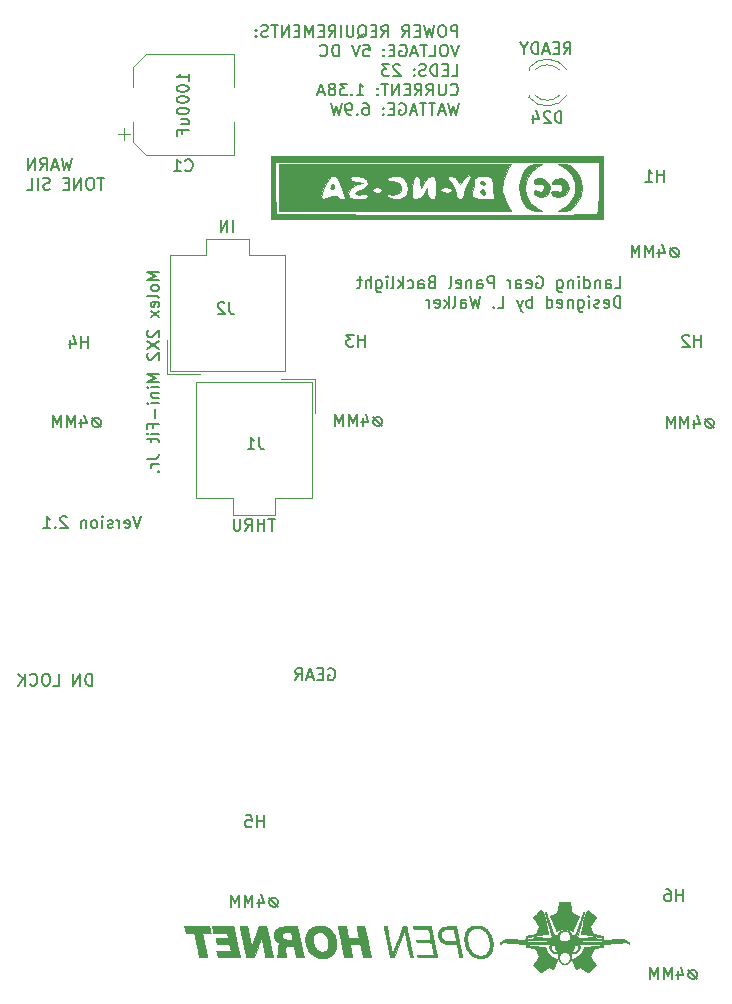
<source format=gbr>
%TF.GenerationSoftware,KiCad,Pcbnew,(5.1.10)-1*%
%TF.CreationDate,2021-11-16T18:01:45+11:00*%
%TF.ProjectId,Landing Gear Panel PCB V2,4c616e64-696e-4672-9047-656172205061,rev?*%
%TF.SameCoordinates,Original*%
%TF.FileFunction,Legend,Bot*%
%TF.FilePolarity,Positive*%
%FSLAX46Y46*%
G04 Gerber Fmt 4.6, Leading zero omitted, Abs format (unit mm)*
G04 Created by KiCad (PCBNEW (5.1.10)-1) date 2021-11-16 18:01:45*
%MOMM*%
%LPD*%
G01*
G04 APERTURE LIST*
%ADD10C,0.150000*%
%ADD11C,0.120000*%
%ADD12C,0.010000*%
G04 APERTURE END LIST*
D10*
X111812200Y-46502580D02*
X112145533Y-46026390D01*
X112383628Y-46502580D02*
X112383628Y-45502580D01*
X112002676Y-45502580D01*
X111907438Y-45550200D01*
X111859819Y-45597819D01*
X111812200Y-45693057D01*
X111812200Y-45835914D01*
X111859819Y-45931152D01*
X111907438Y-45978771D01*
X112002676Y-46026390D01*
X112383628Y-46026390D01*
X111383628Y-45978771D02*
X111050295Y-45978771D01*
X110907438Y-46502580D02*
X111383628Y-46502580D01*
X111383628Y-45502580D01*
X110907438Y-45502580D01*
X110526485Y-46216866D02*
X110050295Y-46216866D01*
X110621723Y-46502580D02*
X110288390Y-45502580D01*
X109955057Y-46502580D01*
X109621723Y-46502580D02*
X109621723Y-45502580D01*
X109383628Y-45502580D01*
X109240771Y-45550200D01*
X109145533Y-45645438D01*
X109097914Y-45740676D01*
X109050295Y-45931152D01*
X109050295Y-46074009D01*
X109097914Y-46264485D01*
X109145533Y-46359723D01*
X109240771Y-46454961D01*
X109383628Y-46502580D01*
X109621723Y-46502580D01*
X108431247Y-46026390D02*
X108431247Y-46502580D01*
X108764580Y-45502580D02*
X108431247Y-46026390D01*
X108097914Y-45502580D01*
X102814404Y-45052380D02*
X102814404Y-44052380D01*
X102433452Y-44052380D01*
X102338214Y-44100000D01*
X102290595Y-44147619D01*
X102242976Y-44242857D01*
X102242976Y-44385714D01*
X102290595Y-44480952D01*
X102338214Y-44528571D01*
X102433452Y-44576190D01*
X102814404Y-44576190D01*
X101623928Y-44052380D02*
X101433452Y-44052380D01*
X101338214Y-44100000D01*
X101242976Y-44195238D01*
X101195357Y-44385714D01*
X101195357Y-44719047D01*
X101242976Y-44909523D01*
X101338214Y-45004761D01*
X101433452Y-45052380D01*
X101623928Y-45052380D01*
X101719166Y-45004761D01*
X101814404Y-44909523D01*
X101862023Y-44719047D01*
X101862023Y-44385714D01*
X101814404Y-44195238D01*
X101719166Y-44100000D01*
X101623928Y-44052380D01*
X100862023Y-44052380D02*
X100623928Y-45052380D01*
X100433452Y-44338095D01*
X100242976Y-45052380D01*
X100004880Y-44052380D01*
X99623928Y-44528571D02*
X99290595Y-44528571D01*
X99147738Y-45052380D02*
X99623928Y-45052380D01*
X99623928Y-44052380D01*
X99147738Y-44052380D01*
X98147738Y-45052380D02*
X98481071Y-44576190D01*
X98719166Y-45052380D02*
X98719166Y-44052380D01*
X98338214Y-44052380D01*
X98242976Y-44100000D01*
X98195357Y-44147619D01*
X98147738Y-44242857D01*
X98147738Y-44385714D01*
X98195357Y-44480952D01*
X98242976Y-44528571D01*
X98338214Y-44576190D01*
X98719166Y-44576190D01*
X96385833Y-45052380D02*
X96719166Y-44576190D01*
X96957261Y-45052380D02*
X96957261Y-44052380D01*
X96576309Y-44052380D01*
X96481071Y-44100000D01*
X96433452Y-44147619D01*
X96385833Y-44242857D01*
X96385833Y-44385714D01*
X96433452Y-44480952D01*
X96481071Y-44528571D01*
X96576309Y-44576190D01*
X96957261Y-44576190D01*
X95957261Y-44528571D02*
X95623928Y-44528571D01*
X95481071Y-45052380D02*
X95957261Y-45052380D01*
X95957261Y-44052380D01*
X95481071Y-44052380D01*
X94385833Y-45147619D02*
X94481071Y-45100000D01*
X94576309Y-45004761D01*
X94719166Y-44861904D01*
X94814404Y-44814285D01*
X94909642Y-44814285D01*
X94862023Y-45052380D02*
X94957261Y-45004761D01*
X95052500Y-44909523D01*
X95100119Y-44719047D01*
X95100119Y-44385714D01*
X95052500Y-44195238D01*
X94957261Y-44100000D01*
X94862023Y-44052380D01*
X94671547Y-44052380D01*
X94576309Y-44100000D01*
X94481071Y-44195238D01*
X94433452Y-44385714D01*
X94433452Y-44719047D01*
X94481071Y-44909523D01*
X94576309Y-45004761D01*
X94671547Y-45052380D01*
X94862023Y-45052380D01*
X94004880Y-44052380D02*
X94004880Y-44861904D01*
X93957261Y-44957142D01*
X93909642Y-45004761D01*
X93814404Y-45052380D01*
X93623928Y-45052380D01*
X93528690Y-45004761D01*
X93481071Y-44957142D01*
X93433452Y-44861904D01*
X93433452Y-44052380D01*
X92957261Y-45052380D02*
X92957261Y-44052380D01*
X91909642Y-45052380D02*
X92242976Y-44576190D01*
X92481071Y-45052380D02*
X92481071Y-44052380D01*
X92100119Y-44052380D01*
X92004880Y-44100000D01*
X91957261Y-44147619D01*
X91909642Y-44242857D01*
X91909642Y-44385714D01*
X91957261Y-44480952D01*
X92004880Y-44528571D01*
X92100119Y-44576190D01*
X92481071Y-44576190D01*
X91481071Y-44528571D02*
X91147738Y-44528571D01*
X91004880Y-45052380D02*
X91481071Y-45052380D01*
X91481071Y-44052380D01*
X91004880Y-44052380D01*
X90576309Y-45052380D02*
X90576309Y-44052380D01*
X90242976Y-44766666D01*
X89909642Y-44052380D01*
X89909642Y-45052380D01*
X89433452Y-44528571D02*
X89100119Y-44528571D01*
X88957261Y-45052380D02*
X89433452Y-45052380D01*
X89433452Y-44052380D01*
X88957261Y-44052380D01*
X88528690Y-45052380D02*
X88528690Y-44052380D01*
X87957261Y-45052380D01*
X87957261Y-44052380D01*
X87623928Y-44052380D02*
X87052500Y-44052380D01*
X87338214Y-45052380D02*
X87338214Y-44052380D01*
X86766785Y-45004761D02*
X86623928Y-45052380D01*
X86385833Y-45052380D01*
X86290595Y-45004761D01*
X86242976Y-44957142D01*
X86195357Y-44861904D01*
X86195357Y-44766666D01*
X86242976Y-44671428D01*
X86290595Y-44623809D01*
X86385833Y-44576190D01*
X86576309Y-44528571D01*
X86671547Y-44480952D01*
X86719166Y-44433333D01*
X86766785Y-44338095D01*
X86766785Y-44242857D01*
X86719166Y-44147619D01*
X86671547Y-44100000D01*
X86576309Y-44052380D01*
X86338214Y-44052380D01*
X86195357Y-44100000D01*
X85766785Y-44957142D02*
X85719166Y-45004761D01*
X85766785Y-45052380D01*
X85814404Y-45004761D01*
X85766785Y-44957142D01*
X85766785Y-45052380D01*
X85766785Y-44433333D02*
X85719166Y-44480952D01*
X85766785Y-44528571D01*
X85814404Y-44480952D01*
X85766785Y-44433333D01*
X85766785Y-44528571D01*
X102957261Y-45702380D02*
X102623928Y-46702380D01*
X102290595Y-45702380D01*
X101766785Y-45702380D02*
X101576309Y-45702380D01*
X101481071Y-45750000D01*
X101385833Y-45845238D01*
X101338214Y-46035714D01*
X101338214Y-46369047D01*
X101385833Y-46559523D01*
X101481071Y-46654761D01*
X101576309Y-46702380D01*
X101766785Y-46702380D01*
X101862023Y-46654761D01*
X101957261Y-46559523D01*
X102004880Y-46369047D01*
X102004880Y-46035714D01*
X101957261Y-45845238D01*
X101862023Y-45750000D01*
X101766785Y-45702380D01*
X100433452Y-46702380D02*
X100909642Y-46702380D01*
X100909642Y-45702380D01*
X100242976Y-45702380D02*
X99671547Y-45702380D01*
X99957261Y-46702380D02*
X99957261Y-45702380D01*
X99385833Y-46416666D02*
X98909642Y-46416666D01*
X99481071Y-46702380D02*
X99147738Y-45702380D01*
X98814404Y-46702380D01*
X97957261Y-45750000D02*
X98052500Y-45702380D01*
X98195357Y-45702380D01*
X98338214Y-45750000D01*
X98433452Y-45845238D01*
X98481071Y-45940476D01*
X98528690Y-46130952D01*
X98528690Y-46273809D01*
X98481071Y-46464285D01*
X98433452Y-46559523D01*
X98338214Y-46654761D01*
X98195357Y-46702380D01*
X98100119Y-46702380D01*
X97957261Y-46654761D01*
X97909642Y-46607142D01*
X97909642Y-46273809D01*
X98100119Y-46273809D01*
X97481071Y-46178571D02*
X97147738Y-46178571D01*
X97004880Y-46702380D02*
X97481071Y-46702380D01*
X97481071Y-45702380D01*
X97004880Y-45702380D01*
X96576309Y-46607142D02*
X96528690Y-46654761D01*
X96576309Y-46702380D01*
X96623928Y-46654761D01*
X96576309Y-46607142D01*
X96576309Y-46702380D01*
X96576309Y-46083333D02*
X96528690Y-46130952D01*
X96576309Y-46178571D01*
X96623928Y-46130952D01*
X96576309Y-46083333D01*
X96576309Y-46178571D01*
X94862023Y-45702380D02*
X95338214Y-45702380D01*
X95385833Y-46178571D01*
X95338214Y-46130952D01*
X95242976Y-46083333D01*
X95004880Y-46083333D01*
X94909642Y-46130952D01*
X94862023Y-46178571D01*
X94814404Y-46273809D01*
X94814404Y-46511904D01*
X94862023Y-46607142D01*
X94909642Y-46654761D01*
X95004880Y-46702380D01*
X95242976Y-46702380D01*
X95338214Y-46654761D01*
X95385833Y-46607142D01*
X94528690Y-45702380D02*
X94195357Y-46702380D01*
X93862023Y-45702380D01*
X92766785Y-46702380D02*
X92766785Y-45702380D01*
X92528690Y-45702380D01*
X92385833Y-45750000D01*
X92290595Y-45845238D01*
X92242976Y-45940476D01*
X92195357Y-46130952D01*
X92195357Y-46273809D01*
X92242976Y-46464285D01*
X92290595Y-46559523D01*
X92385833Y-46654761D01*
X92528690Y-46702380D01*
X92766785Y-46702380D01*
X91195357Y-46607142D02*
X91242976Y-46654761D01*
X91385833Y-46702380D01*
X91481071Y-46702380D01*
X91623928Y-46654761D01*
X91719166Y-46559523D01*
X91766785Y-46464285D01*
X91814404Y-46273809D01*
X91814404Y-46130952D01*
X91766785Y-45940476D01*
X91719166Y-45845238D01*
X91623928Y-45750000D01*
X91481071Y-45702380D01*
X91385833Y-45702380D01*
X91242976Y-45750000D01*
X91195357Y-45797619D01*
X102338214Y-48352380D02*
X102814404Y-48352380D01*
X102814404Y-47352380D01*
X102004880Y-47828571D02*
X101671547Y-47828571D01*
X101528690Y-48352380D02*
X102004880Y-48352380D01*
X102004880Y-47352380D01*
X101528690Y-47352380D01*
X101100119Y-48352380D02*
X101100119Y-47352380D01*
X100862023Y-47352380D01*
X100719166Y-47400000D01*
X100623928Y-47495238D01*
X100576309Y-47590476D01*
X100528690Y-47780952D01*
X100528690Y-47923809D01*
X100576309Y-48114285D01*
X100623928Y-48209523D01*
X100719166Y-48304761D01*
X100862023Y-48352380D01*
X101100119Y-48352380D01*
X100147738Y-48304761D02*
X100004880Y-48352380D01*
X99766785Y-48352380D01*
X99671547Y-48304761D01*
X99623928Y-48257142D01*
X99576309Y-48161904D01*
X99576309Y-48066666D01*
X99623928Y-47971428D01*
X99671547Y-47923809D01*
X99766785Y-47876190D01*
X99957261Y-47828571D01*
X100052500Y-47780952D01*
X100100119Y-47733333D01*
X100147738Y-47638095D01*
X100147738Y-47542857D01*
X100100119Y-47447619D01*
X100052500Y-47400000D01*
X99957261Y-47352380D01*
X99719166Y-47352380D01*
X99576309Y-47400000D01*
X99147738Y-48257142D02*
X99100119Y-48304761D01*
X99147738Y-48352380D01*
X99195357Y-48304761D01*
X99147738Y-48257142D01*
X99147738Y-48352380D01*
X99147738Y-47733333D02*
X99100119Y-47780952D01*
X99147738Y-47828571D01*
X99195357Y-47780952D01*
X99147738Y-47733333D01*
X99147738Y-47828571D01*
X97957261Y-47447619D02*
X97909642Y-47400000D01*
X97814404Y-47352380D01*
X97576309Y-47352380D01*
X97481071Y-47400000D01*
X97433452Y-47447619D01*
X97385833Y-47542857D01*
X97385833Y-47638095D01*
X97433452Y-47780952D01*
X98004880Y-48352380D01*
X97385833Y-48352380D01*
X97052500Y-47352380D02*
X96433452Y-47352380D01*
X96766785Y-47733333D01*
X96623928Y-47733333D01*
X96528690Y-47780952D01*
X96481071Y-47828571D01*
X96433452Y-47923809D01*
X96433452Y-48161904D01*
X96481071Y-48257142D01*
X96528690Y-48304761D01*
X96623928Y-48352380D01*
X96909642Y-48352380D01*
X97004880Y-48304761D01*
X97052500Y-48257142D01*
X102242976Y-49907142D02*
X102290595Y-49954761D01*
X102433452Y-50002380D01*
X102528690Y-50002380D01*
X102671547Y-49954761D01*
X102766785Y-49859523D01*
X102814404Y-49764285D01*
X102862023Y-49573809D01*
X102862023Y-49430952D01*
X102814404Y-49240476D01*
X102766785Y-49145238D01*
X102671547Y-49050000D01*
X102528690Y-49002380D01*
X102433452Y-49002380D01*
X102290595Y-49050000D01*
X102242976Y-49097619D01*
X101814404Y-49002380D02*
X101814404Y-49811904D01*
X101766785Y-49907142D01*
X101719166Y-49954761D01*
X101623928Y-50002380D01*
X101433452Y-50002380D01*
X101338214Y-49954761D01*
X101290595Y-49907142D01*
X101242976Y-49811904D01*
X101242976Y-49002380D01*
X100195357Y-50002380D02*
X100528690Y-49526190D01*
X100766785Y-50002380D02*
X100766785Y-49002380D01*
X100385833Y-49002380D01*
X100290595Y-49050000D01*
X100242976Y-49097619D01*
X100195357Y-49192857D01*
X100195357Y-49335714D01*
X100242976Y-49430952D01*
X100290595Y-49478571D01*
X100385833Y-49526190D01*
X100766785Y-49526190D01*
X99195357Y-50002380D02*
X99528690Y-49526190D01*
X99766785Y-50002380D02*
X99766785Y-49002380D01*
X99385833Y-49002380D01*
X99290595Y-49050000D01*
X99242976Y-49097619D01*
X99195357Y-49192857D01*
X99195357Y-49335714D01*
X99242976Y-49430952D01*
X99290595Y-49478571D01*
X99385833Y-49526190D01*
X99766785Y-49526190D01*
X98766785Y-49478571D02*
X98433452Y-49478571D01*
X98290595Y-50002380D02*
X98766785Y-50002380D01*
X98766785Y-49002380D01*
X98290595Y-49002380D01*
X97862023Y-50002380D02*
X97862023Y-49002380D01*
X97290595Y-50002380D01*
X97290595Y-49002380D01*
X96957261Y-49002380D02*
X96385833Y-49002380D01*
X96671547Y-50002380D02*
X96671547Y-49002380D01*
X96052500Y-49907142D02*
X96004880Y-49954761D01*
X96052500Y-50002380D01*
X96100119Y-49954761D01*
X96052500Y-49907142D01*
X96052500Y-50002380D01*
X96052500Y-49383333D02*
X96004880Y-49430952D01*
X96052500Y-49478571D01*
X96100119Y-49430952D01*
X96052500Y-49383333D01*
X96052500Y-49478571D01*
X94290595Y-50002380D02*
X94862023Y-50002380D01*
X94576309Y-50002380D02*
X94576309Y-49002380D01*
X94671547Y-49145238D01*
X94766785Y-49240476D01*
X94862023Y-49288095D01*
X93862023Y-49907142D02*
X93814404Y-49954761D01*
X93862023Y-50002380D01*
X93909642Y-49954761D01*
X93862023Y-49907142D01*
X93862023Y-50002380D01*
X93481071Y-49002380D02*
X92862023Y-49002380D01*
X93195357Y-49383333D01*
X93052500Y-49383333D01*
X92957261Y-49430952D01*
X92909642Y-49478571D01*
X92862023Y-49573809D01*
X92862023Y-49811904D01*
X92909642Y-49907142D01*
X92957261Y-49954761D01*
X93052500Y-50002380D01*
X93338214Y-50002380D01*
X93433452Y-49954761D01*
X93481071Y-49907142D01*
X92290595Y-49430952D02*
X92385833Y-49383333D01*
X92433452Y-49335714D01*
X92481071Y-49240476D01*
X92481071Y-49192857D01*
X92433452Y-49097619D01*
X92385833Y-49050000D01*
X92290595Y-49002380D01*
X92100119Y-49002380D01*
X92004880Y-49050000D01*
X91957261Y-49097619D01*
X91909642Y-49192857D01*
X91909642Y-49240476D01*
X91957261Y-49335714D01*
X92004880Y-49383333D01*
X92100119Y-49430952D01*
X92290595Y-49430952D01*
X92385833Y-49478571D01*
X92433452Y-49526190D01*
X92481071Y-49621428D01*
X92481071Y-49811904D01*
X92433452Y-49907142D01*
X92385833Y-49954761D01*
X92290595Y-50002380D01*
X92100119Y-50002380D01*
X92004880Y-49954761D01*
X91957261Y-49907142D01*
X91909642Y-49811904D01*
X91909642Y-49621428D01*
X91957261Y-49526190D01*
X92004880Y-49478571D01*
X92100119Y-49430952D01*
X91528690Y-49716666D02*
X91052500Y-49716666D01*
X91623928Y-50002380D02*
X91290595Y-49002380D01*
X90957261Y-50002380D01*
X102909642Y-50652380D02*
X102671547Y-51652380D01*
X102481071Y-50938095D01*
X102290595Y-51652380D01*
X102052500Y-50652380D01*
X101719166Y-51366666D02*
X101242976Y-51366666D01*
X101814404Y-51652380D02*
X101481071Y-50652380D01*
X101147738Y-51652380D01*
X100957261Y-50652380D02*
X100385833Y-50652380D01*
X100671547Y-51652380D02*
X100671547Y-50652380D01*
X100195357Y-50652380D02*
X99623928Y-50652380D01*
X99909642Y-51652380D02*
X99909642Y-50652380D01*
X99338214Y-51366666D02*
X98862023Y-51366666D01*
X99433452Y-51652380D02*
X99100119Y-50652380D01*
X98766785Y-51652380D01*
X97909642Y-50700000D02*
X98004880Y-50652380D01*
X98147738Y-50652380D01*
X98290595Y-50700000D01*
X98385833Y-50795238D01*
X98433452Y-50890476D01*
X98481071Y-51080952D01*
X98481071Y-51223809D01*
X98433452Y-51414285D01*
X98385833Y-51509523D01*
X98290595Y-51604761D01*
X98147738Y-51652380D01*
X98052500Y-51652380D01*
X97909642Y-51604761D01*
X97862023Y-51557142D01*
X97862023Y-51223809D01*
X98052500Y-51223809D01*
X97433452Y-51128571D02*
X97100119Y-51128571D01*
X96957261Y-51652380D02*
X97433452Y-51652380D01*
X97433452Y-50652380D01*
X96957261Y-50652380D01*
X96528690Y-51557142D02*
X96481071Y-51604761D01*
X96528690Y-51652380D01*
X96576309Y-51604761D01*
X96528690Y-51557142D01*
X96528690Y-51652380D01*
X96528690Y-51033333D02*
X96481071Y-51080952D01*
X96528690Y-51128571D01*
X96576309Y-51080952D01*
X96528690Y-51033333D01*
X96528690Y-51128571D01*
X94862023Y-50652380D02*
X95052500Y-50652380D01*
X95147738Y-50700000D01*
X95195357Y-50747619D01*
X95290595Y-50890476D01*
X95338214Y-51080952D01*
X95338214Y-51461904D01*
X95290595Y-51557142D01*
X95242976Y-51604761D01*
X95147738Y-51652380D01*
X94957261Y-51652380D01*
X94862023Y-51604761D01*
X94814404Y-51557142D01*
X94766785Y-51461904D01*
X94766785Y-51223809D01*
X94814404Y-51128571D01*
X94862023Y-51080952D01*
X94957261Y-51033333D01*
X95147738Y-51033333D01*
X95242976Y-51080952D01*
X95290595Y-51128571D01*
X95338214Y-51223809D01*
X94338214Y-51557142D02*
X94290595Y-51604761D01*
X94338214Y-51652380D01*
X94385833Y-51604761D01*
X94338214Y-51557142D01*
X94338214Y-51652380D01*
X93814404Y-51652380D02*
X93623928Y-51652380D01*
X93528690Y-51604761D01*
X93481071Y-51557142D01*
X93385833Y-51414285D01*
X93338214Y-51223809D01*
X93338214Y-50842857D01*
X93385833Y-50747619D01*
X93433452Y-50700000D01*
X93528690Y-50652380D01*
X93719166Y-50652380D01*
X93814404Y-50700000D01*
X93862023Y-50747619D01*
X93909642Y-50842857D01*
X93909642Y-51080952D01*
X93862023Y-51176190D01*
X93814404Y-51223809D01*
X93719166Y-51271428D01*
X93528690Y-51271428D01*
X93433452Y-51223809D01*
X93385833Y-51176190D01*
X93338214Y-51080952D01*
X93004880Y-50652380D02*
X92766785Y-51652380D01*
X92576309Y-50938095D01*
X92385833Y-51652380D01*
X92147738Y-50652380D01*
X80055980Y-48750790D02*
X80055980Y-48179361D01*
X80055980Y-48465076D02*
X79055980Y-48465076D01*
X79198838Y-48369838D01*
X79294076Y-48274600D01*
X79341695Y-48179361D01*
X79055980Y-49369838D02*
X79055980Y-49465076D01*
X79103600Y-49560314D01*
X79151219Y-49607933D01*
X79246457Y-49655552D01*
X79436933Y-49703171D01*
X79675028Y-49703171D01*
X79865504Y-49655552D01*
X79960742Y-49607933D01*
X80008361Y-49560314D01*
X80055980Y-49465076D01*
X80055980Y-49369838D01*
X80008361Y-49274600D01*
X79960742Y-49226980D01*
X79865504Y-49179361D01*
X79675028Y-49131742D01*
X79436933Y-49131742D01*
X79246457Y-49179361D01*
X79151219Y-49226980D01*
X79103600Y-49274600D01*
X79055980Y-49369838D01*
X79055980Y-50322219D02*
X79055980Y-50417457D01*
X79103600Y-50512695D01*
X79151219Y-50560314D01*
X79246457Y-50607933D01*
X79436933Y-50655552D01*
X79675028Y-50655552D01*
X79865504Y-50607933D01*
X79960742Y-50560314D01*
X80008361Y-50512695D01*
X80055980Y-50417457D01*
X80055980Y-50322219D01*
X80008361Y-50226980D01*
X79960742Y-50179361D01*
X79865504Y-50131742D01*
X79675028Y-50084123D01*
X79436933Y-50084123D01*
X79246457Y-50131742D01*
X79151219Y-50179361D01*
X79103600Y-50226980D01*
X79055980Y-50322219D01*
X79055980Y-51274600D02*
X79055980Y-51369838D01*
X79103600Y-51465076D01*
X79151219Y-51512695D01*
X79246457Y-51560314D01*
X79436933Y-51607933D01*
X79675028Y-51607933D01*
X79865504Y-51560314D01*
X79960742Y-51512695D01*
X80008361Y-51465076D01*
X80055980Y-51369838D01*
X80055980Y-51274600D01*
X80008361Y-51179361D01*
X79960742Y-51131742D01*
X79865504Y-51084123D01*
X79675028Y-51036504D01*
X79436933Y-51036504D01*
X79246457Y-51084123D01*
X79151219Y-51131742D01*
X79103600Y-51179361D01*
X79055980Y-51274600D01*
X79389314Y-52465076D02*
X80055980Y-52465076D01*
X79389314Y-52036504D02*
X79913123Y-52036504D01*
X80008361Y-52084123D01*
X80055980Y-52179361D01*
X80055980Y-52322219D01*
X80008361Y-52417457D01*
X79960742Y-52465076D01*
X79532171Y-53274600D02*
X79532171Y-52941266D01*
X80055980Y-52941266D02*
X79055980Y-52941266D01*
X79055980Y-53417457D01*
X96176885Y-77262076D02*
X95986409Y-77262076D01*
X95795933Y-77357314D01*
X95700695Y-77547790D01*
X95700695Y-77738266D01*
X95795933Y-77928742D01*
X95986409Y-78023980D01*
X96176885Y-78023980D01*
X96367361Y-77928742D01*
X96462600Y-77738266D01*
X96462600Y-77547790D01*
X96367361Y-77357314D01*
X96176885Y-77262076D01*
X95700695Y-77262076D02*
X96462600Y-78023980D01*
X94795933Y-77357314D02*
X94795933Y-78023980D01*
X95034028Y-76976361D02*
X95272123Y-77690647D01*
X94653076Y-77690647D01*
X94272123Y-78023980D02*
X94272123Y-77023980D01*
X93938790Y-77738266D01*
X93605457Y-77023980D01*
X93605457Y-78023980D01*
X93129266Y-78023980D02*
X93129266Y-77023980D01*
X92795933Y-77738266D01*
X92462600Y-77023980D01*
X92462600Y-78023980D01*
X121272085Y-62911076D02*
X121081609Y-62911076D01*
X120891133Y-63006314D01*
X120795895Y-63196790D01*
X120795895Y-63387266D01*
X120891133Y-63577742D01*
X121081609Y-63672980D01*
X121272085Y-63672980D01*
X121462561Y-63577742D01*
X121557800Y-63387266D01*
X121557800Y-63196790D01*
X121462561Y-63006314D01*
X121272085Y-62911076D01*
X120795895Y-62911076D02*
X121557800Y-63672980D01*
X119891133Y-63006314D02*
X119891133Y-63672980D01*
X120129228Y-62625361D02*
X120367323Y-63339647D01*
X119748276Y-63339647D01*
X119367323Y-63672980D02*
X119367323Y-62672980D01*
X119033990Y-63387266D01*
X118700657Y-62672980D01*
X118700657Y-63672980D01*
X118224466Y-63672980D02*
X118224466Y-62672980D01*
X117891133Y-63387266D01*
X117557800Y-62672980D01*
X117557800Y-63672980D01*
X124269285Y-77363676D02*
X124078809Y-77363676D01*
X123888333Y-77458914D01*
X123793095Y-77649390D01*
X123793095Y-77839866D01*
X123888333Y-78030342D01*
X124078809Y-78125580D01*
X124269285Y-78125580D01*
X124459761Y-78030342D01*
X124555000Y-77839866D01*
X124555000Y-77649390D01*
X124459761Y-77458914D01*
X124269285Y-77363676D01*
X123793095Y-77363676D02*
X124555000Y-78125580D01*
X122888333Y-77458914D02*
X122888333Y-78125580D01*
X123126428Y-77077961D02*
X123364523Y-77792247D01*
X122745476Y-77792247D01*
X122364523Y-78125580D02*
X122364523Y-77125580D01*
X122031190Y-77839866D01*
X121697857Y-77125580D01*
X121697857Y-78125580D01*
X121221666Y-78125580D02*
X121221666Y-77125580D01*
X120888333Y-77839866D01*
X120555000Y-77125580D01*
X120555000Y-78125580D01*
X122846885Y-124074276D02*
X122656409Y-124074276D01*
X122465933Y-124169514D01*
X122370695Y-124359990D01*
X122370695Y-124550466D01*
X122465933Y-124740942D01*
X122656409Y-124836180D01*
X122846885Y-124836180D01*
X123037361Y-124740942D01*
X123132600Y-124550466D01*
X123132600Y-124359990D01*
X123037361Y-124169514D01*
X122846885Y-124074276D01*
X122370695Y-124074276D02*
X123132600Y-124836180D01*
X121465933Y-124169514D02*
X121465933Y-124836180D01*
X121704028Y-123788561D02*
X121942123Y-124502847D01*
X121323076Y-124502847D01*
X120942123Y-124836180D02*
X120942123Y-123836180D01*
X120608790Y-124550466D01*
X120275457Y-123836180D01*
X120275457Y-124836180D01*
X119799266Y-124836180D02*
X119799266Y-123836180D01*
X119465933Y-124550466D01*
X119132600Y-123836180D01*
X119132600Y-124836180D01*
X87363085Y-117927476D02*
X87172609Y-117927476D01*
X86982133Y-118022714D01*
X86886895Y-118213190D01*
X86886895Y-118403666D01*
X86982133Y-118594142D01*
X87172609Y-118689380D01*
X87363085Y-118689380D01*
X87553561Y-118594142D01*
X87648800Y-118403666D01*
X87648800Y-118213190D01*
X87553561Y-118022714D01*
X87363085Y-117927476D01*
X86886895Y-117927476D02*
X87648800Y-118689380D01*
X85982133Y-118022714D02*
X85982133Y-118689380D01*
X86220228Y-117641761D02*
X86458323Y-118356047D01*
X85839276Y-118356047D01*
X85458323Y-118689380D02*
X85458323Y-117689380D01*
X85124990Y-118403666D01*
X84791657Y-117689380D01*
X84791657Y-118689380D01*
X84315466Y-118689380D02*
X84315466Y-117689380D01*
X83982133Y-118403666D01*
X83648800Y-117689380D01*
X83648800Y-118689380D01*
X72326285Y-77312876D02*
X72135809Y-77312876D01*
X71945333Y-77408114D01*
X71850095Y-77598590D01*
X71850095Y-77789066D01*
X71945333Y-77979542D01*
X72135809Y-78074780D01*
X72326285Y-78074780D01*
X72516761Y-77979542D01*
X72612000Y-77789066D01*
X72612000Y-77598590D01*
X72516761Y-77408114D01*
X72326285Y-77312876D01*
X71850095Y-77312876D02*
X72612000Y-78074780D01*
X70945333Y-77408114D02*
X70945333Y-78074780D01*
X71183428Y-77027161D02*
X71421523Y-77741447D01*
X70802476Y-77741447D01*
X70421523Y-78074780D02*
X70421523Y-77074780D01*
X70088190Y-77789066D01*
X69754857Y-77074780D01*
X69754857Y-78074780D01*
X69278666Y-78074780D02*
X69278666Y-77074780D01*
X68945333Y-77789066D01*
X68612000Y-77074780D01*
X68612000Y-78074780D01*
X121919904Y-118232180D02*
X121919904Y-117232180D01*
X121919904Y-117708371D02*
X121348476Y-117708371D01*
X121348476Y-118232180D02*
X121348476Y-117232180D01*
X120443714Y-117232180D02*
X120634190Y-117232180D01*
X120729428Y-117279800D01*
X120777047Y-117327419D01*
X120872285Y-117470276D01*
X120919904Y-117660752D01*
X120919904Y-118041704D01*
X120872285Y-118136942D01*
X120824666Y-118184561D01*
X120729428Y-118232180D01*
X120538952Y-118232180D01*
X120443714Y-118184561D01*
X120396095Y-118136942D01*
X120348476Y-118041704D01*
X120348476Y-117803609D01*
X120396095Y-117708371D01*
X120443714Y-117660752D01*
X120538952Y-117613133D01*
X120729428Y-117613133D01*
X120824666Y-117660752D01*
X120872285Y-117708371D01*
X120919904Y-117803609D01*
X86410704Y-111958380D02*
X86410704Y-110958380D01*
X86410704Y-111434571D02*
X85839276Y-111434571D01*
X85839276Y-111958380D02*
X85839276Y-110958380D01*
X84886895Y-110958380D02*
X85363085Y-110958380D01*
X85410704Y-111434571D01*
X85363085Y-111386952D01*
X85267847Y-111339333D01*
X85029752Y-111339333D01*
X84934514Y-111386952D01*
X84886895Y-111434571D01*
X84839276Y-111529809D01*
X84839276Y-111767904D01*
X84886895Y-111863142D01*
X84934514Y-111910761D01*
X85029752Y-111958380D01*
X85267847Y-111958380D01*
X85363085Y-111910761D01*
X85410704Y-111863142D01*
X71526304Y-71369180D02*
X71526304Y-70369180D01*
X71526304Y-70845371D02*
X70954876Y-70845371D01*
X70954876Y-71369180D02*
X70954876Y-70369180D01*
X70050114Y-70702514D02*
X70050114Y-71369180D01*
X70288209Y-70321561D02*
X70526304Y-71035847D01*
X69907257Y-71035847D01*
X94995904Y-71267580D02*
X94995904Y-70267580D01*
X94995904Y-70743771D02*
X94424476Y-70743771D01*
X94424476Y-71267580D02*
X94424476Y-70267580D01*
X94043523Y-70267580D02*
X93424476Y-70267580D01*
X93757809Y-70648533D01*
X93614952Y-70648533D01*
X93519714Y-70696152D01*
X93472095Y-70743771D01*
X93424476Y-70839009D01*
X93424476Y-71077104D01*
X93472095Y-71172342D01*
X93519714Y-71219961D01*
X93614952Y-71267580D01*
X93900666Y-71267580D01*
X93995904Y-71219961D01*
X94043523Y-71172342D01*
X123443904Y-71267580D02*
X123443904Y-70267580D01*
X123443904Y-70743771D02*
X122872476Y-70743771D01*
X122872476Y-71267580D02*
X122872476Y-70267580D01*
X122443904Y-70362819D02*
X122396285Y-70315200D01*
X122301047Y-70267580D01*
X122062952Y-70267580D01*
X121967714Y-70315200D01*
X121920095Y-70362819D01*
X121872476Y-70458057D01*
X121872476Y-70553295D01*
X121920095Y-70696152D01*
X122491523Y-71267580D01*
X121872476Y-71267580D01*
X120294304Y-57297580D02*
X120294304Y-56297580D01*
X120294304Y-56773771D02*
X119722876Y-56773771D01*
X119722876Y-57297580D02*
X119722876Y-56297580D01*
X118722876Y-57297580D02*
X119294304Y-57297580D01*
X119008590Y-57297580D02*
X119008590Y-56297580D01*
X119103828Y-56440438D01*
X119199066Y-56535676D01*
X119294304Y-56583295D01*
X70152261Y-55327380D02*
X69914166Y-56327380D01*
X69723690Y-55613095D01*
X69533214Y-56327380D01*
X69295119Y-55327380D01*
X68961785Y-56041666D02*
X68485595Y-56041666D01*
X69057023Y-56327380D02*
X68723690Y-55327380D01*
X68390357Y-56327380D01*
X67485595Y-56327380D02*
X67818928Y-55851190D01*
X68057023Y-56327380D02*
X68057023Y-55327380D01*
X67676071Y-55327380D01*
X67580833Y-55375000D01*
X67533214Y-55422619D01*
X67485595Y-55517857D01*
X67485595Y-55660714D01*
X67533214Y-55755952D01*
X67580833Y-55803571D01*
X67676071Y-55851190D01*
X68057023Y-55851190D01*
X67057023Y-56327380D02*
X67057023Y-55327380D01*
X66485595Y-56327380D01*
X66485595Y-55327380D01*
X72914166Y-56977380D02*
X72342738Y-56977380D01*
X72628452Y-57977380D02*
X72628452Y-56977380D01*
X71818928Y-56977380D02*
X71628452Y-56977380D01*
X71533214Y-57025000D01*
X71437976Y-57120238D01*
X71390357Y-57310714D01*
X71390357Y-57644047D01*
X71437976Y-57834523D01*
X71533214Y-57929761D01*
X71628452Y-57977380D01*
X71818928Y-57977380D01*
X71914166Y-57929761D01*
X72009404Y-57834523D01*
X72057023Y-57644047D01*
X72057023Y-57310714D01*
X72009404Y-57120238D01*
X71914166Y-57025000D01*
X71818928Y-56977380D01*
X70961785Y-57977380D02*
X70961785Y-56977380D01*
X70390357Y-57977380D01*
X70390357Y-56977380D01*
X69914166Y-57453571D02*
X69580833Y-57453571D01*
X69437976Y-57977380D02*
X69914166Y-57977380D01*
X69914166Y-56977380D01*
X69437976Y-56977380D01*
X68295119Y-57929761D02*
X68152261Y-57977380D01*
X67914166Y-57977380D01*
X67818928Y-57929761D01*
X67771309Y-57882142D01*
X67723690Y-57786904D01*
X67723690Y-57691666D01*
X67771309Y-57596428D01*
X67818928Y-57548809D01*
X67914166Y-57501190D01*
X68104642Y-57453571D01*
X68199880Y-57405952D01*
X68247500Y-57358333D01*
X68295119Y-57263095D01*
X68295119Y-57167857D01*
X68247500Y-57072619D01*
X68199880Y-57025000D01*
X68104642Y-56977380D01*
X67866547Y-56977380D01*
X67723690Y-57025000D01*
X67295119Y-57977380D02*
X67295119Y-56977380D01*
X66342738Y-57977380D02*
X66818928Y-57977380D01*
X66818928Y-56977380D01*
X91898647Y-98560000D02*
X91993885Y-98512380D01*
X92136742Y-98512380D01*
X92279600Y-98560000D01*
X92374838Y-98655238D01*
X92422457Y-98750476D01*
X92470076Y-98940952D01*
X92470076Y-99083809D01*
X92422457Y-99274285D01*
X92374838Y-99369523D01*
X92279600Y-99464761D01*
X92136742Y-99512380D01*
X92041504Y-99512380D01*
X91898647Y-99464761D01*
X91851028Y-99417142D01*
X91851028Y-99083809D01*
X92041504Y-99083809D01*
X91422457Y-98988571D02*
X91089123Y-98988571D01*
X90946266Y-99512380D02*
X91422457Y-99512380D01*
X91422457Y-98512380D01*
X90946266Y-98512380D01*
X90565314Y-99226666D02*
X90089123Y-99226666D01*
X90660552Y-99512380D02*
X90327219Y-98512380D01*
X89993885Y-99512380D01*
X89089123Y-99512380D02*
X89422457Y-99036190D01*
X89660552Y-99512380D02*
X89660552Y-98512380D01*
X89279600Y-98512380D01*
X89184361Y-98560000D01*
X89136742Y-98607619D01*
X89089123Y-98702857D01*
X89089123Y-98845714D01*
X89136742Y-98940952D01*
X89184361Y-98988571D01*
X89279600Y-99036190D01*
X89660552Y-99036190D01*
X71878438Y-99969580D02*
X71878438Y-98969580D01*
X71640342Y-98969580D01*
X71497485Y-99017200D01*
X71402247Y-99112438D01*
X71354628Y-99207676D01*
X71307009Y-99398152D01*
X71307009Y-99541009D01*
X71354628Y-99731485D01*
X71402247Y-99826723D01*
X71497485Y-99921961D01*
X71640342Y-99969580D01*
X71878438Y-99969580D01*
X70878438Y-99969580D02*
X70878438Y-98969580D01*
X70307009Y-99969580D01*
X70307009Y-98969580D01*
X68592723Y-99969580D02*
X69068914Y-99969580D01*
X69068914Y-98969580D01*
X68068914Y-98969580D02*
X67878438Y-98969580D01*
X67783200Y-99017200D01*
X67687961Y-99112438D01*
X67640342Y-99302914D01*
X67640342Y-99636247D01*
X67687961Y-99826723D01*
X67783200Y-99921961D01*
X67878438Y-99969580D01*
X68068914Y-99969580D01*
X68164152Y-99921961D01*
X68259390Y-99826723D01*
X68307009Y-99636247D01*
X68307009Y-99302914D01*
X68259390Y-99112438D01*
X68164152Y-99017200D01*
X68068914Y-98969580D01*
X66640342Y-99874342D02*
X66687961Y-99921961D01*
X66830819Y-99969580D01*
X66926057Y-99969580D01*
X67068914Y-99921961D01*
X67164152Y-99826723D01*
X67211771Y-99731485D01*
X67259390Y-99541009D01*
X67259390Y-99398152D01*
X67211771Y-99207676D01*
X67164152Y-99112438D01*
X67068914Y-99017200D01*
X66926057Y-98969580D01*
X66830819Y-98969580D01*
X66687961Y-99017200D01*
X66640342Y-99064819D01*
X66211771Y-99969580D02*
X66211771Y-98969580D01*
X65640342Y-99969580D02*
X66068914Y-99398152D01*
X65640342Y-98969580D02*
X66211771Y-99541009D01*
X83823809Y-61552380D02*
X83823809Y-60552380D01*
X83347619Y-61552380D02*
X83347619Y-60552380D01*
X82776190Y-61552380D01*
X82776190Y-60552380D01*
X87383333Y-85852380D02*
X86811904Y-85852380D01*
X87097619Y-86852380D02*
X87097619Y-85852380D01*
X86478571Y-86852380D02*
X86478571Y-85852380D01*
X86478571Y-86328571D02*
X85907142Y-86328571D01*
X85907142Y-86852380D02*
X85907142Y-85852380D01*
X84859523Y-86852380D02*
X85192857Y-86376190D01*
X85430952Y-86852380D02*
X85430952Y-85852380D01*
X85050000Y-85852380D01*
X84954761Y-85900000D01*
X84907142Y-85947619D01*
X84859523Y-86042857D01*
X84859523Y-86185714D01*
X84907142Y-86280952D01*
X84954761Y-86328571D01*
X85050000Y-86376190D01*
X85430952Y-86376190D01*
X84430952Y-85852380D02*
X84430952Y-86661904D01*
X84383333Y-86757142D01*
X84335714Y-86804761D01*
X84240476Y-86852380D01*
X84050000Y-86852380D01*
X83954761Y-86804761D01*
X83907142Y-86757142D01*
X83859523Y-86661904D01*
X83859523Y-85852380D01*
X77552380Y-64947619D02*
X76552380Y-64947619D01*
X77266666Y-65280952D01*
X76552380Y-65614285D01*
X77552380Y-65614285D01*
X77552380Y-66233333D02*
X77504761Y-66138095D01*
X77457142Y-66090476D01*
X77361904Y-66042857D01*
X77076190Y-66042857D01*
X76980952Y-66090476D01*
X76933333Y-66138095D01*
X76885714Y-66233333D01*
X76885714Y-66376190D01*
X76933333Y-66471428D01*
X76980952Y-66519047D01*
X77076190Y-66566666D01*
X77361904Y-66566666D01*
X77457142Y-66519047D01*
X77504761Y-66471428D01*
X77552380Y-66376190D01*
X77552380Y-66233333D01*
X77552380Y-67138095D02*
X77504761Y-67042857D01*
X77409523Y-66995238D01*
X76552380Y-66995238D01*
X77504761Y-67900000D02*
X77552380Y-67804761D01*
X77552380Y-67614285D01*
X77504761Y-67519047D01*
X77409523Y-67471428D01*
X77028571Y-67471428D01*
X76933333Y-67519047D01*
X76885714Y-67614285D01*
X76885714Y-67804761D01*
X76933333Y-67900000D01*
X77028571Y-67947619D01*
X77123809Y-67947619D01*
X77219047Y-67471428D01*
X77552380Y-68280952D02*
X76885714Y-68804761D01*
X76885714Y-68280952D02*
X77552380Y-68804761D01*
X76647619Y-69900000D02*
X76600000Y-69947619D01*
X76552380Y-70042857D01*
X76552380Y-70280952D01*
X76600000Y-70376190D01*
X76647619Y-70423809D01*
X76742857Y-70471428D01*
X76838095Y-70471428D01*
X76980952Y-70423809D01*
X77552380Y-69852380D01*
X77552380Y-70471428D01*
X76552380Y-70804761D02*
X77552380Y-71471428D01*
X76552380Y-71471428D02*
X77552380Y-70804761D01*
X76647619Y-71804761D02*
X76600000Y-71852380D01*
X76552380Y-71947619D01*
X76552380Y-72185714D01*
X76600000Y-72280952D01*
X76647619Y-72328571D01*
X76742857Y-72376190D01*
X76838095Y-72376190D01*
X76980952Y-72328571D01*
X77552380Y-71757142D01*
X77552380Y-72376190D01*
X77552380Y-73566666D02*
X76552380Y-73566666D01*
X77266666Y-73900000D01*
X76552380Y-74233333D01*
X77552380Y-74233333D01*
X77552380Y-74709523D02*
X76885714Y-74709523D01*
X76552380Y-74709523D02*
X76600000Y-74661904D01*
X76647619Y-74709523D01*
X76600000Y-74757142D01*
X76552380Y-74709523D01*
X76647619Y-74709523D01*
X76885714Y-75185714D02*
X77552380Y-75185714D01*
X76980952Y-75185714D02*
X76933333Y-75233333D01*
X76885714Y-75328571D01*
X76885714Y-75471428D01*
X76933333Y-75566666D01*
X77028571Y-75614285D01*
X77552380Y-75614285D01*
X77552380Y-76090476D02*
X76885714Y-76090476D01*
X76552380Y-76090476D02*
X76600000Y-76042857D01*
X76647619Y-76090476D01*
X76600000Y-76138095D01*
X76552380Y-76090476D01*
X76647619Y-76090476D01*
X77171428Y-76566666D02*
X77171428Y-77328571D01*
X77028571Y-78138095D02*
X77028571Y-77804761D01*
X77552380Y-77804761D02*
X76552380Y-77804761D01*
X76552380Y-78280952D01*
X77552380Y-78661904D02*
X76885714Y-78661904D01*
X76552380Y-78661904D02*
X76600000Y-78614285D01*
X76647619Y-78661904D01*
X76600000Y-78709523D01*
X76552380Y-78661904D01*
X76647619Y-78661904D01*
X76885714Y-78995238D02*
X76885714Y-79376190D01*
X76552380Y-79138095D02*
X77409523Y-79138095D01*
X77504761Y-79185714D01*
X77552380Y-79280952D01*
X77552380Y-79376190D01*
X76552380Y-80757142D02*
X77266666Y-80757142D01*
X77409523Y-80709523D01*
X77504761Y-80614285D01*
X77552380Y-80471428D01*
X77552380Y-80376190D01*
X77552380Y-81233333D02*
X76885714Y-81233333D01*
X77076190Y-81233333D02*
X76980952Y-81280952D01*
X76933333Y-81328571D01*
X76885714Y-81423809D01*
X76885714Y-81519047D01*
X77457142Y-81852380D02*
X77504761Y-81900000D01*
X77552380Y-81852380D01*
X77504761Y-81804761D01*
X77457142Y-81852380D01*
X77552380Y-81852380D01*
X76047076Y-85634580D02*
X75713742Y-86634580D01*
X75380409Y-85634580D01*
X74666123Y-86586961D02*
X74761361Y-86634580D01*
X74951838Y-86634580D01*
X75047076Y-86586961D01*
X75094695Y-86491723D01*
X75094695Y-86110771D01*
X75047076Y-86015533D01*
X74951838Y-85967914D01*
X74761361Y-85967914D01*
X74666123Y-86015533D01*
X74618504Y-86110771D01*
X74618504Y-86206009D01*
X75094695Y-86301247D01*
X74189933Y-86634580D02*
X74189933Y-85967914D01*
X74189933Y-86158390D02*
X74142314Y-86063152D01*
X74094695Y-86015533D01*
X73999457Y-85967914D01*
X73904219Y-85967914D01*
X73618504Y-86586961D02*
X73523266Y-86634580D01*
X73332790Y-86634580D01*
X73237552Y-86586961D01*
X73189933Y-86491723D01*
X73189933Y-86444104D01*
X73237552Y-86348866D01*
X73332790Y-86301247D01*
X73475647Y-86301247D01*
X73570885Y-86253628D01*
X73618504Y-86158390D01*
X73618504Y-86110771D01*
X73570885Y-86015533D01*
X73475647Y-85967914D01*
X73332790Y-85967914D01*
X73237552Y-86015533D01*
X72761361Y-86634580D02*
X72761361Y-85967914D01*
X72761361Y-85634580D02*
X72808980Y-85682200D01*
X72761361Y-85729819D01*
X72713742Y-85682200D01*
X72761361Y-85634580D01*
X72761361Y-85729819D01*
X72142314Y-86634580D02*
X72237552Y-86586961D01*
X72285171Y-86539342D01*
X72332790Y-86444104D01*
X72332790Y-86158390D01*
X72285171Y-86063152D01*
X72237552Y-86015533D01*
X72142314Y-85967914D01*
X71999457Y-85967914D01*
X71904219Y-86015533D01*
X71856600Y-86063152D01*
X71808980Y-86158390D01*
X71808980Y-86444104D01*
X71856600Y-86539342D01*
X71904219Y-86586961D01*
X71999457Y-86634580D01*
X72142314Y-86634580D01*
X71380409Y-85967914D02*
X71380409Y-86634580D01*
X71380409Y-86063152D02*
X71332790Y-86015533D01*
X71237552Y-85967914D01*
X71094695Y-85967914D01*
X70999457Y-86015533D01*
X70951838Y-86110771D01*
X70951838Y-86634580D01*
X69761361Y-85729819D02*
X69713742Y-85682200D01*
X69618504Y-85634580D01*
X69380409Y-85634580D01*
X69285171Y-85682200D01*
X69237552Y-85729819D01*
X69189933Y-85825057D01*
X69189933Y-85920295D01*
X69237552Y-86063152D01*
X69808980Y-86634580D01*
X69189933Y-86634580D01*
X68761361Y-86539342D02*
X68713742Y-86586961D01*
X68761361Y-86634580D01*
X68808980Y-86586961D01*
X68761361Y-86539342D01*
X68761361Y-86634580D01*
X67761361Y-86634580D02*
X68332790Y-86634580D01*
X68047076Y-86634580D02*
X68047076Y-85634580D01*
X68142314Y-85777438D01*
X68237552Y-85872676D01*
X68332790Y-85920295D01*
X116138214Y-66327380D02*
X116614404Y-66327380D01*
X116614404Y-65327380D01*
X115376309Y-66327380D02*
X115376309Y-65803571D01*
X115423928Y-65708333D01*
X115519166Y-65660714D01*
X115709642Y-65660714D01*
X115804880Y-65708333D01*
X115376309Y-66279761D02*
X115471547Y-66327380D01*
X115709642Y-66327380D01*
X115804880Y-66279761D01*
X115852500Y-66184523D01*
X115852500Y-66089285D01*
X115804880Y-65994047D01*
X115709642Y-65946428D01*
X115471547Y-65946428D01*
X115376309Y-65898809D01*
X114900119Y-65660714D02*
X114900119Y-66327380D01*
X114900119Y-65755952D02*
X114852500Y-65708333D01*
X114757261Y-65660714D01*
X114614404Y-65660714D01*
X114519166Y-65708333D01*
X114471547Y-65803571D01*
X114471547Y-66327380D01*
X113566785Y-66327380D02*
X113566785Y-65327380D01*
X113566785Y-66279761D02*
X113662023Y-66327380D01*
X113852500Y-66327380D01*
X113947738Y-66279761D01*
X113995357Y-66232142D01*
X114042976Y-66136904D01*
X114042976Y-65851190D01*
X113995357Y-65755952D01*
X113947738Y-65708333D01*
X113852500Y-65660714D01*
X113662023Y-65660714D01*
X113566785Y-65708333D01*
X113090595Y-66327380D02*
X113090595Y-65660714D01*
X113090595Y-65327380D02*
X113138214Y-65375000D01*
X113090595Y-65422619D01*
X113042976Y-65375000D01*
X113090595Y-65327380D01*
X113090595Y-65422619D01*
X112614404Y-65660714D02*
X112614404Y-66327380D01*
X112614404Y-65755952D02*
X112566785Y-65708333D01*
X112471547Y-65660714D01*
X112328690Y-65660714D01*
X112233452Y-65708333D01*
X112185833Y-65803571D01*
X112185833Y-66327380D01*
X111281071Y-65660714D02*
X111281071Y-66470238D01*
X111328690Y-66565476D01*
X111376309Y-66613095D01*
X111471547Y-66660714D01*
X111614404Y-66660714D01*
X111709642Y-66613095D01*
X111281071Y-66279761D02*
X111376309Y-66327380D01*
X111566785Y-66327380D01*
X111662023Y-66279761D01*
X111709642Y-66232142D01*
X111757261Y-66136904D01*
X111757261Y-65851190D01*
X111709642Y-65755952D01*
X111662023Y-65708333D01*
X111566785Y-65660714D01*
X111376309Y-65660714D01*
X111281071Y-65708333D01*
X109519166Y-65375000D02*
X109614404Y-65327380D01*
X109757261Y-65327380D01*
X109900119Y-65375000D01*
X109995357Y-65470238D01*
X110042976Y-65565476D01*
X110090595Y-65755952D01*
X110090595Y-65898809D01*
X110042976Y-66089285D01*
X109995357Y-66184523D01*
X109900119Y-66279761D01*
X109757261Y-66327380D01*
X109662023Y-66327380D01*
X109519166Y-66279761D01*
X109471547Y-66232142D01*
X109471547Y-65898809D01*
X109662023Y-65898809D01*
X108662023Y-66279761D02*
X108757261Y-66327380D01*
X108947738Y-66327380D01*
X109042976Y-66279761D01*
X109090595Y-66184523D01*
X109090595Y-65803571D01*
X109042976Y-65708333D01*
X108947738Y-65660714D01*
X108757261Y-65660714D01*
X108662023Y-65708333D01*
X108614404Y-65803571D01*
X108614404Y-65898809D01*
X109090595Y-65994047D01*
X107757261Y-66327380D02*
X107757261Y-65803571D01*
X107804880Y-65708333D01*
X107900119Y-65660714D01*
X108090595Y-65660714D01*
X108185833Y-65708333D01*
X107757261Y-66279761D02*
X107852500Y-66327380D01*
X108090595Y-66327380D01*
X108185833Y-66279761D01*
X108233452Y-66184523D01*
X108233452Y-66089285D01*
X108185833Y-65994047D01*
X108090595Y-65946428D01*
X107852500Y-65946428D01*
X107757261Y-65898809D01*
X107281071Y-66327380D02*
X107281071Y-65660714D01*
X107281071Y-65851190D02*
X107233452Y-65755952D01*
X107185833Y-65708333D01*
X107090595Y-65660714D01*
X106995357Y-65660714D01*
X105900119Y-66327380D02*
X105900119Y-65327380D01*
X105519166Y-65327380D01*
X105423928Y-65375000D01*
X105376309Y-65422619D01*
X105328690Y-65517857D01*
X105328690Y-65660714D01*
X105376309Y-65755952D01*
X105423928Y-65803571D01*
X105519166Y-65851190D01*
X105900119Y-65851190D01*
X104471547Y-66327380D02*
X104471547Y-65803571D01*
X104519166Y-65708333D01*
X104614404Y-65660714D01*
X104804880Y-65660714D01*
X104900119Y-65708333D01*
X104471547Y-66279761D02*
X104566785Y-66327380D01*
X104804880Y-66327380D01*
X104900119Y-66279761D01*
X104947738Y-66184523D01*
X104947738Y-66089285D01*
X104900119Y-65994047D01*
X104804880Y-65946428D01*
X104566785Y-65946428D01*
X104471547Y-65898809D01*
X103995357Y-65660714D02*
X103995357Y-66327380D01*
X103995357Y-65755952D02*
X103947738Y-65708333D01*
X103852500Y-65660714D01*
X103709642Y-65660714D01*
X103614404Y-65708333D01*
X103566785Y-65803571D01*
X103566785Y-66327380D01*
X102709642Y-66279761D02*
X102804880Y-66327380D01*
X102995357Y-66327380D01*
X103090595Y-66279761D01*
X103138214Y-66184523D01*
X103138214Y-65803571D01*
X103090595Y-65708333D01*
X102995357Y-65660714D01*
X102804880Y-65660714D01*
X102709642Y-65708333D01*
X102662023Y-65803571D01*
X102662023Y-65898809D01*
X103138214Y-65994047D01*
X102090595Y-66327380D02*
X102185833Y-66279761D01*
X102233452Y-66184523D01*
X102233452Y-65327380D01*
X100614404Y-65803571D02*
X100471547Y-65851190D01*
X100423928Y-65898809D01*
X100376309Y-65994047D01*
X100376309Y-66136904D01*
X100423928Y-66232142D01*
X100471547Y-66279761D01*
X100566785Y-66327380D01*
X100947738Y-66327380D01*
X100947738Y-65327380D01*
X100614404Y-65327380D01*
X100519166Y-65375000D01*
X100471547Y-65422619D01*
X100423928Y-65517857D01*
X100423928Y-65613095D01*
X100471547Y-65708333D01*
X100519166Y-65755952D01*
X100614404Y-65803571D01*
X100947738Y-65803571D01*
X99519166Y-66327380D02*
X99519166Y-65803571D01*
X99566785Y-65708333D01*
X99662023Y-65660714D01*
X99852500Y-65660714D01*
X99947738Y-65708333D01*
X99519166Y-66279761D02*
X99614404Y-66327380D01*
X99852500Y-66327380D01*
X99947738Y-66279761D01*
X99995357Y-66184523D01*
X99995357Y-66089285D01*
X99947738Y-65994047D01*
X99852500Y-65946428D01*
X99614404Y-65946428D01*
X99519166Y-65898809D01*
X98614404Y-66279761D02*
X98709642Y-66327380D01*
X98900119Y-66327380D01*
X98995357Y-66279761D01*
X99042976Y-66232142D01*
X99090595Y-66136904D01*
X99090595Y-65851190D01*
X99042976Y-65755952D01*
X98995357Y-65708333D01*
X98900119Y-65660714D01*
X98709642Y-65660714D01*
X98614404Y-65708333D01*
X98185833Y-66327380D02*
X98185833Y-65327380D01*
X98090595Y-65946428D02*
X97804880Y-66327380D01*
X97804880Y-65660714D02*
X98185833Y-66041666D01*
X97233452Y-66327380D02*
X97328690Y-66279761D01*
X97376309Y-66184523D01*
X97376309Y-65327380D01*
X96852500Y-66327380D02*
X96852500Y-65660714D01*
X96852500Y-65327380D02*
X96900119Y-65375000D01*
X96852500Y-65422619D01*
X96804880Y-65375000D01*
X96852500Y-65327380D01*
X96852500Y-65422619D01*
X95947738Y-65660714D02*
X95947738Y-66470238D01*
X95995357Y-66565476D01*
X96042976Y-66613095D01*
X96138214Y-66660714D01*
X96281071Y-66660714D01*
X96376309Y-66613095D01*
X95947738Y-66279761D02*
X96042976Y-66327380D01*
X96233452Y-66327380D01*
X96328690Y-66279761D01*
X96376309Y-66232142D01*
X96423928Y-66136904D01*
X96423928Y-65851190D01*
X96376309Y-65755952D01*
X96328690Y-65708333D01*
X96233452Y-65660714D01*
X96042976Y-65660714D01*
X95947738Y-65708333D01*
X95471547Y-66327380D02*
X95471547Y-65327380D01*
X95042976Y-66327380D02*
X95042976Y-65803571D01*
X95090595Y-65708333D01*
X95185833Y-65660714D01*
X95328690Y-65660714D01*
X95423928Y-65708333D01*
X95471547Y-65755952D01*
X94709642Y-65660714D02*
X94328690Y-65660714D01*
X94566785Y-65327380D02*
X94566785Y-66184523D01*
X94519166Y-66279761D01*
X94423928Y-66327380D01*
X94328690Y-66327380D01*
X116614404Y-67977380D02*
X116614404Y-66977380D01*
X116376309Y-66977380D01*
X116233452Y-67025000D01*
X116138214Y-67120238D01*
X116090595Y-67215476D01*
X116042976Y-67405952D01*
X116042976Y-67548809D01*
X116090595Y-67739285D01*
X116138214Y-67834523D01*
X116233452Y-67929761D01*
X116376309Y-67977380D01*
X116614404Y-67977380D01*
X115233452Y-67929761D02*
X115328690Y-67977380D01*
X115519166Y-67977380D01*
X115614404Y-67929761D01*
X115662023Y-67834523D01*
X115662023Y-67453571D01*
X115614404Y-67358333D01*
X115519166Y-67310714D01*
X115328690Y-67310714D01*
X115233452Y-67358333D01*
X115185833Y-67453571D01*
X115185833Y-67548809D01*
X115662023Y-67644047D01*
X114804880Y-67929761D02*
X114709642Y-67977380D01*
X114519166Y-67977380D01*
X114423928Y-67929761D01*
X114376309Y-67834523D01*
X114376309Y-67786904D01*
X114423928Y-67691666D01*
X114519166Y-67644047D01*
X114662023Y-67644047D01*
X114757261Y-67596428D01*
X114804880Y-67501190D01*
X114804880Y-67453571D01*
X114757261Y-67358333D01*
X114662023Y-67310714D01*
X114519166Y-67310714D01*
X114423928Y-67358333D01*
X113947738Y-67977380D02*
X113947738Y-67310714D01*
X113947738Y-66977380D02*
X113995357Y-67025000D01*
X113947738Y-67072619D01*
X113900119Y-67025000D01*
X113947738Y-66977380D01*
X113947738Y-67072619D01*
X113042976Y-67310714D02*
X113042976Y-68120238D01*
X113090595Y-68215476D01*
X113138214Y-68263095D01*
X113233452Y-68310714D01*
X113376309Y-68310714D01*
X113471547Y-68263095D01*
X113042976Y-67929761D02*
X113138214Y-67977380D01*
X113328690Y-67977380D01*
X113423928Y-67929761D01*
X113471547Y-67882142D01*
X113519166Y-67786904D01*
X113519166Y-67501190D01*
X113471547Y-67405952D01*
X113423928Y-67358333D01*
X113328690Y-67310714D01*
X113138214Y-67310714D01*
X113042976Y-67358333D01*
X112566785Y-67310714D02*
X112566785Y-67977380D01*
X112566785Y-67405952D02*
X112519166Y-67358333D01*
X112423928Y-67310714D01*
X112281071Y-67310714D01*
X112185833Y-67358333D01*
X112138214Y-67453571D01*
X112138214Y-67977380D01*
X111281071Y-67929761D02*
X111376309Y-67977380D01*
X111566785Y-67977380D01*
X111662023Y-67929761D01*
X111709642Y-67834523D01*
X111709642Y-67453571D01*
X111662023Y-67358333D01*
X111566785Y-67310714D01*
X111376309Y-67310714D01*
X111281071Y-67358333D01*
X111233452Y-67453571D01*
X111233452Y-67548809D01*
X111709642Y-67644047D01*
X110376309Y-67977380D02*
X110376309Y-66977380D01*
X110376309Y-67929761D02*
X110471547Y-67977380D01*
X110662023Y-67977380D01*
X110757261Y-67929761D01*
X110804880Y-67882142D01*
X110852500Y-67786904D01*
X110852500Y-67501190D01*
X110804880Y-67405952D01*
X110757261Y-67358333D01*
X110662023Y-67310714D01*
X110471547Y-67310714D01*
X110376309Y-67358333D01*
X109138214Y-67977380D02*
X109138214Y-66977380D01*
X109138214Y-67358333D02*
X109042976Y-67310714D01*
X108852500Y-67310714D01*
X108757261Y-67358333D01*
X108709642Y-67405952D01*
X108662023Y-67501190D01*
X108662023Y-67786904D01*
X108709642Y-67882142D01*
X108757261Y-67929761D01*
X108852500Y-67977380D01*
X109042976Y-67977380D01*
X109138214Y-67929761D01*
X108328690Y-67310714D02*
X108090595Y-67977380D01*
X107852500Y-67310714D02*
X108090595Y-67977380D01*
X108185833Y-68215476D01*
X108233452Y-68263095D01*
X108328690Y-68310714D01*
X106233452Y-67977380D02*
X106709642Y-67977380D01*
X106709642Y-66977380D01*
X105900119Y-67882142D02*
X105852500Y-67929761D01*
X105900119Y-67977380D01*
X105947738Y-67929761D01*
X105900119Y-67882142D01*
X105900119Y-67977380D01*
X104757261Y-66977380D02*
X104519166Y-67977380D01*
X104328690Y-67263095D01*
X104138214Y-67977380D01*
X103900119Y-66977380D01*
X103090595Y-67977380D02*
X103090595Y-67453571D01*
X103138214Y-67358333D01*
X103233452Y-67310714D01*
X103423928Y-67310714D01*
X103519166Y-67358333D01*
X103090595Y-67929761D02*
X103185833Y-67977380D01*
X103423928Y-67977380D01*
X103519166Y-67929761D01*
X103566785Y-67834523D01*
X103566785Y-67739285D01*
X103519166Y-67644047D01*
X103423928Y-67596428D01*
X103185833Y-67596428D01*
X103090595Y-67548809D01*
X102471547Y-67977380D02*
X102566785Y-67929761D01*
X102614404Y-67834523D01*
X102614404Y-66977380D01*
X102090595Y-67977380D02*
X102090595Y-66977380D01*
X101995357Y-67596428D02*
X101709642Y-67977380D01*
X101709642Y-67310714D02*
X102090595Y-67691666D01*
X100900119Y-67929761D02*
X100995357Y-67977380D01*
X101185833Y-67977380D01*
X101281071Y-67929761D01*
X101328690Y-67834523D01*
X101328690Y-67453571D01*
X101281071Y-67358333D01*
X101185833Y-67310714D01*
X100995357Y-67310714D01*
X100900119Y-67358333D01*
X100852500Y-67453571D01*
X100852500Y-67548809D01*
X101328690Y-67644047D01*
X100423928Y-67977380D02*
X100423928Y-67310714D01*
X100423928Y-67501190D02*
X100376309Y-67405952D01*
X100328690Y-67358333D01*
X100233452Y-67310714D01*
X100138214Y-67310714D01*
D11*
%TO.C,J2*%
X78200000Y-73600000D02*
X78200000Y-70750000D01*
X81050000Y-73600000D02*
X78200000Y-73600000D01*
X85160000Y-62140000D02*
X83350000Y-62140000D01*
X85160000Y-63540000D02*
X85160000Y-62140000D01*
X88260000Y-63540000D02*
X85160000Y-63540000D01*
X88260000Y-73360000D02*
X88260000Y-63540000D01*
X83350000Y-73360000D02*
X88260000Y-73360000D01*
X81540000Y-62140000D02*
X83350000Y-62140000D01*
X81540000Y-63540000D02*
X81540000Y-62140000D01*
X78440000Y-63540000D02*
X81540000Y-63540000D01*
X78440000Y-73360000D02*
X78440000Y-63540000D01*
X83350000Y-73360000D02*
X78440000Y-73360000D01*
%TO.C,J1*%
X90750000Y-74050000D02*
X90750000Y-76900000D01*
X87900000Y-74050000D02*
X90750000Y-74050000D01*
X83790000Y-85510000D02*
X85600000Y-85510000D01*
X83790000Y-84110000D02*
X83790000Y-85510000D01*
X80690000Y-84110000D02*
X83790000Y-84110000D01*
X80690000Y-74290000D02*
X80690000Y-84110000D01*
X85600000Y-74290000D02*
X80690000Y-74290000D01*
X87410000Y-85510000D02*
X85600000Y-85510000D01*
X87410000Y-84110000D02*
X87410000Y-85510000D01*
X90510000Y-84110000D02*
X87410000Y-84110000D01*
X90510000Y-74290000D02*
X90510000Y-84110000D01*
X85600000Y-74290000D02*
X90510000Y-74290000D01*
D12*
%TO.C,G\u002A\u002A\u002A*%
G36*
X92234768Y-57547682D02*
G01*
X92072973Y-57762734D01*
X92066556Y-57809928D01*
X92194859Y-57963682D01*
X92234768Y-57968212D01*
X92382393Y-57831294D01*
X92402980Y-57705967D01*
X92321433Y-57531858D01*
X92234768Y-57547682D01*
G37*
X92234768Y-57547682D02*
X92072973Y-57762734D01*
X92066556Y-57809928D01*
X92194859Y-57963682D01*
X92234768Y-57968212D01*
X92382393Y-57831294D01*
X92402980Y-57705967D01*
X92321433Y-57531858D01*
X92234768Y-57547682D01*
G36*
X104750732Y-57376912D02*
G01*
X104766556Y-57463576D01*
X104981608Y-57625372D01*
X105028802Y-57631788D01*
X105182556Y-57503486D01*
X105187086Y-57463576D01*
X105050168Y-57315951D01*
X104924841Y-57295364D01*
X104750732Y-57376912D01*
G37*
X104750732Y-57376912D02*
X104766556Y-57463576D01*
X104981608Y-57625372D01*
X105028802Y-57631788D01*
X105182556Y-57503486D01*
X105187086Y-57463576D01*
X105050168Y-57315951D01*
X104924841Y-57295364D01*
X104750732Y-57376912D01*
G36*
X104724567Y-58066017D02*
G01*
X104720999Y-58167964D01*
X104888428Y-58390099D01*
X105089991Y-58418342D01*
X105187086Y-58234548D01*
X105051650Y-58002828D01*
X104920751Y-57968212D01*
X104724567Y-58066017D01*
G37*
X104724567Y-58066017D02*
X104720999Y-58167964D01*
X104888428Y-58390099D01*
X105089991Y-58418342D01*
X105187086Y-58234548D01*
X105051650Y-58002828D01*
X104920751Y-57968212D01*
X104724567Y-58066017D01*
G36*
X109609541Y-57010711D02*
G01*
X109412887Y-57110922D01*
X109261923Y-57318912D01*
X109368230Y-57491362D01*
X109658847Y-57528492D01*
X109709991Y-57517236D01*
X110046354Y-57543754D01*
X110176763Y-57770082D01*
X110057395Y-58061761D01*
X109814811Y-58213551D01*
X109637360Y-58130330D01*
X109404981Y-58047448D01*
X109301703Y-58147063D01*
X109298801Y-58377771D01*
X109524607Y-58549774D01*
X109872060Y-58625295D01*
X110234096Y-58566559D01*
X110336931Y-58512325D01*
X110611880Y-58156606D01*
X110633476Y-57703970D01*
X110410260Y-57303969D01*
X109997636Y-57006697D01*
X109609541Y-57010711D01*
G37*
X109609541Y-57010711D02*
X109412887Y-57110922D01*
X109261923Y-57318912D01*
X109368230Y-57491362D01*
X109658847Y-57528492D01*
X109709991Y-57517236D01*
X110046354Y-57543754D01*
X110176763Y-57770082D01*
X110057395Y-58061761D01*
X109814811Y-58213551D01*
X109637360Y-58130330D01*
X109404981Y-58047448D01*
X109301703Y-58147063D01*
X109298801Y-58377771D01*
X109524607Y-58549774D01*
X109872060Y-58625295D01*
X110234096Y-58566559D01*
X110336931Y-58512325D01*
X110611880Y-58156606D01*
X110633476Y-57703970D01*
X110410260Y-57303969D01*
X109997636Y-57006697D01*
X109609541Y-57010711D01*
G36*
X111274240Y-57047984D02*
G01*
X111148441Y-57101179D01*
X110857983Y-57312090D01*
X110846884Y-57487909D01*
X111095306Y-57540257D01*
X111240839Y-57512806D01*
X111568401Y-57548082D01*
X111676107Y-57688755D01*
X111711779Y-58047065D01*
X111525165Y-58205238D01*
X111242715Y-58136424D01*
X110945532Y-58077750D01*
X110776598Y-58196200D01*
X110819713Y-58398228D01*
X110926794Y-58489079D01*
X111424686Y-58630677D01*
X111896370Y-58457063D01*
X111987654Y-58376727D01*
X112229718Y-57944447D01*
X112145514Y-57493046D01*
X111914880Y-57210640D01*
X111602588Y-57007805D01*
X111274240Y-57047984D01*
G37*
X111274240Y-57047984D02*
X111148441Y-57101179D01*
X110857983Y-57312090D01*
X110846884Y-57487909D01*
X111095306Y-57540257D01*
X111240839Y-57512806D01*
X111568401Y-57548082D01*
X111676107Y-57688755D01*
X111711779Y-58047065D01*
X111525165Y-58205238D01*
X111242715Y-58136424D01*
X110945532Y-58077750D01*
X110776598Y-58196200D01*
X110819713Y-58398228D01*
X110926794Y-58489079D01*
X111424686Y-58630677D01*
X111896370Y-58457063D01*
X111987654Y-58376727D01*
X112229718Y-57944447D01*
X112145514Y-57493046D01*
X111914880Y-57210640D01*
X111602588Y-57007805D01*
X111274240Y-57047984D01*
G36*
X87693047Y-59818543D02*
G01*
X107328084Y-59818543D01*
X106919217Y-59019537D01*
X106848668Y-58809272D01*
X105876723Y-58809272D01*
X105209238Y-58809272D01*
X104708699Y-58784369D01*
X104324624Y-58722896D01*
X104275678Y-58707169D01*
X104065887Y-58485844D01*
X104014315Y-58157377D01*
X104147903Y-57902778D01*
X104155256Y-57898048D01*
X104237825Y-57683983D01*
X104221235Y-57391240D01*
X104227201Y-57059221D01*
X104438376Y-56916888D01*
X104005862Y-56916888D01*
X103908926Y-57125677D01*
X103680195Y-57454580D01*
X103673179Y-57463576D01*
X103431828Y-57917897D01*
X103340495Y-58346689D01*
X103272489Y-58697504D01*
X103038072Y-58808360D01*
X103000331Y-58809272D01*
X102744468Y-58719663D01*
X102661249Y-58398572D01*
X102660167Y-58346689D01*
X102586778Y-58024624D01*
X102323315Y-58024624D01*
X102208247Y-58199590D01*
X101931254Y-58283865D01*
X101585035Y-58210313D01*
X101363838Y-58022262D01*
X101359423Y-58010265D01*
X101447041Y-57850184D01*
X101808830Y-57800000D01*
X100981788Y-57800000D01*
X100968901Y-58364969D01*
X100913850Y-58670266D01*
X100792047Y-58792183D01*
X100656537Y-58809272D01*
X100383056Y-58685667D01*
X100270675Y-58346689D01*
X100210063Y-57884106D01*
X99980183Y-58346689D01*
X99658260Y-58727452D01*
X99348380Y-58809272D01*
X99123263Y-58787117D01*
X99009442Y-58667039D01*
X98977644Y-58368619D01*
X98993687Y-57931362D01*
X98626076Y-57931362D01*
X98538827Y-58380978D01*
X98332451Y-58631911D01*
X97963095Y-58746117D01*
X97500798Y-58763184D01*
X97079343Y-58693316D01*
X96832516Y-58546718D01*
X96818029Y-58516403D01*
X96825925Y-58496559D01*
X95269906Y-58496559D01*
X95150442Y-58697130D01*
X94894111Y-58785548D01*
X94470892Y-58807792D01*
X94028433Y-58770357D01*
X93757281Y-58692117D01*
X93320702Y-58692117D01*
X93265971Y-58792537D01*
X93089987Y-58809263D01*
X93073373Y-58809272D01*
X92801370Y-58738366D01*
X92739404Y-58641060D01*
X92604565Y-58501705D01*
X92281567Y-58487655D01*
X91892690Y-58594563D01*
X91735500Y-58676745D01*
X91422033Y-58806323D01*
X91296254Y-58679574D01*
X91356489Y-58287429D01*
X91559467Y-57721939D01*
X91843508Y-57128187D01*
X92098496Y-56835242D01*
X92244378Y-56790729D01*
X92438410Y-56804079D01*
X92581422Y-56888775D01*
X92721308Y-57111781D01*
X92905965Y-57540063D01*
X93062671Y-57934832D01*
X93253247Y-58431662D01*
X93320702Y-58692117D01*
X93757281Y-58692117D01*
X93714383Y-58679739D01*
X93658661Y-58631499D01*
X93586033Y-58238646D01*
X93775529Y-57853415D01*
X94166866Y-57579538D01*
X94293182Y-57539629D01*
X94842053Y-57404543D01*
X94295364Y-57339296D01*
X93868270Y-57213148D01*
X93736855Y-57025951D01*
X93897964Y-56858350D01*
X94316821Y-56790729D01*
X94834613Y-56894393D01*
X95144643Y-57150527D01*
X95229864Y-57476846D01*
X95073230Y-57791062D01*
X94657694Y-58010890D01*
X94573609Y-58030312D01*
X94237406Y-58152670D01*
X94172255Y-58309469D01*
X94174071Y-58312508D01*
X94409261Y-58413064D01*
X94773961Y-58385225D01*
X95144312Y-58366665D01*
X95269906Y-58496559D01*
X96825925Y-58496559D01*
X96871609Y-58381753D01*
X97194499Y-58396929D01*
X97234978Y-58404744D01*
X97714279Y-58381815D01*
X98012459Y-58135534D01*
X98022928Y-58052318D01*
X96440066Y-58052318D01*
X96293839Y-58255251D01*
X96019537Y-58304636D01*
X95681314Y-58216900D01*
X95599007Y-58052318D01*
X95745234Y-57849385D01*
X96019537Y-57800000D01*
X96357759Y-57887736D01*
X96440066Y-58052318D01*
X98022928Y-58052318D01*
X98063679Y-57728407D01*
X98040642Y-57639860D01*
X97865115Y-57390739D01*
X97491853Y-57299258D01*
X97339879Y-57295364D01*
X96919291Y-57246078D01*
X96814172Y-57096488D01*
X96817480Y-57085100D01*
X97034647Y-56896126D01*
X97436989Y-56821751D01*
X97892494Y-56864442D01*
X98269151Y-57026664D01*
X98306132Y-57057286D01*
X98547748Y-57444533D01*
X98626076Y-57931362D01*
X98993687Y-57931362D01*
X98996904Y-57843688D01*
X99051305Y-57261713D01*
X99152577Y-56945599D01*
X99323515Y-56825644D01*
X99330308Y-56824280D01*
X99542391Y-56878351D01*
X99650117Y-57186844D01*
X99667149Y-57327282D01*
X99721032Y-57884106D01*
X100019306Y-57337417D01*
X100329796Y-56937191D01*
X100649684Y-56790729D01*
X100835322Y-56828732D01*
X100935634Y-56993878D01*
X100975860Y-57362874D01*
X100981788Y-57800000D01*
X101808830Y-57800000D01*
X102216499Y-57858637D01*
X102323315Y-58024624D01*
X102586778Y-58024624D01*
X102552695Y-57875056D01*
X102327484Y-57463576D01*
X102057126Y-57068695D01*
X102030101Y-56859322D01*
X102243763Y-56791454D01*
X102287021Y-56790729D01*
X102598459Y-56922105D01*
X102804767Y-57145863D01*
X103026552Y-57500998D01*
X103275298Y-57145863D01*
X103530252Y-56902486D01*
X103805154Y-56786984D01*
X103985723Y-56835174D01*
X104005862Y-56916888D01*
X104438376Y-56916888D01*
X104472493Y-56893893D01*
X104563108Y-56868648D01*
X105059522Y-56806496D01*
X105380242Y-56818840D01*
X105606797Y-56885312D01*
X105733907Y-57059517D01*
X105798507Y-57426187D01*
X105826275Y-57842053D01*
X105876723Y-58809272D01*
X106848668Y-58809272D01*
X106622746Y-58135934D01*
X106655006Y-57262674D01*
X107017460Y-56367239D01*
X107040234Y-56328146D01*
X107362495Y-55781457D01*
X87693047Y-55781457D01*
X87693047Y-59818543D01*
G37*
X87693047Y-59818543D02*
X107328084Y-59818543D01*
X106919217Y-59019537D01*
X106848668Y-58809272D01*
X105876723Y-58809272D01*
X105209238Y-58809272D01*
X104708699Y-58784369D01*
X104324624Y-58722896D01*
X104275678Y-58707169D01*
X104065887Y-58485844D01*
X104014315Y-58157377D01*
X104147903Y-57902778D01*
X104155256Y-57898048D01*
X104237825Y-57683983D01*
X104221235Y-57391240D01*
X104227201Y-57059221D01*
X104438376Y-56916888D01*
X104005862Y-56916888D01*
X103908926Y-57125677D01*
X103680195Y-57454580D01*
X103673179Y-57463576D01*
X103431828Y-57917897D01*
X103340495Y-58346689D01*
X103272489Y-58697504D01*
X103038072Y-58808360D01*
X103000331Y-58809272D01*
X102744468Y-58719663D01*
X102661249Y-58398572D01*
X102660167Y-58346689D01*
X102586778Y-58024624D01*
X102323315Y-58024624D01*
X102208247Y-58199590D01*
X101931254Y-58283865D01*
X101585035Y-58210313D01*
X101363838Y-58022262D01*
X101359423Y-58010265D01*
X101447041Y-57850184D01*
X101808830Y-57800000D01*
X100981788Y-57800000D01*
X100968901Y-58364969D01*
X100913850Y-58670266D01*
X100792047Y-58792183D01*
X100656537Y-58809272D01*
X100383056Y-58685667D01*
X100270675Y-58346689D01*
X100210063Y-57884106D01*
X99980183Y-58346689D01*
X99658260Y-58727452D01*
X99348380Y-58809272D01*
X99123263Y-58787117D01*
X99009442Y-58667039D01*
X98977644Y-58368619D01*
X98993687Y-57931362D01*
X98626076Y-57931362D01*
X98538827Y-58380978D01*
X98332451Y-58631911D01*
X97963095Y-58746117D01*
X97500798Y-58763184D01*
X97079343Y-58693316D01*
X96832516Y-58546718D01*
X96818029Y-58516403D01*
X96825925Y-58496559D01*
X95269906Y-58496559D01*
X95150442Y-58697130D01*
X94894111Y-58785548D01*
X94470892Y-58807792D01*
X94028433Y-58770357D01*
X93757281Y-58692117D01*
X93320702Y-58692117D01*
X93265971Y-58792537D01*
X93089987Y-58809263D01*
X93073373Y-58809272D01*
X92801370Y-58738366D01*
X92739404Y-58641060D01*
X92604565Y-58501705D01*
X92281567Y-58487655D01*
X91892690Y-58594563D01*
X91735500Y-58676745D01*
X91422033Y-58806323D01*
X91296254Y-58679574D01*
X91356489Y-58287429D01*
X91559467Y-57721939D01*
X91843508Y-57128187D01*
X92098496Y-56835242D01*
X92244378Y-56790729D01*
X92438410Y-56804079D01*
X92581422Y-56888775D01*
X92721308Y-57111781D01*
X92905965Y-57540063D01*
X93062671Y-57934832D01*
X93253247Y-58431662D01*
X93320702Y-58692117D01*
X93757281Y-58692117D01*
X93714383Y-58679739D01*
X93658661Y-58631499D01*
X93586033Y-58238646D01*
X93775529Y-57853415D01*
X94166866Y-57579538D01*
X94293182Y-57539629D01*
X94842053Y-57404543D01*
X94295364Y-57339296D01*
X93868270Y-57213148D01*
X93736855Y-57025951D01*
X93897964Y-56858350D01*
X94316821Y-56790729D01*
X94834613Y-56894393D01*
X95144643Y-57150527D01*
X95229864Y-57476846D01*
X95073230Y-57791062D01*
X94657694Y-58010890D01*
X94573609Y-58030312D01*
X94237406Y-58152670D01*
X94172255Y-58309469D01*
X94174071Y-58312508D01*
X94409261Y-58413064D01*
X94773961Y-58385225D01*
X95144312Y-58366665D01*
X95269906Y-58496559D01*
X96825925Y-58496559D01*
X96871609Y-58381753D01*
X97194499Y-58396929D01*
X97234978Y-58404744D01*
X97714279Y-58381815D01*
X98012459Y-58135534D01*
X98022928Y-58052318D01*
X96440066Y-58052318D01*
X96293839Y-58255251D01*
X96019537Y-58304636D01*
X95681314Y-58216900D01*
X95599007Y-58052318D01*
X95745234Y-57849385D01*
X96019537Y-57800000D01*
X96357759Y-57887736D01*
X96440066Y-58052318D01*
X98022928Y-58052318D01*
X98063679Y-57728407D01*
X98040642Y-57639860D01*
X97865115Y-57390739D01*
X97491853Y-57299258D01*
X97339879Y-57295364D01*
X96919291Y-57246078D01*
X96814172Y-57096488D01*
X96817480Y-57085100D01*
X97034647Y-56896126D01*
X97436989Y-56821751D01*
X97892494Y-56864442D01*
X98269151Y-57026664D01*
X98306132Y-57057286D01*
X98547748Y-57444533D01*
X98626076Y-57931362D01*
X98993687Y-57931362D01*
X98996904Y-57843688D01*
X99051305Y-57261713D01*
X99152577Y-56945599D01*
X99323515Y-56825644D01*
X99330308Y-56824280D01*
X99542391Y-56878351D01*
X99650117Y-57186844D01*
X99667149Y-57327282D01*
X99721032Y-57884106D01*
X100019306Y-57337417D01*
X100329796Y-56937191D01*
X100649684Y-56790729D01*
X100835322Y-56828732D01*
X100935634Y-56993878D01*
X100975860Y-57362874D01*
X100981788Y-57800000D01*
X101808830Y-57800000D01*
X102216499Y-57858637D01*
X102323315Y-58024624D01*
X102586778Y-58024624D01*
X102552695Y-57875056D01*
X102327484Y-57463576D01*
X102057126Y-57068695D01*
X102030101Y-56859322D01*
X102243763Y-56791454D01*
X102287021Y-56790729D01*
X102598459Y-56922105D01*
X102804767Y-57145863D01*
X103026552Y-57500998D01*
X103275298Y-57145863D01*
X103530252Y-56902486D01*
X103805154Y-56786984D01*
X103985723Y-56835174D01*
X104005862Y-56916888D01*
X104438376Y-56916888D01*
X104472493Y-56893893D01*
X104563108Y-56868648D01*
X105059522Y-56806496D01*
X105380242Y-56818840D01*
X105606797Y-56885312D01*
X105733907Y-57059517D01*
X105798507Y-57426187D01*
X105826275Y-57842053D01*
X105876723Y-58809272D01*
X106848668Y-58809272D01*
X106622746Y-58135934D01*
X106655006Y-57262674D01*
X107017460Y-56367239D01*
X107040234Y-56328146D01*
X107362495Y-55781457D01*
X87693047Y-55781457D01*
X87693047Y-59818543D01*
G36*
X109397754Y-55820050D02*
G01*
X108833076Y-56007900D01*
X108420464Y-56424044D01*
X108159919Y-56997337D01*
X108051439Y-57656631D01*
X108095025Y-58330780D01*
X108290676Y-58948636D01*
X108638394Y-59439053D01*
X109138178Y-59730883D01*
X109397754Y-59777445D01*
X109981126Y-59820453D01*
X109520658Y-59562916D01*
X108964657Y-59080403D01*
X108648950Y-58442327D01*
X108573118Y-57728152D01*
X108736738Y-57017342D01*
X109139392Y-56389361D01*
X109539200Y-56056742D01*
X109981126Y-55774537D01*
X109397754Y-55820050D01*
G37*
X109397754Y-55820050D02*
X108833076Y-56007900D01*
X108420464Y-56424044D01*
X108159919Y-56997337D01*
X108051439Y-57656631D01*
X108095025Y-58330780D01*
X108290676Y-58948636D01*
X108638394Y-59439053D01*
X109138178Y-59730883D01*
X109397754Y-59777445D01*
X109981126Y-59820453D01*
X109520658Y-59562916D01*
X108964657Y-59080403D01*
X108648950Y-58442327D01*
X108573118Y-57728152D01*
X108736738Y-57017342D01*
X109139392Y-56389361D01*
X109539200Y-56056742D01*
X109981126Y-55774537D01*
X109397754Y-55820050D01*
G36*
X111932740Y-56165418D02*
G01*
X112506857Y-56725998D01*
X112808117Y-57415113D01*
X112812489Y-58159650D01*
X112703773Y-58511218D01*
X112367582Y-59040872D01*
X111909349Y-59461675D01*
X111883632Y-59477807D01*
X111326821Y-59817286D01*
X111858557Y-59817914D01*
X112363539Y-59704346D01*
X112808701Y-59321288D01*
X112811525Y-59317937D01*
X113262677Y-58548281D01*
X113394543Y-57728033D01*
X113207122Y-56912606D01*
X112811525Y-56282063D01*
X112352935Y-55890741D01*
X111875734Y-55781457D01*
X111361176Y-55781457D01*
X111932740Y-56165418D01*
G37*
X111932740Y-56165418D02*
X112506857Y-56725998D01*
X112808117Y-57415113D01*
X112812489Y-58159650D01*
X112703773Y-58511218D01*
X112367582Y-59040872D01*
X111909349Y-59461675D01*
X111883632Y-59477807D01*
X111326821Y-59817286D01*
X111858557Y-59817914D01*
X112363539Y-59704346D01*
X112808701Y-59321288D01*
X112811525Y-59317937D01*
X113262677Y-58548281D01*
X113394543Y-57728033D01*
X113207122Y-56912606D01*
X112811525Y-56282063D01*
X112352935Y-55890741D01*
X111875734Y-55781457D01*
X111361176Y-55781457D01*
X111932740Y-56165418D01*
G36*
X87020199Y-60491391D02*
G01*
X115111590Y-60491391D01*
X115111590Y-55613245D01*
X114775166Y-55613245D01*
X114775166Y-57771965D01*
X114766806Y-58592585D01*
X114743962Y-59288081D01*
X114709985Y-59791127D01*
X114668229Y-60034401D01*
X114662036Y-60043814D01*
X114480140Y-60060859D01*
X113987193Y-60076078D01*
X113208561Y-60089341D01*
X112169612Y-60100518D01*
X110895714Y-60109480D01*
X109412235Y-60116096D01*
X107744542Y-60120236D01*
X105918002Y-60121769D01*
X103957984Y-60120567D01*
X101889855Y-60116498D01*
X100994817Y-60113903D01*
X87440729Y-60070861D01*
X87393793Y-57842053D01*
X87346858Y-55613245D01*
X114775166Y-55613245D01*
X115111590Y-55613245D01*
X115111590Y-55108610D01*
X87020199Y-55108610D01*
X87020199Y-60491391D01*
G37*
X87020199Y-60491391D02*
X115111590Y-60491391D01*
X115111590Y-55613245D01*
X114775166Y-55613245D01*
X114775166Y-57771965D01*
X114766806Y-58592585D01*
X114743962Y-59288081D01*
X114709985Y-59791127D01*
X114668229Y-60034401D01*
X114662036Y-60043814D01*
X114480140Y-60060859D01*
X113987193Y-60076078D01*
X113208561Y-60089341D01*
X112169612Y-60100518D01*
X110895714Y-60109480D01*
X109412235Y-60116096D01*
X107744542Y-60120236D01*
X105918002Y-60121769D01*
X103957984Y-60120567D01*
X101889855Y-60116498D01*
X100994817Y-60113903D01*
X87440729Y-60070861D01*
X87393793Y-57842053D01*
X87346858Y-55613245D01*
X114775166Y-55613245D01*
X115111590Y-55613245D01*
X115111590Y-55108610D01*
X87020199Y-55108610D01*
X87020199Y-60491391D01*
G36*
X115168870Y-121948169D02*
G01*
X115156057Y-121949538D01*
X115135826Y-121951753D01*
X115108674Y-121954755D01*
X115075097Y-121958489D01*
X115035594Y-121962899D01*
X114990660Y-121967929D01*
X114940793Y-121973522D01*
X114886491Y-121979622D01*
X114828249Y-121986173D01*
X114766566Y-121993118D01*
X114701938Y-122000402D01*
X114634862Y-122007968D01*
X114565835Y-122015760D01*
X114495355Y-122023721D01*
X114423919Y-122031796D01*
X114352022Y-122039928D01*
X114280164Y-122048061D01*
X114208840Y-122056139D01*
X114138548Y-122064105D01*
X114069784Y-122071904D01*
X114003047Y-122079478D01*
X113938832Y-122086773D01*
X113877637Y-122093731D01*
X113819959Y-122100296D01*
X113766295Y-122106413D01*
X113717142Y-122112024D01*
X113672998Y-122117074D01*
X113634358Y-122121506D01*
X113601721Y-122125265D01*
X113575584Y-122128293D01*
X113556442Y-122130536D01*
X113544794Y-122131935D01*
X113541738Y-122132329D01*
X113530177Y-122134787D01*
X113524389Y-122139150D01*
X113521800Y-122146758D01*
X113519553Y-122153171D01*
X113514162Y-122166398D01*
X113506020Y-122185563D01*
X113495522Y-122209790D01*
X113483062Y-122238200D01*
X113469034Y-122269917D01*
X113453832Y-122304065D01*
X113437850Y-122339766D01*
X113421483Y-122376144D01*
X113405125Y-122412321D01*
X113389171Y-122447422D01*
X113374013Y-122480568D01*
X113360047Y-122510883D01*
X113347667Y-122537490D01*
X113337267Y-122559513D01*
X113329241Y-122576074D01*
X113325307Y-122583832D01*
X113304436Y-122619167D01*
X113277821Y-122657331D01*
X113246899Y-122696670D01*
X113213110Y-122735530D01*
X113177893Y-122772259D01*
X113142685Y-122805202D01*
X113108926Y-122832708D01*
X113108433Y-122833074D01*
X113100815Y-122838146D01*
X113086594Y-122847033D01*
X113066493Y-122859308D01*
X113041238Y-122874545D01*
X113011554Y-122892319D01*
X112978165Y-122912204D01*
X112941797Y-122933775D01*
X112903174Y-122956605D01*
X112863021Y-122980269D01*
X112822063Y-123004341D01*
X112781024Y-123028396D01*
X112740630Y-123052008D01*
X112701606Y-123074750D01*
X112664675Y-123096198D01*
X112630564Y-123115925D01*
X112599996Y-123133506D01*
X112573698Y-123148515D01*
X112552392Y-123160526D01*
X112536806Y-123169114D01*
X112531527Y-123171917D01*
X112512659Y-123181716D01*
X112672948Y-123569066D01*
X112701406Y-123637694D01*
X112727520Y-123700369D01*
X112751201Y-123756889D01*
X112772362Y-123807048D01*
X112790916Y-123850642D01*
X112806774Y-123887467D01*
X112819850Y-123917320D01*
X112830055Y-123939995D01*
X112837302Y-123955289D01*
X112841505Y-123962997D01*
X112842187Y-123963825D01*
X112853067Y-123969542D01*
X112861996Y-123971233D01*
X112868024Y-123969286D01*
X112880640Y-123963729D01*
X112898988Y-123954987D01*
X112922213Y-123943486D01*
X112949458Y-123929652D01*
X112979869Y-123913910D01*
X113012591Y-123896687D01*
X113023657Y-123890800D01*
X113062894Y-123869925D01*
X113095452Y-123852782D01*
X113122090Y-123839061D01*
X113143568Y-123828448D01*
X113160646Y-123820633D01*
X113174084Y-123815306D01*
X113184640Y-123812154D01*
X113193076Y-123810866D01*
X113200150Y-123811131D01*
X113206622Y-123812639D01*
X113210816Y-123814118D01*
X113215660Y-123817014D01*
X113226977Y-123824371D01*
X113244265Y-123835851D01*
X113267024Y-123851113D01*
X113294752Y-123869819D01*
X113326949Y-123891628D01*
X113363113Y-123916201D01*
X113402744Y-123943199D01*
X113445340Y-123972282D01*
X113490400Y-124003110D01*
X113537423Y-124035345D01*
X113548166Y-124042718D01*
X113604322Y-124081263D01*
X113653932Y-124115285D01*
X113697434Y-124145050D01*
X113735264Y-124170821D01*
X113767859Y-124192866D01*
X113795657Y-124211448D01*
X113819094Y-124226833D01*
X113838607Y-124239286D01*
X113854634Y-124249073D01*
X113867610Y-124256458D01*
X113877974Y-124261708D01*
X113886163Y-124265086D01*
X113892612Y-124266859D01*
X113897760Y-124267291D01*
X113902043Y-124266648D01*
X113905898Y-124265195D01*
X113909763Y-124263197D01*
X113910650Y-124262715D01*
X113915189Y-124258898D01*
X113925183Y-124249564D01*
X113940132Y-124235212D01*
X113959538Y-124216340D01*
X113982904Y-124193447D01*
X114009730Y-124167031D01*
X114039519Y-124137590D01*
X114071772Y-124105622D01*
X114105990Y-124071627D01*
X114141675Y-124036101D01*
X114178330Y-123999544D01*
X114215455Y-123962453D01*
X114252553Y-123925328D01*
X114289124Y-123888665D01*
X114324671Y-123852965D01*
X114358695Y-123818724D01*
X114390699Y-123786442D01*
X114420182Y-123756616D01*
X114446648Y-123729745D01*
X114469598Y-123706327D01*
X114488534Y-123686860D01*
X114502956Y-123671844D01*
X114512368Y-123661775D01*
X114516270Y-123657153D01*
X114516289Y-123657118D01*
X114520465Y-123647869D01*
X114522274Y-123638954D01*
X114521285Y-123629203D01*
X114517061Y-123617445D01*
X114509169Y-123602509D01*
X114497174Y-123583225D01*
X114480643Y-123558422D01*
X114478520Y-123555293D01*
X114468883Y-123541148D01*
X114454945Y-123520745D01*
X114437199Y-123494807D01*
X114416140Y-123464055D01*
X114392261Y-123429208D01*
X114366056Y-123390987D01*
X114338021Y-123350115D01*
X114308648Y-123307311D01*
X114278433Y-123263296D01*
X114251479Y-123224050D01*
X114222098Y-123181209D01*
X114194024Y-123140144D01*
X114167642Y-123101427D01*
X114143336Y-123065626D01*
X114121490Y-123033312D01*
X114102489Y-123005056D01*
X114086717Y-122981427D01*
X114074559Y-122962995D01*
X114066399Y-122950331D01*
X114062621Y-122944005D01*
X114062493Y-122943727D01*
X114058391Y-122930636D01*
X114056700Y-122918447D01*
X114058264Y-122912339D01*
X114062764Y-122899125D01*
X114069909Y-122879530D01*
X114079410Y-122854275D01*
X114090977Y-122824084D01*
X114104319Y-122789679D01*
X114119146Y-122751783D01*
X114135170Y-122711120D01*
X114152099Y-122668412D01*
X114169644Y-122624382D01*
X114187515Y-122579753D01*
X114205421Y-122535249D01*
X114223074Y-122491591D01*
X114240182Y-122449503D01*
X114256456Y-122409709D01*
X114271607Y-122372930D01*
X114285343Y-122339890D01*
X114297376Y-122311311D01*
X114307414Y-122287917D01*
X114315169Y-122270431D01*
X114320350Y-122259575D01*
X114322261Y-122256343D01*
X114331022Y-122247095D01*
X114338857Y-122240643D01*
X114339812Y-122240078D01*
X114344897Y-122238785D01*
X114357728Y-122236069D01*
X114377725Y-122232042D01*
X114404306Y-122226814D01*
X114436893Y-122220497D01*
X114474903Y-122213203D01*
X114517757Y-122205042D01*
X114564875Y-122196126D01*
X114615675Y-122186565D01*
X114669578Y-122176472D01*
X114726003Y-122165957D01*
X114748931Y-122161698D01*
X114822205Y-122148062D01*
X114887435Y-122135841D01*
X114944914Y-122124976D01*
X114994934Y-122115408D01*
X115037789Y-122107079D01*
X115073772Y-122099931D01*
X115103175Y-122093905D01*
X115126293Y-122088942D01*
X115143418Y-122084985D01*
X115154843Y-122081975D01*
X115160862Y-122079854D01*
X115161600Y-122079424D01*
X115169900Y-122072321D01*
X115175733Y-122063963D01*
X115179513Y-122052782D01*
X115181654Y-122037212D01*
X115182570Y-122015686D01*
X115182704Y-121999558D01*
X115182663Y-121977880D01*
X115182317Y-121963274D01*
X115181426Y-121954347D01*
X115179751Y-121949706D01*
X115177050Y-121947955D01*
X115173767Y-121947699D01*
X115168870Y-121948169D01*
G37*
X115168870Y-121948169D02*
X115156057Y-121949538D01*
X115135826Y-121951753D01*
X115108674Y-121954755D01*
X115075097Y-121958489D01*
X115035594Y-121962899D01*
X114990660Y-121967929D01*
X114940793Y-121973522D01*
X114886491Y-121979622D01*
X114828249Y-121986173D01*
X114766566Y-121993118D01*
X114701938Y-122000402D01*
X114634862Y-122007968D01*
X114565835Y-122015760D01*
X114495355Y-122023721D01*
X114423919Y-122031796D01*
X114352022Y-122039928D01*
X114280164Y-122048061D01*
X114208840Y-122056139D01*
X114138548Y-122064105D01*
X114069784Y-122071904D01*
X114003047Y-122079478D01*
X113938832Y-122086773D01*
X113877637Y-122093731D01*
X113819959Y-122100296D01*
X113766295Y-122106413D01*
X113717142Y-122112024D01*
X113672998Y-122117074D01*
X113634358Y-122121506D01*
X113601721Y-122125265D01*
X113575584Y-122128293D01*
X113556442Y-122130536D01*
X113544794Y-122131935D01*
X113541738Y-122132329D01*
X113530177Y-122134787D01*
X113524389Y-122139150D01*
X113521800Y-122146758D01*
X113519553Y-122153171D01*
X113514162Y-122166398D01*
X113506020Y-122185563D01*
X113495522Y-122209790D01*
X113483062Y-122238200D01*
X113469034Y-122269917D01*
X113453832Y-122304065D01*
X113437850Y-122339766D01*
X113421483Y-122376144D01*
X113405125Y-122412321D01*
X113389171Y-122447422D01*
X113374013Y-122480568D01*
X113360047Y-122510883D01*
X113347667Y-122537490D01*
X113337267Y-122559513D01*
X113329241Y-122576074D01*
X113325307Y-122583832D01*
X113304436Y-122619167D01*
X113277821Y-122657331D01*
X113246899Y-122696670D01*
X113213110Y-122735530D01*
X113177893Y-122772259D01*
X113142685Y-122805202D01*
X113108926Y-122832708D01*
X113108433Y-122833074D01*
X113100815Y-122838146D01*
X113086594Y-122847033D01*
X113066493Y-122859308D01*
X113041238Y-122874545D01*
X113011554Y-122892319D01*
X112978165Y-122912204D01*
X112941797Y-122933775D01*
X112903174Y-122956605D01*
X112863021Y-122980269D01*
X112822063Y-123004341D01*
X112781024Y-123028396D01*
X112740630Y-123052008D01*
X112701606Y-123074750D01*
X112664675Y-123096198D01*
X112630564Y-123115925D01*
X112599996Y-123133506D01*
X112573698Y-123148515D01*
X112552392Y-123160526D01*
X112536806Y-123169114D01*
X112531527Y-123171917D01*
X112512659Y-123181716D01*
X112672948Y-123569066D01*
X112701406Y-123637694D01*
X112727520Y-123700369D01*
X112751201Y-123756889D01*
X112772362Y-123807048D01*
X112790916Y-123850642D01*
X112806774Y-123887467D01*
X112819850Y-123917320D01*
X112830055Y-123939995D01*
X112837302Y-123955289D01*
X112841505Y-123962997D01*
X112842187Y-123963825D01*
X112853067Y-123969542D01*
X112861996Y-123971233D01*
X112868024Y-123969286D01*
X112880640Y-123963729D01*
X112898988Y-123954987D01*
X112922213Y-123943486D01*
X112949458Y-123929652D01*
X112979869Y-123913910D01*
X113012591Y-123896687D01*
X113023657Y-123890800D01*
X113062894Y-123869925D01*
X113095452Y-123852782D01*
X113122090Y-123839061D01*
X113143568Y-123828448D01*
X113160646Y-123820633D01*
X113174084Y-123815306D01*
X113184640Y-123812154D01*
X113193076Y-123810866D01*
X113200150Y-123811131D01*
X113206622Y-123812639D01*
X113210816Y-123814118D01*
X113215660Y-123817014D01*
X113226977Y-123824371D01*
X113244265Y-123835851D01*
X113267024Y-123851113D01*
X113294752Y-123869819D01*
X113326949Y-123891628D01*
X113363113Y-123916201D01*
X113402744Y-123943199D01*
X113445340Y-123972282D01*
X113490400Y-124003110D01*
X113537423Y-124035345D01*
X113548166Y-124042718D01*
X113604322Y-124081263D01*
X113653932Y-124115285D01*
X113697434Y-124145050D01*
X113735264Y-124170821D01*
X113767859Y-124192866D01*
X113795657Y-124211448D01*
X113819094Y-124226833D01*
X113838607Y-124239286D01*
X113854634Y-124249073D01*
X113867610Y-124256458D01*
X113877974Y-124261708D01*
X113886163Y-124265086D01*
X113892612Y-124266859D01*
X113897760Y-124267291D01*
X113902043Y-124266648D01*
X113905898Y-124265195D01*
X113909763Y-124263197D01*
X113910650Y-124262715D01*
X113915189Y-124258898D01*
X113925183Y-124249564D01*
X113940132Y-124235212D01*
X113959538Y-124216340D01*
X113982904Y-124193447D01*
X114009730Y-124167031D01*
X114039519Y-124137590D01*
X114071772Y-124105622D01*
X114105990Y-124071627D01*
X114141675Y-124036101D01*
X114178330Y-123999544D01*
X114215455Y-123962453D01*
X114252553Y-123925328D01*
X114289124Y-123888665D01*
X114324671Y-123852965D01*
X114358695Y-123818724D01*
X114390699Y-123786442D01*
X114420182Y-123756616D01*
X114446648Y-123729745D01*
X114469598Y-123706327D01*
X114488534Y-123686860D01*
X114502956Y-123671844D01*
X114512368Y-123661775D01*
X114516270Y-123657153D01*
X114516289Y-123657118D01*
X114520465Y-123647869D01*
X114522274Y-123638954D01*
X114521285Y-123629203D01*
X114517061Y-123617445D01*
X114509169Y-123602509D01*
X114497174Y-123583225D01*
X114480643Y-123558422D01*
X114478520Y-123555293D01*
X114468883Y-123541148D01*
X114454945Y-123520745D01*
X114437199Y-123494807D01*
X114416140Y-123464055D01*
X114392261Y-123429208D01*
X114366056Y-123390987D01*
X114338021Y-123350115D01*
X114308648Y-123307311D01*
X114278433Y-123263296D01*
X114251479Y-123224050D01*
X114222098Y-123181209D01*
X114194024Y-123140144D01*
X114167642Y-123101427D01*
X114143336Y-123065626D01*
X114121490Y-123033312D01*
X114102489Y-123005056D01*
X114086717Y-122981427D01*
X114074559Y-122962995D01*
X114066399Y-122950331D01*
X114062621Y-122944005D01*
X114062493Y-122943727D01*
X114058391Y-122930636D01*
X114056700Y-122918447D01*
X114058264Y-122912339D01*
X114062764Y-122899125D01*
X114069909Y-122879530D01*
X114079410Y-122854275D01*
X114090977Y-122824084D01*
X114104319Y-122789679D01*
X114119146Y-122751783D01*
X114135170Y-122711120D01*
X114152099Y-122668412D01*
X114169644Y-122624382D01*
X114187515Y-122579753D01*
X114205421Y-122535249D01*
X114223074Y-122491591D01*
X114240182Y-122449503D01*
X114256456Y-122409709D01*
X114271607Y-122372930D01*
X114285343Y-122339890D01*
X114297376Y-122311311D01*
X114307414Y-122287917D01*
X114315169Y-122270431D01*
X114320350Y-122259575D01*
X114322261Y-122256343D01*
X114331022Y-122247095D01*
X114338857Y-122240643D01*
X114339812Y-122240078D01*
X114344897Y-122238785D01*
X114357728Y-122236069D01*
X114377725Y-122232042D01*
X114404306Y-122226814D01*
X114436893Y-122220497D01*
X114474903Y-122213203D01*
X114517757Y-122205042D01*
X114564875Y-122196126D01*
X114615675Y-122186565D01*
X114669578Y-122176472D01*
X114726003Y-122165957D01*
X114748931Y-122161698D01*
X114822205Y-122148062D01*
X114887435Y-122135841D01*
X114944914Y-122124976D01*
X114994934Y-122115408D01*
X115037789Y-122107079D01*
X115073772Y-122099931D01*
X115103175Y-122093905D01*
X115126293Y-122088942D01*
X115143418Y-122084985D01*
X115154843Y-122081975D01*
X115160862Y-122079854D01*
X115161600Y-122079424D01*
X115169900Y-122072321D01*
X115175733Y-122063963D01*
X115179513Y-122052782D01*
X115181654Y-122037212D01*
X115182570Y-122015686D01*
X115182704Y-121999558D01*
X115182663Y-121977880D01*
X115182317Y-121963274D01*
X115181426Y-121954347D01*
X115179751Y-121949706D01*
X115177050Y-121947955D01*
X115173767Y-121947699D01*
X115168870Y-121948169D01*
G36*
X108588703Y-121947971D02*
G01*
X108585867Y-121949746D01*
X108584173Y-121954463D01*
X108583326Y-121963561D01*
X108583033Y-121978481D01*
X108583000Y-121996519D01*
X108583696Y-122025159D01*
X108586001Y-122046679D01*
X108590241Y-122062326D01*
X108596742Y-122073349D01*
X108604871Y-122080398D01*
X108610460Y-122082112D01*
X108623850Y-122085240D01*
X108644512Y-122089676D01*
X108671919Y-122095318D01*
X108705541Y-122102061D01*
X108744850Y-122109802D01*
X108789317Y-122118435D01*
X108838414Y-122127858D01*
X108891613Y-122137967D01*
X108948385Y-122148657D01*
X109008200Y-122159824D01*
X109016532Y-122161372D01*
X109073765Y-122172026D01*
X109128701Y-122182299D01*
X109180759Y-122192082D01*
X109229360Y-122201262D01*
X109273923Y-122209729D01*
X109313869Y-122217371D01*
X109348617Y-122224077D01*
X109377587Y-122229736D01*
X109400199Y-122234238D01*
X109415873Y-122237470D01*
X109424028Y-122239321D01*
X109425049Y-122239647D01*
X109429339Y-122242275D01*
X109433546Y-122245711D01*
X109437902Y-122250467D01*
X109442638Y-122257052D01*
X109447984Y-122265977D01*
X109454173Y-122277753D01*
X109461434Y-122292891D01*
X109469999Y-122311900D01*
X109480099Y-122335291D01*
X109491965Y-122363576D01*
X109505828Y-122397264D01*
X109521919Y-122436866D01*
X109540469Y-122482893D01*
X109561708Y-122535855D01*
X109581722Y-122585887D01*
X109607990Y-122651765D01*
X109631066Y-122709999D01*
X109651018Y-122760761D01*
X109667910Y-122804223D01*
X109681807Y-122840556D01*
X109692775Y-122869931D01*
X109700879Y-122892522D01*
X109706184Y-122908498D01*
X109708757Y-122918033D01*
X109709040Y-122920320D01*
X109707324Y-122934519D01*
X109703199Y-122947313D01*
X109702900Y-122947904D01*
X109699636Y-122953080D01*
X109691931Y-122964712D01*
X109680138Y-122982279D01*
X109664611Y-123005263D01*
X109645706Y-123033140D01*
X109623775Y-123065391D01*
X109599172Y-123101495D01*
X109572253Y-123140931D01*
X109543371Y-123183179D01*
X109512880Y-123227717D01*
X109484143Y-123269638D01*
X109452301Y-123316061D01*
X109421589Y-123360840D01*
X109392377Y-123403432D01*
X109365037Y-123443298D01*
X109339940Y-123479896D01*
X109317455Y-123512686D01*
X109297955Y-123541127D01*
X109281809Y-123564678D01*
X109269390Y-123582799D01*
X109261066Y-123594948D01*
X109257450Y-123600233D01*
X109246833Y-123619565D01*
X109243400Y-123636184D01*
X109243598Y-123638863D01*
X109244419Y-123641884D01*
X109246204Y-123645603D01*
X109249292Y-123650378D01*
X109254025Y-123656565D01*
X109260741Y-123664523D01*
X109269782Y-123674607D01*
X109281487Y-123687176D01*
X109296198Y-123702587D01*
X109314253Y-123721196D01*
X109335994Y-123743362D01*
X109361761Y-123769441D01*
X109391893Y-123799790D01*
X109426732Y-123834767D01*
X109466617Y-123874730D01*
X109511889Y-123920034D01*
X109551407Y-123959559D01*
X109602302Y-124010515D01*
X109647518Y-124055851D01*
X109687438Y-124095859D01*
X109722446Y-124130830D01*
X109752924Y-124161053D01*
X109779257Y-124186821D01*
X109801827Y-124208423D01*
X109821018Y-124226151D01*
X109837214Y-124240296D01*
X109850796Y-124251148D01*
X109862150Y-124258998D01*
X109871659Y-124264137D01*
X109879705Y-124266855D01*
X109886672Y-124267445D01*
X109892943Y-124266196D01*
X109898902Y-124263399D01*
X109904933Y-124259345D01*
X109911417Y-124254325D01*
X109918740Y-124248630D01*
X109925773Y-124243568D01*
X109934662Y-124237490D01*
X109949940Y-124227027D01*
X109971018Y-124212582D01*
X109997303Y-124194563D01*
X110028206Y-124173373D01*
X110063135Y-124149418D01*
X110101500Y-124123104D01*
X110142709Y-124094835D01*
X110186173Y-124065016D01*
X110231299Y-124034054D01*
X110257049Y-124016384D01*
X110309795Y-123980208D01*
X110356037Y-123948545D01*
X110396234Y-123921096D01*
X110430848Y-123897561D01*
X110460340Y-123877641D01*
X110485169Y-123861037D01*
X110505798Y-123847449D01*
X110522687Y-123836578D01*
X110536297Y-123828126D01*
X110547089Y-123821791D01*
X110555523Y-123817275D01*
X110562061Y-123814279D01*
X110567163Y-123812504D01*
X110571290Y-123811649D01*
X110572432Y-123811525D01*
X110577592Y-123811295D01*
X110583032Y-123811755D01*
X110589519Y-123813261D01*
X110597821Y-123816170D01*
X110608702Y-123820835D01*
X110622931Y-123827614D01*
X110641275Y-123836862D01*
X110664500Y-123848933D01*
X110693372Y-123864184D01*
X110728659Y-123882971D01*
X110742846Y-123890543D01*
X110784194Y-123912454D01*
X110820181Y-123931179D01*
X110850442Y-123946541D01*
X110874616Y-123958360D01*
X110892340Y-123966457D01*
X110903253Y-123970652D01*
X110906150Y-123971233D01*
X110919310Y-123967616D01*
X110926977Y-123961708D01*
X110929594Y-123956737D01*
X110935206Y-123944483D01*
X110943584Y-123925492D01*
X110954499Y-123900310D01*
X110967723Y-123869483D01*
X110983025Y-123833556D01*
X111000178Y-123793075D01*
X111018951Y-123748587D01*
X111039117Y-123700636D01*
X111060445Y-123649768D01*
X111082707Y-123596531D01*
X111105673Y-123541468D01*
X111129115Y-123485127D01*
X111152804Y-123428052D01*
X111176510Y-123370790D01*
X111200004Y-123313887D01*
X111223058Y-123257888D01*
X111245442Y-123203339D01*
X111252837Y-123185274D01*
X111251167Y-123180193D01*
X111247128Y-123177915D01*
X111241149Y-123175041D01*
X111228585Y-123168246D01*
X111210125Y-123157936D01*
X111186463Y-123144516D01*
X111158291Y-123128391D01*
X111126299Y-123109966D01*
X111091180Y-123089646D01*
X111053627Y-123067837D01*
X111014330Y-123044944D01*
X110973981Y-123021371D01*
X110933273Y-122997525D01*
X110892897Y-122973810D01*
X110853546Y-122950631D01*
X110815911Y-122928393D01*
X110780683Y-122907502D01*
X110748556Y-122888363D01*
X110720220Y-122871381D01*
X110696368Y-122856961D01*
X110677691Y-122845509D01*
X110664882Y-122837428D01*
X110659555Y-122833835D01*
X110625894Y-122806778D01*
X110590354Y-122773810D01*
X110554549Y-122736731D01*
X110520093Y-122697343D01*
X110488602Y-122657445D01*
X110461690Y-122618839D01*
X110450444Y-122600565D01*
X110445512Y-122591236D01*
X110437641Y-122575243D01*
X110427241Y-122553489D01*
X110414724Y-122526877D01*
X110400498Y-122496312D01*
X110384975Y-122462697D01*
X110368566Y-122426935D01*
X110351679Y-122389930D01*
X110334727Y-122352587D01*
X110318118Y-122315807D01*
X110302263Y-122280496D01*
X110287574Y-122247556D01*
X110274459Y-122217892D01*
X110263330Y-122192406D01*
X110254597Y-122172003D01*
X110248669Y-122157586D01*
X110246115Y-122150617D01*
X110242922Y-122140289D01*
X110240927Y-122134451D01*
X110240673Y-122133966D01*
X110236488Y-122133495D01*
X110224294Y-122132113D01*
X110204496Y-122129866D01*
X110177498Y-122126799D01*
X110143703Y-122122958D01*
X110103515Y-122118391D01*
X110057338Y-122113141D01*
X110005577Y-122107256D01*
X109948635Y-122100781D01*
X109886917Y-122093763D01*
X109820825Y-122086247D01*
X109750764Y-122078278D01*
X109677139Y-122069904D01*
X109600352Y-122061169D01*
X109520809Y-122052121D01*
X109438912Y-122042804D01*
X109421584Y-122040833D01*
X109339096Y-122031454D01*
X109258789Y-122022335D01*
X109181075Y-122013521D01*
X109106363Y-122005059D01*
X109035063Y-121996994D01*
X108967586Y-121989373D01*
X108904342Y-121982242D01*
X108845741Y-121975647D01*
X108792193Y-121969634D01*
X108744109Y-121964250D01*
X108701899Y-121959539D01*
X108665973Y-121955550D01*
X108636741Y-121952326D01*
X108614614Y-121949915D01*
X108600001Y-121948363D01*
X108593313Y-121947716D01*
X108592975Y-121947699D01*
X108588703Y-121947971D01*
G37*
X108588703Y-121947971D02*
X108585867Y-121949746D01*
X108584173Y-121954463D01*
X108583326Y-121963561D01*
X108583033Y-121978481D01*
X108583000Y-121996519D01*
X108583696Y-122025159D01*
X108586001Y-122046679D01*
X108590241Y-122062326D01*
X108596742Y-122073349D01*
X108604871Y-122080398D01*
X108610460Y-122082112D01*
X108623850Y-122085240D01*
X108644512Y-122089676D01*
X108671919Y-122095318D01*
X108705541Y-122102061D01*
X108744850Y-122109802D01*
X108789317Y-122118435D01*
X108838414Y-122127858D01*
X108891613Y-122137967D01*
X108948385Y-122148657D01*
X109008200Y-122159824D01*
X109016532Y-122161372D01*
X109073765Y-122172026D01*
X109128701Y-122182299D01*
X109180759Y-122192082D01*
X109229360Y-122201262D01*
X109273923Y-122209729D01*
X109313869Y-122217371D01*
X109348617Y-122224077D01*
X109377587Y-122229736D01*
X109400199Y-122234238D01*
X109415873Y-122237470D01*
X109424028Y-122239321D01*
X109425049Y-122239647D01*
X109429339Y-122242275D01*
X109433546Y-122245711D01*
X109437902Y-122250467D01*
X109442638Y-122257052D01*
X109447984Y-122265977D01*
X109454173Y-122277753D01*
X109461434Y-122292891D01*
X109469999Y-122311900D01*
X109480099Y-122335291D01*
X109491965Y-122363576D01*
X109505828Y-122397264D01*
X109521919Y-122436866D01*
X109540469Y-122482893D01*
X109561708Y-122535855D01*
X109581722Y-122585887D01*
X109607990Y-122651765D01*
X109631066Y-122709999D01*
X109651018Y-122760761D01*
X109667910Y-122804223D01*
X109681807Y-122840556D01*
X109692775Y-122869931D01*
X109700879Y-122892522D01*
X109706184Y-122908498D01*
X109708757Y-122918033D01*
X109709040Y-122920320D01*
X109707324Y-122934519D01*
X109703199Y-122947313D01*
X109702900Y-122947904D01*
X109699636Y-122953080D01*
X109691931Y-122964712D01*
X109680138Y-122982279D01*
X109664611Y-123005263D01*
X109645706Y-123033140D01*
X109623775Y-123065391D01*
X109599172Y-123101495D01*
X109572253Y-123140931D01*
X109543371Y-123183179D01*
X109512880Y-123227717D01*
X109484143Y-123269638D01*
X109452301Y-123316061D01*
X109421589Y-123360840D01*
X109392377Y-123403432D01*
X109365037Y-123443298D01*
X109339940Y-123479896D01*
X109317455Y-123512686D01*
X109297955Y-123541127D01*
X109281809Y-123564678D01*
X109269390Y-123582799D01*
X109261066Y-123594948D01*
X109257450Y-123600233D01*
X109246833Y-123619565D01*
X109243400Y-123636184D01*
X109243598Y-123638863D01*
X109244419Y-123641884D01*
X109246204Y-123645603D01*
X109249292Y-123650378D01*
X109254025Y-123656565D01*
X109260741Y-123664523D01*
X109269782Y-123674607D01*
X109281487Y-123687176D01*
X109296198Y-123702587D01*
X109314253Y-123721196D01*
X109335994Y-123743362D01*
X109361761Y-123769441D01*
X109391893Y-123799790D01*
X109426732Y-123834767D01*
X109466617Y-123874730D01*
X109511889Y-123920034D01*
X109551407Y-123959559D01*
X109602302Y-124010515D01*
X109647518Y-124055851D01*
X109687438Y-124095859D01*
X109722446Y-124130830D01*
X109752924Y-124161053D01*
X109779257Y-124186821D01*
X109801827Y-124208423D01*
X109821018Y-124226151D01*
X109837214Y-124240296D01*
X109850796Y-124251148D01*
X109862150Y-124258998D01*
X109871659Y-124264137D01*
X109879705Y-124266855D01*
X109886672Y-124267445D01*
X109892943Y-124266196D01*
X109898902Y-124263399D01*
X109904933Y-124259345D01*
X109911417Y-124254325D01*
X109918740Y-124248630D01*
X109925773Y-124243568D01*
X109934662Y-124237490D01*
X109949940Y-124227027D01*
X109971018Y-124212582D01*
X109997303Y-124194563D01*
X110028206Y-124173373D01*
X110063135Y-124149418D01*
X110101500Y-124123104D01*
X110142709Y-124094835D01*
X110186173Y-124065016D01*
X110231299Y-124034054D01*
X110257049Y-124016384D01*
X110309795Y-123980208D01*
X110356037Y-123948545D01*
X110396234Y-123921096D01*
X110430848Y-123897561D01*
X110460340Y-123877641D01*
X110485169Y-123861037D01*
X110505798Y-123847449D01*
X110522687Y-123836578D01*
X110536297Y-123828126D01*
X110547089Y-123821791D01*
X110555523Y-123817275D01*
X110562061Y-123814279D01*
X110567163Y-123812504D01*
X110571290Y-123811649D01*
X110572432Y-123811525D01*
X110577592Y-123811295D01*
X110583032Y-123811755D01*
X110589519Y-123813261D01*
X110597821Y-123816170D01*
X110608702Y-123820835D01*
X110622931Y-123827614D01*
X110641275Y-123836862D01*
X110664500Y-123848933D01*
X110693372Y-123864184D01*
X110728659Y-123882971D01*
X110742846Y-123890543D01*
X110784194Y-123912454D01*
X110820181Y-123931179D01*
X110850442Y-123946541D01*
X110874616Y-123958360D01*
X110892340Y-123966457D01*
X110903253Y-123970652D01*
X110906150Y-123971233D01*
X110919310Y-123967616D01*
X110926977Y-123961708D01*
X110929594Y-123956737D01*
X110935206Y-123944483D01*
X110943584Y-123925492D01*
X110954499Y-123900310D01*
X110967723Y-123869483D01*
X110983025Y-123833556D01*
X111000178Y-123793075D01*
X111018951Y-123748587D01*
X111039117Y-123700636D01*
X111060445Y-123649768D01*
X111082707Y-123596531D01*
X111105673Y-123541468D01*
X111129115Y-123485127D01*
X111152804Y-123428052D01*
X111176510Y-123370790D01*
X111200004Y-123313887D01*
X111223058Y-123257888D01*
X111245442Y-123203339D01*
X111252837Y-123185274D01*
X111251167Y-123180193D01*
X111247128Y-123177915D01*
X111241149Y-123175041D01*
X111228585Y-123168246D01*
X111210125Y-123157936D01*
X111186463Y-123144516D01*
X111158291Y-123128391D01*
X111126299Y-123109966D01*
X111091180Y-123089646D01*
X111053627Y-123067837D01*
X111014330Y-123044944D01*
X110973981Y-123021371D01*
X110933273Y-122997525D01*
X110892897Y-122973810D01*
X110853546Y-122950631D01*
X110815911Y-122928393D01*
X110780683Y-122907502D01*
X110748556Y-122888363D01*
X110720220Y-122871381D01*
X110696368Y-122856961D01*
X110677691Y-122845509D01*
X110664882Y-122837428D01*
X110659555Y-122833835D01*
X110625894Y-122806778D01*
X110590354Y-122773810D01*
X110554549Y-122736731D01*
X110520093Y-122697343D01*
X110488602Y-122657445D01*
X110461690Y-122618839D01*
X110450444Y-122600565D01*
X110445512Y-122591236D01*
X110437641Y-122575243D01*
X110427241Y-122553489D01*
X110414724Y-122526877D01*
X110400498Y-122496312D01*
X110384975Y-122462697D01*
X110368566Y-122426935D01*
X110351679Y-122389930D01*
X110334727Y-122352587D01*
X110318118Y-122315807D01*
X110302263Y-122280496D01*
X110287574Y-122247556D01*
X110274459Y-122217892D01*
X110263330Y-122192406D01*
X110254597Y-122172003D01*
X110248669Y-122157586D01*
X110246115Y-122150617D01*
X110242922Y-122140289D01*
X110240927Y-122134451D01*
X110240673Y-122133966D01*
X110236488Y-122133495D01*
X110224294Y-122132113D01*
X110204496Y-122129866D01*
X110177498Y-122126799D01*
X110143703Y-122122958D01*
X110103515Y-122118391D01*
X110057338Y-122113141D01*
X110005577Y-122107256D01*
X109948635Y-122100781D01*
X109886917Y-122093763D01*
X109820825Y-122086247D01*
X109750764Y-122078278D01*
X109677139Y-122069904D01*
X109600352Y-122061169D01*
X109520809Y-122052121D01*
X109438912Y-122042804D01*
X109421584Y-122040833D01*
X109339096Y-122031454D01*
X109258789Y-122022335D01*
X109181075Y-122013521D01*
X109106363Y-122005059D01*
X109035063Y-121996994D01*
X108967586Y-121989373D01*
X108904342Y-121982242D01*
X108845741Y-121975647D01*
X108792193Y-121969634D01*
X108744109Y-121964250D01*
X108701899Y-121959539D01*
X108665973Y-121955550D01*
X108636741Y-121952326D01*
X108614614Y-121949915D01*
X108600001Y-121948363D01*
X108593313Y-121947716D01*
X108592975Y-121947699D01*
X108588703Y-121947971D01*
G36*
X113496474Y-119116312D02*
G01*
X113490135Y-119119484D01*
X113486308Y-119126664D01*
X113486099Y-119127241D01*
X113483612Y-119134214D01*
X113478449Y-119148702D01*
X113470775Y-119170243D01*
X113460754Y-119198377D01*
X113448551Y-119232641D01*
X113434330Y-119272574D01*
X113418254Y-119317716D01*
X113400489Y-119367604D01*
X113381198Y-119421777D01*
X113360546Y-119479774D01*
X113338697Y-119541134D01*
X113315815Y-119605395D01*
X113292065Y-119672095D01*
X113267611Y-119740774D01*
X113242617Y-119810970D01*
X113217247Y-119882221D01*
X113191666Y-119954066D01*
X113166039Y-120026044D01*
X113140528Y-120097694D01*
X113115299Y-120168554D01*
X113090516Y-120238162D01*
X113066343Y-120306058D01*
X113042944Y-120371780D01*
X113020484Y-120434866D01*
X112999128Y-120494855D01*
X112979038Y-120551286D01*
X112960379Y-120603698D01*
X112943317Y-120651628D01*
X112928015Y-120694617D01*
X112914636Y-120732201D01*
X112903347Y-120763920D01*
X112900887Y-120770833D01*
X112883055Y-120820919D01*
X112866045Y-120868664D01*
X112850069Y-120913471D01*
X112835339Y-120954745D01*
X112822070Y-120991892D01*
X112810473Y-121024314D01*
X112800762Y-121051418D01*
X112793150Y-121072607D01*
X112787849Y-121087287D01*
X112785072Y-121094861D01*
X112784700Y-121095797D01*
X112780623Y-121095064D01*
X112771699Y-121091846D01*
X112769139Y-121090799D01*
X112751656Y-121085214D01*
X112727088Y-121079838D01*
X112696817Y-121074844D01*
X112662225Y-121070403D01*
X112624693Y-121066687D01*
X112585604Y-121063869D01*
X112546338Y-121062120D01*
X112536855Y-121061874D01*
X112492326Y-121060896D01*
X112471901Y-121026461D01*
X112447269Y-120988145D01*
X112418706Y-120949112D01*
X112387682Y-120911078D01*
X112355671Y-120875763D01*
X112324144Y-120844884D01*
X112296134Y-120821337D01*
X112266959Y-120801787D01*
X112230985Y-120781959D01*
X112189827Y-120762518D01*
X112145100Y-120744131D01*
X112098419Y-120727463D01*
X112051398Y-120713181D01*
X112007766Y-120702403D01*
X111974053Y-120696925D01*
X111934674Y-120693464D01*
X111892187Y-120692021D01*
X111849150Y-120692595D01*
X111808120Y-120695188D01*
X111771654Y-120699798D01*
X111758000Y-120702403D01*
X111705893Y-120715439D01*
X111653848Y-120731802D01*
X111603400Y-120750838D01*
X111556086Y-120771892D01*
X111513442Y-120794310D01*
X111477003Y-120817438D01*
X111462462Y-120828363D01*
X111431816Y-120855343D01*
X111399625Y-120888022D01*
X111367649Y-120924306D01*
X111337650Y-120962099D01*
X111311388Y-120999306D01*
X111292169Y-121030984D01*
X111275778Y-121060850D01*
X111227964Y-121061891D01*
X111172686Y-121064315D01*
X111118709Y-121069019D01*
X111067860Y-121075767D01*
X111021969Y-121084322D01*
X110987910Y-121092932D01*
X110987190Y-121092798D01*
X110986228Y-121091863D01*
X110984933Y-121089882D01*
X110983217Y-121086606D01*
X110980990Y-121081791D01*
X110978164Y-121075188D01*
X110974649Y-121066551D01*
X110970356Y-121055633D01*
X110965196Y-121042188D01*
X110959080Y-121025970D01*
X110951919Y-121006730D01*
X110943623Y-120984223D01*
X110934104Y-120958202D01*
X110923272Y-120928421D01*
X110911038Y-120894631D01*
X110897313Y-120856588D01*
X110882008Y-120814044D01*
X110865033Y-120766752D01*
X110846301Y-120714466D01*
X110825720Y-120656939D01*
X110803203Y-120593924D01*
X110778661Y-120525175D01*
X110752003Y-120450445D01*
X110723141Y-120369487D01*
X110691986Y-120282055D01*
X110658449Y-120187901D01*
X110622440Y-120086780D01*
X110583870Y-119978444D01*
X110542651Y-119862647D01*
X110498693Y-119739142D01*
X110494484Y-119727316D01*
X110277524Y-119117716D01*
X110258855Y-119116466D01*
X110245764Y-119116570D01*
X110236642Y-119120146D01*
X110228154Y-119127773D01*
X110216123Y-119140331D01*
X110526214Y-120187076D01*
X110836305Y-121233822D01*
X110825240Y-121242645D01*
X110818391Y-121247057D01*
X110805206Y-121254629D01*
X110786902Y-121264695D01*
X110764698Y-121276593D01*
X110739810Y-121289658D01*
X110724761Y-121297439D01*
X110635345Y-121343411D01*
X110332014Y-121325809D01*
X110242026Y-121320594D01*
X110160037Y-121315862D01*
X110085596Y-121311591D01*
X110018249Y-121307761D01*
X109957544Y-121304350D01*
X109903029Y-121301338D01*
X109854252Y-121298705D01*
X109810760Y-121296429D01*
X109772100Y-121294489D01*
X109737822Y-121292865D01*
X109707471Y-121291535D01*
X109680596Y-121290480D01*
X109656745Y-121289677D01*
X109635465Y-121289107D01*
X109616303Y-121288748D01*
X109598808Y-121288580D01*
X109582527Y-121288581D01*
X109567007Y-121288731D01*
X109551797Y-121289009D01*
X109539733Y-121289305D01*
X109480432Y-121291256D01*
X109428127Y-121293741D01*
X109383130Y-121296737D01*
X109345757Y-121300221D01*
X109316320Y-121304169D01*
X109301447Y-121307006D01*
X109276664Y-121315424D01*
X109257355Y-121328954D01*
X109241967Y-121348876D01*
X109235245Y-121361665D01*
X109231168Y-121370056D01*
X109228114Y-121376909D01*
X109226797Y-121382521D01*
X109227927Y-121387190D01*
X109232215Y-121391213D01*
X109240374Y-121394888D01*
X109253115Y-121398512D01*
X109271150Y-121402383D01*
X109295189Y-121406799D01*
X109325945Y-121412056D01*
X109364128Y-121418453D01*
X109375692Y-121420395D01*
X109420241Y-121427925D01*
X109456950Y-121434210D01*
X109486339Y-121439353D01*
X109508927Y-121443454D01*
X109525233Y-121446614D01*
X109535776Y-121448934D01*
X109541077Y-121450515D01*
X109541653Y-121451458D01*
X109538026Y-121451864D01*
X109537617Y-121451876D01*
X109532488Y-121452027D01*
X109519364Y-121452426D01*
X109498710Y-121453058D01*
X109470994Y-121453908D01*
X109436681Y-121454961D01*
X109396239Y-121456205D01*
X109350133Y-121457624D01*
X109298831Y-121459203D01*
X109242799Y-121460930D01*
X109182504Y-121462788D01*
X109118411Y-121464764D01*
X109050989Y-121466844D01*
X108980704Y-121469012D01*
X108908021Y-121471255D01*
X108883336Y-121472018D01*
X108237522Y-121491956D01*
X107647202Y-121469963D01*
X107576219Y-121467314D01*
X107506943Y-121464718D01*
X107439911Y-121462197D01*
X107375659Y-121459772D01*
X107314723Y-121457462D01*
X107257640Y-121455289D01*
X107204946Y-121453272D01*
X107157177Y-121451433D01*
X107114870Y-121449792D01*
X107078560Y-121448370D01*
X107048785Y-121447186D01*
X107026080Y-121446262D01*
X107010982Y-121445619D01*
X107005842Y-121445378D01*
X106954801Y-121442786D01*
X106956582Y-121430652D01*
X106955847Y-121414949D01*
X106948907Y-121404216D01*
X106936622Y-121398758D01*
X106919855Y-121398879D01*
X106899464Y-121404885D01*
X106892579Y-121407971D01*
X106886202Y-121411867D01*
X106873690Y-121420248D01*
X106855751Y-121432607D01*
X106833088Y-121448438D01*
X106806409Y-121467235D01*
X106776418Y-121488492D01*
X106743821Y-121511703D01*
X106709323Y-121536363D01*
X106673631Y-121561963D01*
X106637450Y-121587999D01*
X106601485Y-121613965D01*
X106566442Y-121639354D01*
X106533027Y-121663660D01*
X106501945Y-121686378D01*
X106473902Y-121707000D01*
X106449603Y-121725021D01*
X106429754Y-121739935D01*
X106429199Y-121740355D01*
X106407936Y-121759459D01*
X106393681Y-121779752D01*
X106385807Y-121800138D01*
X106383473Y-121815370D01*
X106386644Y-121825635D01*
X106395915Y-121831352D01*
X106411880Y-121832943D01*
X106430139Y-121831492D01*
X106437612Y-121830261D01*
X106445080Y-121828134D01*
X106453522Y-121824535D01*
X106463918Y-121818889D01*
X106477248Y-121810620D01*
X106494491Y-121799154D01*
X106516627Y-121783913D01*
X106544636Y-121764324D01*
X106545420Y-121763773D01*
X106637783Y-121698918D01*
X106722450Y-121706849D01*
X106756041Y-121709981D01*
X106795724Y-121713657D01*
X106840799Y-121717813D01*
X106890567Y-121722386D01*
X106944328Y-121727312D01*
X107001384Y-121732529D01*
X107061035Y-121737972D01*
X107122583Y-121743578D01*
X107185328Y-121749285D01*
X107248572Y-121755028D01*
X107311614Y-121760744D01*
X107373756Y-121766371D01*
X107434299Y-121771844D01*
X107492543Y-121777100D01*
X107547790Y-121782076D01*
X107599341Y-121786708D01*
X107646495Y-121790934D01*
X107688555Y-121794689D01*
X107724821Y-121797911D01*
X107754594Y-121800536D01*
X107777174Y-121802501D01*
X107789250Y-121803526D01*
X107809042Y-121805082D01*
X107829433Y-121806479D01*
X107851089Y-121807736D01*
X107874677Y-121808871D01*
X107900863Y-121809901D01*
X107930312Y-121810845D01*
X107963691Y-121811720D01*
X108001666Y-121812543D01*
X108044903Y-121813333D01*
X108094068Y-121814107D01*
X108149827Y-121814884D01*
X108212847Y-121815680D01*
X108269733Y-121816352D01*
X108318889Y-121816922D01*
X108366140Y-121817475D01*
X108411975Y-121818017D01*
X108456883Y-121818555D01*
X108501355Y-121819097D01*
X108545881Y-121819648D01*
X108590950Y-121820215D01*
X108637052Y-121820804D01*
X108684677Y-121821423D01*
X108734315Y-121822077D01*
X108786455Y-121822774D01*
X108841587Y-121823520D01*
X108900200Y-121824322D01*
X108962786Y-121825186D01*
X109029833Y-121826118D01*
X109101831Y-121827126D01*
X109179270Y-121828216D01*
X109262639Y-121829395D01*
X109352430Y-121830669D01*
X109449130Y-121832044D01*
X109553231Y-121833528D01*
X109665221Y-121835127D01*
X109685783Y-121835421D01*
X109778679Y-121836749D01*
X109863490Y-121837965D01*
X109940601Y-121839079D01*
X110010392Y-121840101D01*
X110073246Y-121841040D01*
X110129545Y-121841905D01*
X110179672Y-121842707D01*
X110224009Y-121843454D01*
X110262937Y-121844157D01*
X110296839Y-121844825D01*
X110326097Y-121845467D01*
X110351094Y-121846094D01*
X110372211Y-121846715D01*
X110389831Y-121847339D01*
X110404337Y-121847976D01*
X110416109Y-121848635D01*
X110425531Y-121849327D01*
X110432984Y-121850060D01*
X110438851Y-121850845D01*
X110443514Y-121851691D01*
X110447355Y-121852607D01*
X110450757Y-121853603D01*
X110454101Y-121854689D01*
X110454133Y-121854700D01*
X110476976Y-121860490D01*
X110506435Y-121865258D01*
X110540701Y-121868807D01*
X110577963Y-121870942D01*
X110608936Y-121871499D01*
X110629974Y-121871597D01*
X110643866Y-121872031D01*
X110651929Y-121873010D01*
X110655482Y-121874746D01*
X110655844Y-121877449D01*
X110655368Y-121878908D01*
X110646911Y-121902193D01*
X110638013Y-121929170D01*
X110629395Y-121957405D01*
X110621777Y-121984468D01*
X110615879Y-122007925D01*
X110612955Y-122022050D01*
X110610176Y-122042720D01*
X110608002Y-122067892D01*
X110606735Y-122093609D01*
X110606533Y-122106632D01*
X110607392Y-122139556D01*
X110610243Y-122170216D01*
X110615497Y-122199739D01*
X110623564Y-122229255D01*
X110634856Y-122259893D01*
X110649783Y-122292784D01*
X110668757Y-122329056D01*
X110692187Y-122369838D01*
X110717328Y-122411175D01*
X110730542Y-122429720D01*
X110748910Y-122451694D01*
X110770804Y-122475457D01*
X110794595Y-122499370D01*
X110818655Y-122521796D01*
X110841354Y-122541095D01*
X110860533Y-122555278D01*
X110916078Y-122588026D01*
X110973194Y-122613986D01*
X111031062Y-122632985D01*
X111088859Y-122644850D01*
X111145765Y-122649404D01*
X111200958Y-122646475D01*
X111247883Y-122637457D01*
X111264399Y-122633210D01*
X111278213Y-122629868D01*
X111286921Y-122628007D01*
X111288100Y-122627831D01*
X111290927Y-122628952D01*
X111293057Y-122633838D01*
X111294717Y-122643727D01*
X111296131Y-122659859D01*
X111297230Y-122677950D01*
X111299211Y-122716561D01*
X111300503Y-122748306D01*
X111301121Y-122774757D01*
X111301081Y-122797485D01*
X111300399Y-122818061D01*
X111299089Y-122838056D01*
X111298819Y-122841336D01*
X111298225Y-122880613D01*
X111302327Y-122925552D01*
X111310853Y-122974962D01*
X111323529Y-123027651D01*
X111340080Y-123082427D01*
X111360234Y-123138098D01*
X111375285Y-123174540D01*
X111399712Y-123225880D01*
X111426659Y-123272315D01*
X111457592Y-123315979D01*
X111493976Y-123359004D01*
X111523008Y-123389416D01*
X111578577Y-123440482D01*
X111635406Y-123483206D01*
X111693557Y-123517628D01*
X111753094Y-123543786D01*
X111785516Y-123554395D01*
X111814899Y-123561008D01*
X111848361Y-123565494D01*
X111882820Y-123567648D01*
X111915193Y-123567269D01*
X111940033Y-123564586D01*
X111987204Y-123552987D01*
X112036703Y-123534555D01*
X112086977Y-123509983D01*
X112136470Y-123479965D01*
X112148513Y-123471709D01*
X112172760Y-123453102D01*
X112200268Y-123429373D01*
X112229300Y-123402234D01*
X112258118Y-123373396D01*
X112284984Y-123344570D01*
X112308161Y-123317469D01*
X112318286Y-123304483D01*
X112343060Y-123267470D01*
X112367449Y-123223615D01*
X112390667Y-123174534D01*
X112411928Y-123121841D01*
X112424311Y-123086466D01*
X112437297Y-123045886D01*
X112447571Y-123010573D01*
X112455382Y-122978699D01*
X112460978Y-122948433D01*
X112461680Y-122942533D01*
X112348333Y-122942533D01*
X112347340Y-122976820D01*
X112343870Y-123010351D01*
X112337551Y-123045080D01*
X112328013Y-123082961D01*
X112314887Y-123125950D01*
X112311860Y-123135150D01*
X112287620Y-123199088D01*
X112259749Y-123255794D01*
X112227976Y-123305809D01*
X112222195Y-123313647D01*
X112183335Y-123360457D01*
X112141178Y-123402509D01*
X112096620Y-123439183D01*
X112050556Y-123469861D01*
X112003883Y-123493925D01*
X111957497Y-123510758D01*
X111926328Y-123517799D01*
X111902828Y-123520950D01*
X111881960Y-123521674D01*
X111859448Y-123519993D01*
X111845791Y-123518192D01*
X111799969Y-123507622D01*
X111753487Y-123489476D01*
X111707252Y-123464500D01*
X111662171Y-123433438D01*
X111619150Y-123397037D01*
X111579097Y-123356040D01*
X111542919Y-123311194D01*
X111511521Y-123263242D01*
X111492901Y-123228283D01*
X111468124Y-123171890D01*
X111448125Y-123115571D01*
X111433081Y-123060315D01*
X111423175Y-123007111D01*
X111418587Y-122956949D01*
X111419496Y-122910817D01*
X111426083Y-122869705D01*
X111426948Y-122866333D01*
X111439047Y-122829246D01*
X111455633Y-122790897D01*
X111475739Y-122752792D01*
X111498398Y-122716442D01*
X111522645Y-122683353D01*
X111547512Y-122655036D01*
X111572032Y-122632998D01*
X111580191Y-122627155D01*
X111622009Y-122603402D01*
X111670015Y-122583152D01*
X111722514Y-122566813D01*
X111777814Y-122554792D01*
X111834221Y-122547498D01*
X111890042Y-122545338D01*
X111916205Y-122546248D01*
X111967867Y-122551519D01*
X112018935Y-122560778D01*
X112068032Y-122573570D01*
X112113781Y-122589440D01*
X112154806Y-122607936D01*
X112189730Y-122628602D01*
X112207985Y-122642535D01*
X112230863Y-122665382D01*
X112254325Y-122694759D01*
X112277272Y-122728897D01*
X112298604Y-122766027D01*
X112317223Y-122804382D01*
X112331947Y-122841953D01*
X112338837Y-122862748D01*
X112343446Y-122878874D01*
X112346238Y-122893183D01*
X112347679Y-122908524D01*
X112348233Y-122927748D01*
X112348333Y-122942533D01*
X112461680Y-122942533D01*
X112464607Y-122917949D01*
X112466519Y-122885417D01*
X112466961Y-122849009D01*
X112466183Y-122806895D01*
X112465436Y-122783783D01*
X112465394Y-122771724D01*
X112465837Y-122754548D01*
X112466668Y-122733879D01*
X112467793Y-122711339D01*
X112469113Y-122688552D01*
X112470533Y-122667140D01*
X112471956Y-122648728D01*
X112473286Y-122634937D01*
X112474426Y-122627392D01*
X112474776Y-122626512D01*
X112479341Y-122626837D01*
X112490107Y-122629181D01*
X112505172Y-122633103D01*
X112513865Y-122635560D01*
X112565287Y-122646177D01*
X112619740Y-122649286D01*
X112676418Y-122644926D01*
X112734515Y-122633136D01*
X112767659Y-122623205D01*
X112829139Y-122598818D01*
X112885300Y-122568351D01*
X112937423Y-122531031D01*
X112974550Y-122498159D01*
X113000189Y-122472571D01*
X113021232Y-122449080D01*
X113039749Y-122425050D01*
X113057809Y-122397843D01*
X113072659Y-122373149D01*
X113095178Y-122333724D01*
X113113337Y-122299818D01*
X113127679Y-122270049D01*
X113138746Y-122243032D01*
X113147080Y-122217384D01*
X113153225Y-122191722D01*
X113154798Y-122182256D01*
X113026783Y-122182256D01*
X113020317Y-122232528D01*
X113006148Y-122281373D01*
X112984229Y-122329416D01*
X112974467Y-122346575D01*
X112955947Y-122373404D01*
X112932045Y-122401889D01*
X112904909Y-122429810D01*
X112876686Y-122454948D01*
X112851201Y-122473980D01*
X112807636Y-122499648D01*
X112760948Y-122521268D01*
X112713651Y-122537824D01*
X112668259Y-122548304D01*
X112666050Y-122548656D01*
X112642223Y-122550858D01*
X112614520Y-122551093D01*
X112586077Y-122549525D01*
X112560028Y-122546318D01*
X112541166Y-122542147D01*
X112528237Y-122537694D01*
X112512678Y-122531511D01*
X112496989Y-122524695D01*
X112483670Y-122518341D01*
X112475220Y-122513547D01*
X112474218Y-122512772D01*
X112475903Y-122509922D01*
X111288603Y-122509922D01*
X111287113Y-122515090D01*
X111281131Y-122519711D01*
X111271166Y-122525131D01*
X111235521Y-122539617D01*
X111194931Y-122548212D01*
X111150604Y-122550840D01*
X111103750Y-122547424D01*
X111058223Y-122538569D01*
X111002733Y-122520268D01*
X110949288Y-122494342D01*
X110899323Y-122461607D01*
X110854270Y-122422882D01*
X110852577Y-122421207D01*
X110815411Y-122378798D01*
X110784768Y-122332356D01*
X110761330Y-122283047D01*
X110748119Y-122241916D01*
X110742856Y-122211775D01*
X110740557Y-122176519D01*
X110741182Y-122138953D01*
X110744693Y-122101878D01*
X110750475Y-122070466D01*
X110756055Y-122049784D01*
X110763469Y-122026202D01*
X110772202Y-122000982D01*
X110781742Y-121975388D01*
X110791574Y-121950681D01*
X110801185Y-121928123D01*
X110810062Y-121908977D01*
X110817690Y-121894505D01*
X110823557Y-121885969D01*
X110826263Y-121884199D01*
X110831791Y-121885574D01*
X110843381Y-121889285D01*
X110859160Y-121894715D01*
X110871965Y-121899304D01*
X110891140Y-121906014D01*
X110915752Y-121914228D01*
X110943115Y-121923070D01*
X110970541Y-121931664D01*
X110980902Y-121934828D01*
X111048355Y-121955248D01*
X111070349Y-122054132D01*
X111081121Y-122102084D01*
X111090521Y-122142676D01*
X111098835Y-122176853D01*
X111106350Y-122205558D01*
X111113353Y-122229734D01*
X111120131Y-122250324D01*
X111126970Y-122268273D01*
X111134157Y-122284523D01*
X111141979Y-122300018D01*
X111148863Y-122312462D01*
X111168717Y-122345209D01*
X111192548Y-122381248D01*
X111218416Y-122417816D01*
X111244378Y-122452152D01*
X111263909Y-122476152D01*
X111277223Y-122491950D01*
X111285380Y-122502708D01*
X111288603Y-122509922D01*
X112475903Y-122509922D01*
X112476277Y-122509290D01*
X112482853Y-122500576D01*
X112492984Y-122487856D01*
X112505711Y-122472353D01*
X112508998Y-122468410D01*
X112534190Y-122436785D01*
X112560085Y-122401608D01*
X112585029Y-122365287D01*
X112607366Y-122330234D01*
X112625328Y-122299066D01*
X112634234Y-122280595D01*
X112643105Y-122258228D01*
X112652166Y-122231204D01*
X112661640Y-122198762D01*
X112671751Y-122160141D01*
X112682724Y-122114578D01*
X112693224Y-122068349D01*
X112699451Y-122040325D01*
X112705150Y-122014676D01*
X112710037Y-121992690D01*
X112713823Y-121975651D01*
X112716226Y-121964845D01*
X112716873Y-121961936D01*
X112721450Y-121954732D01*
X112732315Y-121950445D01*
X112734802Y-121949943D01*
X112743325Y-121947784D01*
X112758505Y-121943345D01*
X112778976Y-121937051D01*
X112803371Y-121929325D01*
X112830324Y-121920591D01*
X112845485Y-121915597D01*
X112872244Y-121906756D01*
X112896230Y-121898879D01*
X112916308Y-121892333D01*
X112931341Y-121887490D01*
X112940194Y-121884717D01*
X112942087Y-121884199D01*
X112945050Y-121887892D01*
X112950473Y-121897987D01*
X112957709Y-121913015D01*
X112966109Y-121931503D01*
X112975026Y-121951980D01*
X112983809Y-121972975D01*
X112991811Y-121993016D01*
X112998384Y-122010632D01*
X113000463Y-122016656D01*
X113016807Y-122074944D01*
X113025597Y-122129936D01*
X113026783Y-122182256D01*
X113154798Y-122182256D01*
X113157723Y-122164663D01*
X113159282Y-122152283D01*
X113161590Y-122101582D01*
X113157432Y-122047164D01*
X113147037Y-121990500D01*
X113130630Y-121933057D01*
X113121391Y-121907460D01*
X113115523Y-121892094D01*
X113111040Y-121880117D01*
X113108648Y-121873420D01*
X113108433Y-121872654D01*
X113112388Y-121872200D01*
X113123142Y-121871830D01*
X113139025Y-121871584D01*
X113157283Y-121871499D01*
X113195369Y-121870648D01*
X113232017Y-121868226D01*
X113265395Y-121864433D01*
X113293668Y-121859469D01*
X113311633Y-121854706D01*
X113313867Y-121853911D01*
X113315741Y-121853167D01*
X113317520Y-121852471D01*
X113319470Y-121851816D01*
X113321854Y-121851198D01*
X113324938Y-121850611D01*
X113328986Y-121850051D01*
X113334263Y-121849510D01*
X113341032Y-121848986D01*
X113349560Y-121848472D01*
X113360111Y-121847963D01*
X113372948Y-121847454D01*
X113388338Y-121846939D01*
X113406545Y-121846414D01*
X113427832Y-121845873D01*
X113452466Y-121845312D01*
X113480710Y-121844723D01*
X113512830Y-121844104D01*
X113549089Y-121843448D01*
X113589753Y-121842750D01*
X113635086Y-121842004D01*
X113685353Y-121841207D01*
X113740819Y-121840351D01*
X113801748Y-121839433D01*
X113868405Y-121838447D01*
X113941054Y-121837388D01*
X114019960Y-121836250D01*
X114105388Y-121835028D01*
X114197603Y-121833717D01*
X114296869Y-121832313D01*
X114403451Y-121830808D01*
X114517613Y-121829199D01*
X114639620Y-121827481D01*
X114769737Y-121825647D01*
X114816583Y-121824986D01*
X114870287Y-121824242D01*
X114931020Y-121823423D01*
X114997345Y-121822548D01*
X115067826Y-121821635D01*
X115141025Y-121820702D01*
X115215505Y-121819768D01*
X115289830Y-121818850D01*
X115362563Y-121817967D01*
X115432266Y-121817137D01*
X115496033Y-121816395D01*
X115575017Y-121815433D01*
X115645854Y-121814454D01*
X115708864Y-121813450D01*
X115764367Y-121812414D01*
X115812683Y-121811337D01*
X115854131Y-121810213D01*
X115889033Y-121809033D01*
X115917707Y-121807791D01*
X115940473Y-121806478D01*
X115951116Y-121805680D01*
X115977429Y-121803453D01*
X116010025Y-121800642D01*
X116048303Y-121797303D01*
X116091662Y-121793490D01*
X116139500Y-121789257D01*
X116191217Y-121784660D01*
X116246210Y-121779752D01*
X116303879Y-121774589D01*
X116363621Y-121769224D01*
X116424836Y-121763713D01*
X116486923Y-121758109D01*
X116549279Y-121752469D01*
X116611303Y-121746845D01*
X116672395Y-121741293D01*
X116731952Y-121735867D01*
X116789374Y-121730622D01*
X116844059Y-121725612D01*
X116895405Y-121720891D01*
X116942811Y-121716516D01*
X116985676Y-121712539D01*
X117023399Y-121709015D01*
X117055377Y-121706000D01*
X117081010Y-121703548D01*
X117099697Y-121701712D01*
X117110835Y-121700548D01*
X117113298Y-121700248D01*
X117118248Y-121699928D01*
X117123616Y-121700748D01*
X117130299Y-121703235D01*
X117139195Y-121707915D01*
X117151201Y-121715314D01*
X117167214Y-121725960D01*
X117188133Y-121740378D01*
X117214854Y-121759095D01*
X117221043Y-121763450D01*
X117249332Y-121783285D01*
X117271723Y-121798740D01*
X117289186Y-121810389D01*
X117302688Y-121818805D01*
X117313200Y-121824560D01*
X117321690Y-121828229D01*
X117329128Y-121830384D01*
X117336194Y-121831563D01*
X117357687Y-121832729D01*
X117373140Y-121830268D01*
X117381759Y-121824336D01*
X117382674Y-121822543D01*
X117383038Y-121814903D01*
X117381179Y-121802778D01*
X117379565Y-121796211D01*
X117373795Y-121781772D01*
X117363951Y-121767709D01*
X117350481Y-121753581D01*
X117342424Y-121746651D01*
X117328410Y-121735532D01*
X117309150Y-121720740D01*
X117285356Y-121702788D01*
X117257737Y-121682191D01*
X117227005Y-121659464D01*
X117193871Y-121635121D01*
X117159046Y-121609676D01*
X117127111Y-121586458D01*
X116836585Y-121586458D01*
X116832304Y-121586902D01*
X116820077Y-121587924D01*
X116800400Y-121589488D01*
X116773772Y-121591556D01*
X116740690Y-121594090D01*
X116701651Y-121597052D01*
X116657153Y-121600406D01*
X116607693Y-121604115D01*
X116553770Y-121608139D01*
X116495880Y-121612443D01*
X116434522Y-121616988D01*
X116370192Y-121621737D01*
X116303388Y-121626652D01*
X116287449Y-121627823D01*
X115739450Y-121668051D01*
X114693816Y-121678168D01*
X114598345Y-121679089D01*
X114504066Y-121679992D01*
X114411409Y-121680873D01*
X114320800Y-121681729D01*
X114232669Y-121682556D01*
X114147443Y-121683349D01*
X114065552Y-121684105D01*
X113987422Y-121684821D01*
X113913483Y-121685492D01*
X113844162Y-121686114D01*
X113779887Y-121686683D01*
X113721088Y-121687197D01*
X113668192Y-121687650D01*
X113621626Y-121688039D01*
X113581821Y-121688360D01*
X113549203Y-121688609D01*
X113524201Y-121688783D01*
X113507425Y-121688876D01*
X113366667Y-121689466D01*
X113366667Y-121648856D01*
X113365273Y-121618403D01*
X113361485Y-121585651D01*
X113358014Y-121565787D01*
X113354529Y-121548056D01*
X113351969Y-121533793D01*
X113350637Y-121524772D01*
X113350605Y-121522524D01*
X113354888Y-121522584D01*
X113367279Y-121522899D01*
X113387425Y-121523459D01*
X113414973Y-121524253D01*
X113449568Y-121525269D01*
X113490856Y-121526497D01*
X113538485Y-121527927D01*
X113592100Y-121529547D01*
X113651347Y-121531347D01*
X113715873Y-121533316D01*
X113785324Y-121535443D01*
X113859346Y-121537718D01*
X113937586Y-121540129D01*
X114019689Y-121542666D01*
X114105302Y-121545318D01*
X114194072Y-121548074D01*
X114285644Y-121550923D01*
X114379664Y-121553856D01*
X114440192Y-121555747D01*
X115528535Y-121589773D01*
X116154692Y-121566283D01*
X116780850Y-121542793D01*
X116809286Y-121564058D01*
X116822081Y-121573844D01*
X116831600Y-121581544D01*
X116836341Y-121585926D01*
X116836585Y-121586458D01*
X117127111Y-121586458D01*
X117123240Y-121583644D01*
X117087165Y-121557539D01*
X117051531Y-121531877D01*
X117017049Y-121507170D01*
X116984430Y-121483935D01*
X116954386Y-121462685D01*
X116927626Y-121443935D01*
X116904863Y-121428199D01*
X116886806Y-121415992D01*
X116874167Y-121407829D01*
X116867844Y-121404295D01*
X116849153Y-121398849D01*
X116832600Y-121397780D01*
X116820243Y-121401088D01*
X116816389Y-121404251D01*
X116812562Y-121412965D01*
X116810708Y-121425244D01*
X116810676Y-121426969D01*
X116810676Y-121442803D01*
X116759779Y-121445393D01*
X116749450Y-121445861D01*
X116731198Y-121446623D01*
X116705558Y-121447657D01*
X116673070Y-121448943D01*
X116634269Y-121450461D01*
X116589694Y-121452189D01*
X116539880Y-121454107D01*
X116485366Y-121456195D01*
X116426689Y-121458431D01*
X116364385Y-121460796D01*
X116298992Y-121463267D01*
X116231047Y-121465826D01*
X116161088Y-121468451D01*
X116120450Y-121469971D01*
X115532017Y-121491959D01*
X114877966Y-121471704D01*
X114804255Y-121469416D01*
X114732868Y-121467188D01*
X114664262Y-121465035D01*
X114598892Y-121462973D01*
X114537217Y-121461015D01*
X114479692Y-121459178D01*
X114426774Y-121457475D01*
X114378920Y-121455921D01*
X114336587Y-121454531D01*
X114300231Y-121453320D01*
X114270308Y-121452303D01*
X114247277Y-121451495D01*
X114231592Y-121450909D01*
X114223711Y-121450562D01*
X114222833Y-121450488D01*
X114226453Y-121449518D01*
X114237181Y-121447377D01*
X114253773Y-121444296D01*
X114274987Y-121440504D01*
X114299581Y-121436232D01*
X114303266Y-121435602D01*
X114353967Y-121426950D01*
X114396955Y-121419614D01*
X114432859Y-121413457D01*
X114462307Y-121408345D01*
X114485927Y-121404140D01*
X114504348Y-121400707D01*
X114518199Y-121397910D01*
X114528108Y-121395612D01*
X114534703Y-121393678D01*
X114538613Y-121391972D01*
X114540466Y-121390357D01*
X114540891Y-121388697D01*
X114540516Y-121386857D01*
X114539969Y-121384700D01*
X114539916Y-121384370D01*
X114534587Y-121366915D01*
X114524508Y-121348148D01*
X114511603Y-121330896D01*
X114497792Y-121317984D01*
X114492529Y-121314710D01*
X114478700Y-121309682D01*
X114457567Y-121305181D01*
X114428914Y-121301184D01*
X114392527Y-121297668D01*
X114348190Y-121294608D01*
X114295689Y-121291983D01*
X114274616Y-121291135D01*
X114234466Y-121289743D01*
X114199317Y-121288877D01*
X114166968Y-121288557D01*
X114135218Y-121288801D01*
X114101868Y-121289628D01*
X114064718Y-121291057D01*
X114021566Y-121293108D01*
X114016383Y-121293371D01*
X113983429Y-121295085D01*
X113943030Y-121297242D01*
X113896189Y-121299784D01*
X113843912Y-121302656D01*
X113787205Y-121305800D01*
X113727073Y-121309160D01*
X113664521Y-121312678D01*
X113600555Y-121316299D01*
X113536180Y-121319966D01*
X113472402Y-121323622D01*
X113410226Y-121327210D01*
X113350657Y-121330673D01*
X113294701Y-121333955D01*
X113252185Y-121336473D01*
X113135586Y-121343415D01*
X113042635Y-121296388D01*
X113016335Y-121282974D01*
X112992126Y-121270423D01*
X112971179Y-121259359D01*
X112954661Y-121250402D01*
X112943743Y-121244177D01*
X112940087Y-121241799D01*
X112930491Y-121234239D01*
X112932212Y-121228429D01*
X112375589Y-121228429D01*
X112374781Y-121266002D01*
X112372790Y-121306138D01*
X112369711Y-121347399D01*
X112365641Y-121388344D01*
X112360676Y-121427535D01*
X112354912Y-121463534D01*
X112348446Y-121494899D01*
X112345925Y-121504927D01*
X112336483Y-121524738D01*
X112320724Y-121540357D01*
X112301650Y-121549615D01*
X112292301Y-121551337D01*
X112276111Y-121553241D01*
X112254699Y-121555179D01*
X112229681Y-121557008D01*
X112202679Y-121558581D01*
X112200383Y-121558697D01*
X112175156Y-121559967D01*
X112146002Y-121561467D01*
X112114124Y-121563130D01*
X112080727Y-121564892D01*
X112047015Y-121566688D01*
X112014192Y-121568453D01*
X111983462Y-121570123D01*
X111956029Y-121571632D01*
X111933097Y-121572916D01*
X111915871Y-121573910D01*
X111905553Y-121574549D01*
X111904050Y-121574656D01*
X111898122Y-121574601D01*
X111884661Y-121574172D01*
X111864590Y-121573410D01*
X111838831Y-121572352D01*
X111808308Y-121571037D01*
X111773944Y-121569503D01*
X111736662Y-121567789D01*
X111715666Y-121566804D01*
X111661209Y-121564189D01*
X111614557Y-121561825D01*
X111575055Y-121559618D01*
X111542049Y-121557479D01*
X111514883Y-121555314D01*
X111492904Y-121553033D01*
X111475457Y-121550542D01*
X111461886Y-121547752D01*
X111451537Y-121544570D01*
X111443756Y-121540904D01*
X111437888Y-121536662D01*
X111433277Y-121531753D01*
X111430001Y-121527167D01*
X110416596Y-121527167D01*
X110414893Y-121537573D01*
X110411637Y-121551966D01*
X110410900Y-121554873D01*
X110407425Y-121572021D01*
X110404208Y-121594439D01*
X110401655Y-121618931D01*
X110400376Y-121637608D01*
X110397813Y-121689466D01*
X110378348Y-121689545D01*
X110372506Y-121689513D01*
X110358547Y-121689404D01*
X110336818Y-121689221D01*
X110307670Y-121688969D01*
X110271450Y-121688649D01*
X110228508Y-121688266D01*
X110179192Y-121687822D01*
X110123851Y-121687321D01*
X110062834Y-121686766D01*
X109996489Y-121686160D01*
X109925165Y-121685505D01*
X109849211Y-121684807D01*
X109768976Y-121684066D01*
X109684808Y-121683288D01*
X109597056Y-121682475D01*
X109506070Y-121681629D01*
X109412197Y-121680755D01*
X109315786Y-121679856D01*
X109217186Y-121678934D01*
X109190483Y-121678684D01*
X108022083Y-121667743D01*
X107478476Y-121627828D01*
X107411426Y-121622892D01*
X107346727Y-121618106D01*
X107284879Y-121613506D01*
X107226383Y-121609131D01*
X107171738Y-121605020D01*
X107121446Y-121601211D01*
X107076006Y-121597742D01*
X107035919Y-121594651D01*
X107001685Y-121591976D01*
X106973805Y-121589756D01*
X106952778Y-121588029D01*
X106939106Y-121586833D01*
X106933288Y-121586207D01*
X106933113Y-121586157D01*
X106935429Y-121583009D01*
X106943118Y-121576122D01*
X106954728Y-121566763D01*
X106959897Y-121562798D01*
X106974276Y-121552200D01*
X106984387Y-121545951D01*
X106992566Y-121543101D01*
X107001146Y-121542700D01*
X107007843Y-121543280D01*
X107014302Y-121543678D01*
X107028728Y-121544362D01*
X107050629Y-121545314D01*
X107079510Y-121546513D01*
X107114877Y-121547942D01*
X107156238Y-121549580D01*
X107203098Y-121551408D01*
X107254964Y-121553408D01*
X107311342Y-121555560D01*
X107371739Y-121557845D01*
X107435660Y-121560244D01*
X107502613Y-121562738D01*
X107572104Y-121565308D01*
X107633334Y-121567556D01*
X108239418Y-121589747D01*
X109326667Y-121555707D01*
X109422021Y-121552727D01*
X109515158Y-121549825D01*
X109605724Y-121547012D01*
X109693364Y-121544300D01*
X109777724Y-121541698D01*
X109858450Y-121539218D01*
X109935186Y-121536870D01*
X110007580Y-121534664D01*
X110075275Y-121532612D01*
X110137918Y-121530725D01*
X110195153Y-121529012D01*
X110246628Y-121527485D01*
X110291987Y-121526154D01*
X110330875Y-121525031D01*
X110362939Y-121524124D01*
X110387824Y-121523447D01*
X110405175Y-121523008D01*
X110414638Y-121522819D01*
X110416388Y-121522832D01*
X110416596Y-121527167D01*
X111430001Y-121527167D01*
X111429697Y-121526742D01*
X111423835Y-121513770D01*
X111418050Y-121493489D01*
X111412494Y-121467053D01*
X111407315Y-121435621D01*
X111402661Y-121400347D01*
X111398684Y-121362389D01*
X111395531Y-121322904D01*
X111393352Y-121283046D01*
X111392296Y-121243973D01*
X111392234Y-121236500D01*
X111392138Y-121207838D01*
X111392282Y-121186064D01*
X111392821Y-121169599D01*
X111393906Y-121156864D01*
X111395692Y-121146280D01*
X111398332Y-121136270D01*
X111401980Y-121125254D01*
X111403454Y-121121066D01*
X111421202Y-121077815D01*
X111444495Y-121031727D01*
X111472051Y-120984968D01*
X111502584Y-120939706D01*
X111534812Y-120898107D01*
X111537157Y-120895319D01*
X111571245Y-120860901D01*
X111612842Y-120829127D01*
X111661277Y-120800438D01*
X111715885Y-120775277D01*
X111722350Y-120772701D01*
X111777776Y-120754086D01*
X111831236Y-120742815D01*
X111883657Y-120738946D01*
X111935968Y-120742539D01*
X111989096Y-120753652D01*
X112043970Y-120772346D01*
X112097283Y-120796534D01*
X112137011Y-120818117D01*
X112170553Y-120840308D01*
X112200104Y-120864936D01*
X112227858Y-120893826D01*
X112255789Y-120928513D01*
X112285319Y-120970256D01*
X112311888Y-121012866D01*
X112334727Y-121054885D01*
X112353071Y-121094855D01*
X112366150Y-121131317D01*
X112369948Y-121145483D01*
X112373268Y-121166730D01*
X112375117Y-121194859D01*
X112375589Y-121228429D01*
X112932212Y-121228429D01*
X113237726Y-120197144D01*
X113264779Y-120105814D01*
X113291212Y-120016548D01*
X113316924Y-119929691D01*
X113341813Y-119845587D01*
X113365778Y-119764581D01*
X113388716Y-119687020D01*
X113410526Y-119613246D01*
X113431105Y-119543606D01*
X113450353Y-119478445D01*
X113468167Y-119418106D01*
X113484445Y-119362936D01*
X113499085Y-119313279D01*
X113511986Y-119269480D01*
X113523046Y-119231884D01*
X113532162Y-119200836D01*
X113539234Y-119176681D01*
X113544159Y-119159763D01*
X113546835Y-119150428D01*
X113547311Y-119148651D01*
X113546018Y-119136213D01*
X113537925Y-119125624D01*
X113524687Y-119118286D01*
X113508279Y-119115599D01*
X113496474Y-119116312D01*
G37*
X113496474Y-119116312D02*
X113490135Y-119119484D01*
X113486308Y-119126664D01*
X113486099Y-119127241D01*
X113483612Y-119134214D01*
X113478449Y-119148702D01*
X113470775Y-119170243D01*
X113460754Y-119198377D01*
X113448551Y-119232641D01*
X113434330Y-119272574D01*
X113418254Y-119317716D01*
X113400489Y-119367604D01*
X113381198Y-119421777D01*
X113360546Y-119479774D01*
X113338697Y-119541134D01*
X113315815Y-119605395D01*
X113292065Y-119672095D01*
X113267611Y-119740774D01*
X113242617Y-119810970D01*
X113217247Y-119882221D01*
X113191666Y-119954066D01*
X113166039Y-120026044D01*
X113140528Y-120097694D01*
X113115299Y-120168554D01*
X113090516Y-120238162D01*
X113066343Y-120306058D01*
X113042944Y-120371780D01*
X113020484Y-120434866D01*
X112999128Y-120494855D01*
X112979038Y-120551286D01*
X112960379Y-120603698D01*
X112943317Y-120651628D01*
X112928015Y-120694617D01*
X112914636Y-120732201D01*
X112903347Y-120763920D01*
X112900887Y-120770833D01*
X112883055Y-120820919D01*
X112866045Y-120868664D01*
X112850069Y-120913471D01*
X112835339Y-120954745D01*
X112822070Y-120991892D01*
X112810473Y-121024314D01*
X112800762Y-121051418D01*
X112793150Y-121072607D01*
X112787849Y-121087287D01*
X112785072Y-121094861D01*
X112784700Y-121095797D01*
X112780623Y-121095064D01*
X112771699Y-121091846D01*
X112769139Y-121090799D01*
X112751656Y-121085214D01*
X112727088Y-121079838D01*
X112696817Y-121074844D01*
X112662225Y-121070403D01*
X112624693Y-121066687D01*
X112585604Y-121063869D01*
X112546338Y-121062120D01*
X112536855Y-121061874D01*
X112492326Y-121060896D01*
X112471901Y-121026461D01*
X112447269Y-120988145D01*
X112418706Y-120949112D01*
X112387682Y-120911078D01*
X112355671Y-120875763D01*
X112324144Y-120844884D01*
X112296134Y-120821337D01*
X112266959Y-120801787D01*
X112230985Y-120781959D01*
X112189827Y-120762518D01*
X112145100Y-120744131D01*
X112098419Y-120727463D01*
X112051398Y-120713181D01*
X112007766Y-120702403D01*
X111974053Y-120696925D01*
X111934674Y-120693464D01*
X111892187Y-120692021D01*
X111849150Y-120692595D01*
X111808120Y-120695188D01*
X111771654Y-120699798D01*
X111758000Y-120702403D01*
X111705893Y-120715439D01*
X111653848Y-120731802D01*
X111603400Y-120750838D01*
X111556086Y-120771892D01*
X111513442Y-120794310D01*
X111477003Y-120817438D01*
X111462462Y-120828363D01*
X111431816Y-120855343D01*
X111399625Y-120888022D01*
X111367649Y-120924306D01*
X111337650Y-120962099D01*
X111311388Y-120999306D01*
X111292169Y-121030984D01*
X111275778Y-121060850D01*
X111227964Y-121061891D01*
X111172686Y-121064315D01*
X111118709Y-121069019D01*
X111067860Y-121075767D01*
X111021969Y-121084322D01*
X110987910Y-121092932D01*
X110987190Y-121092798D01*
X110986228Y-121091863D01*
X110984933Y-121089882D01*
X110983217Y-121086606D01*
X110980990Y-121081791D01*
X110978164Y-121075188D01*
X110974649Y-121066551D01*
X110970356Y-121055633D01*
X110965196Y-121042188D01*
X110959080Y-121025970D01*
X110951919Y-121006730D01*
X110943623Y-120984223D01*
X110934104Y-120958202D01*
X110923272Y-120928421D01*
X110911038Y-120894631D01*
X110897313Y-120856588D01*
X110882008Y-120814044D01*
X110865033Y-120766752D01*
X110846301Y-120714466D01*
X110825720Y-120656939D01*
X110803203Y-120593924D01*
X110778661Y-120525175D01*
X110752003Y-120450445D01*
X110723141Y-120369487D01*
X110691986Y-120282055D01*
X110658449Y-120187901D01*
X110622440Y-120086780D01*
X110583870Y-119978444D01*
X110542651Y-119862647D01*
X110498693Y-119739142D01*
X110494484Y-119727316D01*
X110277524Y-119117716D01*
X110258855Y-119116466D01*
X110245764Y-119116570D01*
X110236642Y-119120146D01*
X110228154Y-119127773D01*
X110216123Y-119140331D01*
X110526214Y-120187076D01*
X110836305Y-121233822D01*
X110825240Y-121242645D01*
X110818391Y-121247057D01*
X110805206Y-121254629D01*
X110786902Y-121264695D01*
X110764698Y-121276593D01*
X110739810Y-121289658D01*
X110724761Y-121297439D01*
X110635345Y-121343411D01*
X110332014Y-121325809D01*
X110242026Y-121320594D01*
X110160037Y-121315862D01*
X110085596Y-121311591D01*
X110018249Y-121307761D01*
X109957544Y-121304350D01*
X109903029Y-121301338D01*
X109854252Y-121298705D01*
X109810760Y-121296429D01*
X109772100Y-121294489D01*
X109737822Y-121292865D01*
X109707471Y-121291535D01*
X109680596Y-121290480D01*
X109656745Y-121289677D01*
X109635465Y-121289107D01*
X109616303Y-121288748D01*
X109598808Y-121288580D01*
X109582527Y-121288581D01*
X109567007Y-121288731D01*
X109551797Y-121289009D01*
X109539733Y-121289305D01*
X109480432Y-121291256D01*
X109428127Y-121293741D01*
X109383130Y-121296737D01*
X109345757Y-121300221D01*
X109316320Y-121304169D01*
X109301447Y-121307006D01*
X109276664Y-121315424D01*
X109257355Y-121328954D01*
X109241967Y-121348876D01*
X109235245Y-121361665D01*
X109231168Y-121370056D01*
X109228114Y-121376909D01*
X109226797Y-121382521D01*
X109227927Y-121387190D01*
X109232215Y-121391213D01*
X109240374Y-121394888D01*
X109253115Y-121398512D01*
X109271150Y-121402383D01*
X109295189Y-121406799D01*
X109325945Y-121412056D01*
X109364128Y-121418453D01*
X109375692Y-121420395D01*
X109420241Y-121427925D01*
X109456950Y-121434210D01*
X109486339Y-121439353D01*
X109508927Y-121443454D01*
X109525233Y-121446614D01*
X109535776Y-121448934D01*
X109541077Y-121450515D01*
X109541653Y-121451458D01*
X109538026Y-121451864D01*
X109537617Y-121451876D01*
X109532488Y-121452027D01*
X109519364Y-121452426D01*
X109498710Y-121453058D01*
X109470994Y-121453908D01*
X109436681Y-121454961D01*
X109396239Y-121456205D01*
X109350133Y-121457624D01*
X109298831Y-121459203D01*
X109242799Y-121460930D01*
X109182504Y-121462788D01*
X109118411Y-121464764D01*
X109050989Y-121466844D01*
X108980704Y-121469012D01*
X108908021Y-121471255D01*
X108883336Y-121472018D01*
X108237522Y-121491956D01*
X107647202Y-121469963D01*
X107576219Y-121467314D01*
X107506943Y-121464718D01*
X107439911Y-121462197D01*
X107375659Y-121459772D01*
X107314723Y-121457462D01*
X107257640Y-121455289D01*
X107204946Y-121453272D01*
X107157177Y-121451433D01*
X107114870Y-121449792D01*
X107078560Y-121448370D01*
X107048785Y-121447186D01*
X107026080Y-121446262D01*
X107010982Y-121445619D01*
X107005842Y-121445378D01*
X106954801Y-121442786D01*
X106956582Y-121430652D01*
X106955847Y-121414949D01*
X106948907Y-121404216D01*
X106936622Y-121398758D01*
X106919855Y-121398879D01*
X106899464Y-121404885D01*
X106892579Y-121407971D01*
X106886202Y-121411867D01*
X106873690Y-121420248D01*
X106855751Y-121432607D01*
X106833088Y-121448438D01*
X106806409Y-121467235D01*
X106776418Y-121488492D01*
X106743821Y-121511703D01*
X106709323Y-121536363D01*
X106673631Y-121561963D01*
X106637450Y-121587999D01*
X106601485Y-121613965D01*
X106566442Y-121639354D01*
X106533027Y-121663660D01*
X106501945Y-121686378D01*
X106473902Y-121707000D01*
X106449603Y-121725021D01*
X106429754Y-121739935D01*
X106429199Y-121740355D01*
X106407936Y-121759459D01*
X106393681Y-121779752D01*
X106385807Y-121800138D01*
X106383473Y-121815370D01*
X106386644Y-121825635D01*
X106395915Y-121831352D01*
X106411880Y-121832943D01*
X106430139Y-121831492D01*
X106437612Y-121830261D01*
X106445080Y-121828134D01*
X106453522Y-121824535D01*
X106463918Y-121818889D01*
X106477248Y-121810620D01*
X106494491Y-121799154D01*
X106516627Y-121783913D01*
X106544636Y-121764324D01*
X106545420Y-121763773D01*
X106637783Y-121698918D01*
X106722450Y-121706849D01*
X106756041Y-121709981D01*
X106795724Y-121713657D01*
X106840799Y-121717813D01*
X106890567Y-121722386D01*
X106944328Y-121727312D01*
X107001384Y-121732529D01*
X107061035Y-121737972D01*
X107122583Y-121743578D01*
X107185328Y-121749285D01*
X107248572Y-121755028D01*
X107311614Y-121760744D01*
X107373756Y-121766371D01*
X107434299Y-121771844D01*
X107492543Y-121777100D01*
X107547790Y-121782076D01*
X107599341Y-121786708D01*
X107646495Y-121790934D01*
X107688555Y-121794689D01*
X107724821Y-121797911D01*
X107754594Y-121800536D01*
X107777174Y-121802501D01*
X107789250Y-121803526D01*
X107809042Y-121805082D01*
X107829433Y-121806479D01*
X107851089Y-121807736D01*
X107874677Y-121808871D01*
X107900863Y-121809901D01*
X107930312Y-121810845D01*
X107963691Y-121811720D01*
X108001666Y-121812543D01*
X108044903Y-121813333D01*
X108094068Y-121814107D01*
X108149827Y-121814884D01*
X108212847Y-121815680D01*
X108269733Y-121816352D01*
X108318889Y-121816922D01*
X108366140Y-121817475D01*
X108411975Y-121818017D01*
X108456883Y-121818555D01*
X108501355Y-121819097D01*
X108545881Y-121819648D01*
X108590950Y-121820215D01*
X108637052Y-121820804D01*
X108684677Y-121821423D01*
X108734315Y-121822077D01*
X108786455Y-121822774D01*
X108841587Y-121823520D01*
X108900200Y-121824322D01*
X108962786Y-121825186D01*
X109029833Y-121826118D01*
X109101831Y-121827126D01*
X109179270Y-121828216D01*
X109262639Y-121829395D01*
X109352430Y-121830669D01*
X109449130Y-121832044D01*
X109553231Y-121833528D01*
X109665221Y-121835127D01*
X109685783Y-121835421D01*
X109778679Y-121836749D01*
X109863490Y-121837965D01*
X109940601Y-121839079D01*
X110010392Y-121840101D01*
X110073246Y-121841040D01*
X110129545Y-121841905D01*
X110179672Y-121842707D01*
X110224009Y-121843454D01*
X110262937Y-121844157D01*
X110296839Y-121844825D01*
X110326097Y-121845467D01*
X110351094Y-121846094D01*
X110372211Y-121846715D01*
X110389831Y-121847339D01*
X110404337Y-121847976D01*
X110416109Y-121848635D01*
X110425531Y-121849327D01*
X110432984Y-121850060D01*
X110438851Y-121850845D01*
X110443514Y-121851691D01*
X110447355Y-121852607D01*
X110450757Y-121853603D01*
X110454101Y-121854689D01*
X110454133Y-121854700D01*
X110476976Y-121860490D01*
X110506435Y-121865258D01*
X110540701Y-121868807D01*
X110577963Y-121870942D01*
X110608936Y-121871499D01*
X110629974Y-121871597D01*
X110643866Y-121872031D01*
X110651929Y-121873010D01*
X110655482Y-121874746D01*
X110655844Y-121877449D01*
X110655368Y-121878908D01*
X110646911Y-121902193D01*
X110638013Y-121929170D01*
X110629395Y-121957405D01*
X110621777Y-121984468D01*
X110615879Y-122007925D01*
X110612955Y-122022050D01*
X110610176Y-122042720D01*
X110608002Y-122067892D01*
X110606735Y-122093609D01*
X110606533Y-122106632D01*
X110607392Y-122139556D01*
X110610243Y-122170216D01*
X110615497Y-122199739D01*
X110623564Y-122229255D01*
X110634856Y-122259893D01*
X110649783Y-122292784D01*
X110668757Y-122329056D01*
X110692187Y-122369838D01*
X110717328Y-122411175D01*
X110730542Y-122429720D01*
X110748910Y-122451694D01*
X110770804Y-122475457D01*
X110794595Y-122499370D01*
X110818655Y-122521796D01*
X110841354Y-122541095D01*
X110860533Y-122555278D01*
X110916078Y-122588026D01*
X110973194Y-122613986D01*
X111031062Y-122632985D01*
X111088859Y-122644850D01*
X111145765Y-122649404D01*
X111200958Y-122646475D01*
X111247883Y-122637457D01*
X111264399Y-122633210D01*
X111278213Y-122629868D01*
X111286921Y-122628007D01*
X111288100Y-122627831D01*
X111290927Y-122628952D01*
X111293057Y-122633838D01*
X111294717Y-122643727D01*
X111296131Y-122659859D01*
X111297230Y-122677950D01*
X111299211Y-122716561D01*
X111300503Y-122748306D01*
X111301121Y-122774757D01*
X111301081Y-122797485D01*
X111300399Y-122818061D01*
X111299089Y-122838056D01*
X111298819Y-122841336D01*
X111298225Y-122880613D01*
X111302327Y-122925552D01*
X111310853Y-122974962D01*
X111323529Y-123027651D01*
X111340080Y-123082427D01*
X111360234Y-123138098D01*
X111375285Y-123174540D01*
X111399712Y-123225880D01*
X111426659Y-123272315D01*
X111457592Y-123315979D01*
X111493976Y-123359004D01*
X111523008Y-123389416D01*
X111578577Y-123440482D01*
X111635406Y-123483206D01*
X111693557Y-123517628D01*
X111753094Y-123543786D01*
X111785516Y-123554395D01*
X111814899Y-123561008D01*
X111848361Y-123565494D01*
X111882820Y-123567648D01*
X111915193Y-123567269D01*
X111940033Y-123564586D01*
X111987204Y-123552987D01*
X112036703Y-123534555D01*
X112086977Y-123509983D01*
X112136470Y-123479965D01*
X112148513Y-123471709D01*
X112172760Y-123453102D01*
X112200268Y-123429373D01*
X112229300Y-123402234D01*
X112258118Y-123373396D01*
X112284984Y-123344570D01*
X112308161Y-123317469D01*
X112318286Y-123304483D01*
X112343060Y-123267470D01*
X112367449Y-123223615D01*
X112390667Y-123174534D01*
X112411928Y-123121841D01*
X112424311Y-123086466D01*
X112437297Y-123045886D01*
X112447571Y-123010573D01*
X112455382Y-122978699D01*
X112460978Y-122948433D01*
X112461680Y-122942533D01*
X112348333Y-122942533D01*
X112347340Y-122976820D01*
X112343870Y-123010351D01*
X112337551Y-123045080D01*
X112328013Y-123082961D01*
X112314887Y-123125950D01*
X112311860Y-123135150D01*
X112287620Y-123199088D01*
X112259749Y-123255794D01*
X112227976Y-123305809D01*
X112222195Y-123313647D01*
X112183335Y-123360457D01*
X112141178Y-123402509D01*
X112096620Y-123439183D01*
X112050556Y-123469861D01*
X112003883Y-123493925D01*
X111957497Y-123510758D01*
X111926328Y-123517799D01*
X111902828Y-123520950D01*
X111881960Y-123521674D01*
X111859448Y-123519993D01*
X111845791Y-123518192D01*
X111799969Y-123507622D01*
X111753487Y-123489476D01*
X111707252Y-123464500D01*
X111662171Y-123433438D01*
X111619150Y-123397037D01*
X111579097Y-123356040D01*
X111542919Y-123311194D01*
X111511521Y-123263242D01*
X111492901Y-123228283D01*
X111468124Y-123171890D01*
X111448125Y-123115571D01*
X111433081Y-123060315D01*
X111423175Y-123007111D01*
X111418587Y-122956949D01*
X111419496Y-122910817D01*
X111426083Y-122869705D01*
X111426948Y-122866333D01*
X111439047Y-122829246D01*
X111455633Y-122790897D01*
X111475739Y-122752792D01*
X111498398Y-122716442D01*
X111522645Y-122683353D01*
X111547512Y-122655036D01*
X111572032Y-122632998D01*
X111580191Y-122627155D01*
X111622009Y-122603402D01*
X111670015Y-122583152D01*
X111722514Y-122566813D01*
X111777814Y-122554792D01*
X111834221Y-122547498D01*
X111890042Y-122545338D01*
X111916205Y-122546248D01*
X111967867Y-122551519D01*
X112018935Y-122560778D01*
X112068032Y-122573570D01*
X112113781Y-122589440D01*
X112154806Y-122607936D01*
X112189730Y-122628602D01*
X112207985Y-122642535D01*
X112230863Y-122665382D01*
X112254325Y-122694759D01*
X112277272Y-122728897D01*
X112298604Y-122766027D01*
X112317223Y-122804382D01*
X112331947Y-122841953D01*
X112338837Y-122862748D01*
X112343446Y-122878874D01*
X112346238Y-122893183D01*
X112347679Y-122908524D01*
X112348233Y-122927748D01*
X112348333Y-122942533D01*
X112461680Y-122942533D01*
X112464607Y-122917949D01*
X112466519Y-122885417D01*
X112466961Y-122849009D01*
X112466183Y-122806895D01*
X112465436Y-122783783D01*
X112465394Y-122771724D01*
X112465837Y-122754548D01*
X112466668Y-122733879D01*
X112467793Y-122711339D01*
X112469113Y-122688552D01*
X112470533Y-122667140D01*
X112471956Y-122648728D01*
X112473286Y-122634937D01*
X112474426Y-122627392D01*
X112474776Y-122626512D01*
X112479341Y-122626837D01*
X112490107Y-122629181D01*
X112505172Y-122633103D01*
X112513865Y-122635560D01*
X112565287Y-122646177D01*
X112619740Y-122649286D01*
X112676418Y-122644926D01*
X112734515Y-122633136D01*
X112767659Y-122623205D01*
X112829139Y-122598818D01*
X112885300Y-122568351D01*
X112937423Y-122531031D01*
X112974550Y-122498159D01*
X113000189Y-122472571D01*
X113021232Y-122449080D01*
X113039749Y-122425050D01*
X113057809Y-122397843D01*
X113072659Y-122373149D01*
X113095178Y-122333724D01*
X113113337Y-122299818D01*
X113127679Y-122270049D01*
X113138746Y-122243032D01*
X113147080Y-122217384D01*
X113153225Y-122191722D01*
X113154798Y-122182256D01*
X113026783Y-122182256D01*
X113020317Y-122232528D01*
X113006148Y-122281373D01*
X112984229Y-122329416D01*
X112974467Y-122346575D01*
X112955947Y-122373404D01*
X112932045Y-122401889D01*
X112904909Y-122429810D01*
X112876686Y-122454948D01*
X112851201Y-122473980D01*
X112807636Y-122499648D01*
X112760948Y-122521268D01*
X112713651Y-122537824D01*
X112668259Y-122548304D01*
X112666050Y-122548656D01*
X112642223Y-122550858D01*
X112614520Y-122551093D01*
X112586077Y-122549525D01*
X112560028Y-122546318D01*
X112541166Y-122542147D01*
X112528237Y-122537694D01*
X112512678Y-122531511D01*
X112496989Y-122524695D01*
X112483670Y-122518341D01*
X112475220Y-122513547D01*
X112474218Y-122512772D01*
X112475903Y-122509922D01*
X111288603Y-122509922D01*
X111287113Y-122515090D01*
X111281131Y-122519711D01*
X111271166Y-122525131D01*
X111235521Y-122539617D01*
X111194931Y-122548212D01*
X111150604Y-122550840D01*
X111103750Y-122547424D01*
X111058223Y-122538569D01*
X111002733Y-122520268D01*
X110949288Y-122494342D01*
X110899323Y-122461607D01*
X110854270Y-122422882D01*
X110852577Y-122421207D01*
X110815411Y-122378798D01*
X110784768Y-122332356D01*
X110761330Y-122283047D01*
X110748119Y-122241916D01*
X110742856Y-122211775D01*
X110740557Y-122176519D01*
X110741182Y-122138953D01*
X110744693Y-122101878D01*
X110750475Y-122070466D01*
X110756055Y-122049784D01*
X110763469Y-122026202D01*
X110772202Y-122000982D01*
X110781742Y-121975388D01*
X110791574Y-121950681D01*
X110801185Y-121928123D01*
X110810062Y-121908977D01*
X110817690Y-121894505D01*
X110823557Y-121885969D01*
X110826263Y-121884199D01*
X110831791Y-121885574D01*
X110843381Y-121889285D01*
X110859160Y-121894715D01*
X110871965Y-121899304D01*
X110891140Y-121906014D01*
X110915752Y-121914228D01*
X110943115Y-121923070D01*
X110970541Y-121931664D01*
X110980902Y-121934828D01*
X111048355Y-121955248D01*
X111070349Y-122054132D01*
X111081121Y-122102084D01*
X111090521Y-122142676D01*
X111098835Y-122176853D01*
X111106350Y-122205558D01*
X111113353Y-122229734D01*
X111120131Y-122250324D01*
X111126970Y-122268273D01*
X111134157Y-122284523D01*
X111141979Y-122300018D01*
X111148863Y-122312462D01*
X111168717Y-122345209D01*
X111192548Y-122381248D01*
X111218416Y-122417816D01*
X111244378Y-122452152D01*
X111263909Y-122476152D01*
X111277223Y-122491950D01*
X111285380Y-122502708D01*
X111288603Y-122509922D01*
X112475903Y-122509922D01*
X112476277Y-122509290D01*
X112482853Y-122500576D01*
X112492984Y-122487856D01*
X112505711Y-122472353D01*
X112508998Y-122468410D01*
X112534190Y-122436785D01*
X112560085Y-122401608D01*
X112585029Y-122365287D01*
X112607366Y-122330234D01*
X112625328Y-122299066D01*
X112634234Y-122280595D01*
X112643105Y-122258228D01*
X112652166Y-122231204D01*
X112661640Y-122198762D01*
X112671751Y-122160141D01*
X112682724Y-122114578D01*
X112693224Y-122068349D01*
X112699451Y-122040325D01*
X112705150Y-122014676D01*
X112710037Y-121992690D01*
X112713823Y-121975651D01*
X112716226Y-121964845D01*
X112716873Y-121961936D01*
X112721450Y-121954732D01*
X112732315Y-121950445D01*
X112734802Y-121949943D01*
X112743325Y-121947784D01*
X112758505Y-121943345D01*
X112778976Y-121937051D01*
X112803371Y-121929325D01*
X112830324Y-121920591D01*
X112845485Y-121915597D01*
X112872244Y-121906756D01*
X112896230Y-121898879D01*
X112916308Y-121892333D01*
X112931341Y-121887490D01*
X112940194Y-121884717D01*
X112942087Y-121884199D01*
X112945050Y-121887892D01*
X112950473Y-121897987D01*
X112957709Y-121913015D01*
X112966109Y-121931503D01*
X112975026Y-121951980D01*
X112983809Y-121972975D01*
X112991811Y-121993016D01*
X112998384Y-122010632D01*
X113000463Y-122016656D01*
X113016807Y-122074944D01*
X113025597Y-122129936D01*
X113026783Y-122182256D01*
X113154798Y-122182256D01*
X113157723Y-122164663D01*
X113159282Y-122152283D01*
X113161590Y-122101582D01*
X113157432Y-122047164D01*
X113147037Y-121990500D01*
X113130630Y-121933057D01*
X113121391Y-121907460D01*
X113115523Y-121892094D01*
X113111040Y-121880117D01*
X113108648Y-121873420D01*
X113108433Y-121872654D01*
X113112388Y-121872200D01*
X113123142Y-121871830D01*
X113139025Y-121871584D01*
X113157283Y-121871499D01*
X113195369Y-121870648D01*
X113232017Y-121868226D01*
X113265395Y-121864433D01*
X113293668Y-121859469D01*
X113311633Y-121854706D01*
X113313867Y-121853911D01*
X113315741Y-121853167D01*
X113317520Y-121852471D01*
X113319470Y-121851816D01*
X113321854Y-121851198D01*
X113324938Y-121850611D01*
X113328986Y-121850051D01*
X113334263Y-121849510D01*
X113341032Y-121848986D01*
X113349560Y-121848472D01*
X113360111Y-121847963D01*
X113372948Y-121847454D01*
X113388338Y-121846939D01*
X113406545Y-121846414D01*
X113427832Y-121845873D01*
X113452466Y-121845312D01*
X113480710Y-121844723D01*
X113512830Y-121844104D01*
X113549089Y-121843448D01*
X113589753Y-121842750D01*
X113635086Y-121842004D01*
X113685353Y-121841207D01*
X113740819Y-121840351D01*
X113801748Y-121839433D01*
X113868405Y-121838447D01*
X113941054Y-121837388D01*
X114019960Y-121836250D01*
X114105388Y-121835028D01*
X114197603Y-121833717D01*
X114296869Y-121832313D01*
X114403451Y-121830808D01*
X114517613Y-121829199D01*
X114639620Y-121827481D01*
X114769737Y-121825647D01*
X114816583Y-121824986D01*
X114870287Y-121824242D01*
X114931020Y-121823423D01*
X114997345Y-121822548D01*
X115067826Y-121821635D01*
X115141025Y-121820702D01*
X115215505Y-121819768D01*
X115289830Y-121818850D01*
X115362563Y-121817967D01*
X115432266Y-121817137D01*
X115496033Y-121816395D01*
X115575017Y-121815433D01*
X115645854Y-121814454D01*
X115708864Y-121813450D01*
X115764367Y-121812414D01*
X115812683Y-121811337D01*
X115854131Y-121810213D01*
X115889033Y-121809033D01*
X115917707Y-121807791D01*
X115940473Y-121806478D01*
X115951116Y-121805680D01*
X115977429Y-121803453D01*
X116010025Y-121800642D01*
X116048303Y-121797303D01*
X116091662Y-121793490D01*
X116139500Y-121789257D01*
X116191217Y-121784660D01*
X116246210Y-121779752D01*
X116303879Y-121774589D01*
X116363621Y-121769224D01*
X116424836Y-121763713D01*
X116486923Y-121758109D01*
X116549279Y-121752469D01*
X116611303Y-121746845D01*
X116672395Y-121741293D01*
X116731952Y-121735867D01*
X116789374Y-121730622D01*
X116844059Y-121725612D01*
X116895405Y-121720891D01*
X116942811Y-121716516D01*
X116985676Y-121712539D01*
X117023399Y-121709015D01*
X117055377Y-121706000D01*
X117081010Y-121703548D01*
X117099697Y-121701712D01*
X117110835Y-121700548D01*
X117113298Y-121700248D01*
X117118248Y-121699928D01*
X117123616Y-121700748D01*
X117130299Y-121703235D01*
X117139195Y-121707915D01*
X117151201Y-121715314D01*
X117167214Y-121725960D01*
X117188133Y-121740378D01*
X117214854Y-121759095D01*
X117221043Y-121763450D01*
X117249332Y-121783285D01*
X117271723Y-121798740D01*
X117289186Y-121810389D01*
X117302688Y-121818805D01*
X117313200Y-121824560D01*
X117321690Y-121828229D01*
X117329128Y-121830384D01*
X117336194Y-121831563D01*
X117357687Y-121832729D01*
X117373140Y-121830268D01*
X117381759Y-121824336D01*
X117382674Y-121822543D01*
X117383038Y-121814903D01*
X117381179Y-121802778D01*
X117379565Y-121796211D01*
X117373795Y-121781772D01*
X117363951Y-121767709D01*
X117350481Y-121753581D01*
X117342424Y-121746651D01*
X117328410Y-121735532D01*
X117309150Y-121720740D01*
X117285356Y-121702788D01*
X117257737Y-121682191D01*
X117227005Y-121659464D01*
X117193871Y-121635121D01*
X117159046Y-121609676D01*
X117127111Y-121586458D01*
X116836585Y-121586458D01*
X116832304Y-121586902D01*
X116820077Y-121587924D01*
X116800400Y-121589488D01*
X116773772Y-121591556D01*
X116740690Y-121594090D01*
X116701651Y-121597052D01*
X116657153Y-121600406D01*
X116607693Y-121604115D01*
X116553770Y-121608139D01*
X116495880Y-121612443D01*
X116434522Y-121616988D01*
X116370192Y-121621737D01*
X116303388Y-121626652D01*
X116287449Y-121627823D01*
X115739450Y-121668051D01*
X114693816Y-121678168D01*
X114598345Y-121679089D01*
X114504066Y-121679992D01*
X114411409Y-121680873D01*
X114320800Y-121681729D01*
X114232669Y-121682556D01*
X114147443Y-121683349D01*
X114065552Y-121684105D01*
X113987422Y-121684821D01*
X113913483Y-121685492D01*
X113844162Y-121686114D01*
X113779887Y-121686683D01*
X113721088Y-121687197D01*
X113668192Y-121687650D01*
X113621626Y-121688039D01*
X113581821Y-121688360D01*
X113549203Y-121688609D01*
X113524201Y-121688783D01*
X113507425Y-121688876D01*
X113366667Y-121689466D01*
X113366667Y-121648856D01*
X113365273Y-121618403D01*
X113361485Y-121585651D01*
X113358014Y-121565787D01*
X113354529Y-121548056D01*
X113351969Y-121533793D01*
X113350637Y-121524772D01*
X113350605Y-121522524D01*
X113354888Y-121522584D01*
X113367279Y-121522899D01*
X113387425Y-121523459D01*
X113414973Y-121524253D01*
X113449568Y-121525269D01*
X113490856Y-121526497D01*
X113538485Y-121527927D01*
X113592100Y-121529547D01*
X113651347Y-121531347D01*
X113715873Y-121533316D01*
X113785324Y-121535443D01*
X113859346Y-121537718D01*
X113937586Y-121540129D01*
X114019689Y-121542666D01*
X114105302Y-121545318D01*
X114194072Y-121548074D01*
X114285644Y-121550923D01*
X114379664Y-121553856D01*
X114440192Y-121555747D01*
X115528535Y-121589773D01*
X116154692Y-121566283D01*
X116780850Y-121542793D01*
X116809286Y-121564058D01*
X116822081Y-121573844D01*
X116831600Y-121581544D01*
X116836341Y-121585926D01*
X116836585Y-121586458D01*
X117127111Y-121586458D01*
X117123240Y-121583644D01*
X117087165Y-121557539D01*
X117051531Y-121531877D01*
X117017049Y-121507170D01*
X116984430Y-121483935D01*
X116954386Y-121462685D01*
X116927626Y-121443935D01*
X116904863Y-121428199D01*
X116886806Y-121415992D01*
X116874167Y-121407829D01*
X116867844Y-121404295D01*
X116849153Y-121398849D01*
X116832600Y-121397780D01*
X116820243Y-121401088D01*
X116816389Y-121404251D01*
X116812562Y-121412965D01*
X116810708Y-121425244D01*
X116810676Y-121426969D01*
X116810676Y-121442803D01*
X116759779Y-121445393D01*
X116749450Y-121445861D01*
X116731198Y-121446623D01*
X116705558Y-121447657D01*
X116673070Y-121448943D01*
X116634269Y-121450461D01*
X116589694Y-121452189D01*
X116539880Y-121454107D01*
X116485366Y-121456195D01*
X116426689Y-121458431D01*
X116364385Y-121460796D01*
X116298992Y-121463267D01*
X116231047Y-121465826D01*
X116161088Y-121468451D01*
X116120450Y-121469971D01*
X115532017Y-121491959D01*
X114877966Y-121471704D01*
X114804255Y-121469416D01*
X114732868Y-121467188D01*
X114664262Y-121465035D01*
X114598892Y-121462973D01*
X114537217Y-121461015D01*
X114479692Y-121459178D01*
X114426774Y-121457475D01*
X114378920Y-121455921D01*
X114336587Y-121454531D01*
X114300231Y-121453320D01*
X114270308Y-121452303D01*
X114247277Y-121451495D01*
X114231592Y-121450909D01*
X114223711Y-121450562D01*
X114222833Y-121450488D01*
X114226453Y-121449518D01*
X114237181Y-121447377D01*
X114253773Y-121444296D01*
X114274987Y-121440504D01*
X114299581Y-121436232D01*
X114303266Y-121435602D01*
X114353967Y-121426950D01*
X114396955Y-121419614D01*
X114432859Y-121413457D01*
X114462307Y-121408345D01*
X114485927Y-121404140D01*
X114504348Y-121400707D01*
X114518199Y-121397910D01*
X114528108Y-121395612D01*
X114534703Y-121393678D01*
X114538613Y-121391972D01*
X114540466Y-121390357D01*
X114540891Y-121388697D01*
X114540516Y-121386857D01*
X114539969Y-121384700D01*
X114539916Y-121384370D01*
X114534587Y-121366915D01*
X114524508Y-121348148D01*
X114511603Y-121330896D01*
X114497792Y-121317984D01*
X114492529Y-121314710D01*
X114478700Y-121309682D01*
X114457567Y-121305181D01*
X114428914Y-121301184D01*
X114392527Y-121297668D01*
X114348190Y-121294608D01*
X114295689Y-121291983D01*
X114274616Y-121291135D01*
X114234466Y-121289743D01*
X114199317Y-121288877D01*
X114166968Y-121288557D01*
X114135218Y-121288801D01*
X114101868Y-121289628D01*
X114064718Y-121291057D01*
X114021566Y-121293108D01*
X114016383Y-121293371D01*
X113983429Y-121295085D01*
X113943030Y-121297242D01*
X113896189Y-121299784D01*
X113843912Y-121302656D01*
X113787205Y-121305800D01*
X113727073Y-121309160D01*
X113664521Y-121312678D01*
X113600555Y-121316299D01*
X113536180Y-121319966D01*
X113472402Y-121323622D01*
X113410226Y-121327210D01*
X113350657Y-121330673D01*
X113294701Y-121333955D01*
X113252185Y-121336473D01*
X113135586Y-121343415D01*
X113042635Y-121296388D01*
X113016335Y-121282974D01*
X112992126Y-121270423D01*
X112971179Y-121259359D01*
X112954661Y-121250402D01*
X112943743Y-121244177D01*
X112940087Y-121241799D01*
X112930491Y-121234239D01*
X112932212Y-121228429D01*
X112375589Y-121228429D01*
X112374781Y-121266002D01*
X112372790Y-121306138D01*
X112369711Y-121347399D01*
X112365641Y-121388344D01*
X112360676Y-121427535D01*
X112354912Y-121463534D01*
X112348446Y-121494899D01*
X112345925Y-121504927D01*
X112336483Y-121524738D01*
X112320724Y-121540357D01*
X112301650Y-121549615D01*
X112292301Y-121551337D01*
X112276111Y-121553241D01*
X112254699Y-121555179D01*
X112229681Y-121557008D01*
X112202679Y-121558581D01*
X112200383Y-121558697D01*
X112175156Y-121559967D01*
X112146002Y-121561467D01*
X112114124Y-121563130D01*
X112080727Y-121564892D01*
X112047015Y-121566688D01*
X112014192Y-121568453D01*
X111983462Y-121570123D01*
X111956029Y-121571632D01*
X111933097Y-121572916D01*
X111915871Y-121573910D01*
X111905553Y-121574549D01*
X111904050Y-121574656D01*
X111898122Y-121574601D01*
X111884661Y-121574172D01*
X111864590Y-121573410D01*
X111838831Y-121572352D01*
X111808308Y-121571037D01*
X111773944Y-121569503D01*
X111736662Y-121567789D01*
X111715666Y-121566804D01*
X111661209Y-121564189D01*
X111614557Y-121561825D01*
X111575055Y-121559618D01*
X111542049Y-121557479D01*
X111514883Y-121555314D01*
X111492904Y-121553033D01*
X111475457Y-121550542D01*
X111461886Y-121547752D01*
X111451537Y-121544570D01*
X111443756Y-121540904D01*
X111437888Y-121536662D01*
X111433277Y-121531753D01*
X111430001Y-121527167D01*
X110416596Y-121527167D01*
X110414893Y-121537573D01*
X110411637Y-121551966D01*
X110410900Y-121554873D01*
X110407425Y-121572021D01*
X110404208Y-121594439D01*
X110401655Y-121618931D01*
X110400376Y-121637608D01*
X110397813Y-121689466D01*
X110378348Y-121689545D01*
X110372506Y-121689513D01*
X110358547Y-121689404D01*
X110336818Y-121689221D01*
X110307670Y-121688969D01*
X110271450Y-121688649D01*
X110228508Y-121688266D01*
X110179192Y-121687822D01*
X110123851Y-121687321D01*
X110062834Y-121686766D01*
X109996489Y-121686160D01*
X109925165Y-121685505D01*
X109849211Y-121684807D01*
X109768976Y-121684066D01*
X109684808Y-121683288D01*
X109597056Y-121682475D01*
X109506070Y-121681629D01*
X109412197Y-121680755D01*
X109315786Y-121679856D01*
X109217186Y-121678934D01*
X109190483Y-121678684D01*
X108022083Y-121667743D01*
X107478476Y-121627828D01*
X107411426Y-121622892D01*
X107346727Y-121618106D01*
X107284879Y-121613506D01*
X107226383Y-121609131D01*
X107171738Y-121605020D01*
X107121446Y-121601211D01*
X107076006Y-121597742D01*
X107035919Y-121594651D01*
X107001685Y-121591976D01*
X106973805Y-121589756D01*
X106952778Y-121588029D01*
X106939106Y-121586833D01*
X106933288Y-121586207D01*
X106933113Y-121586157D01*
X106935429Y-121583009D01*
X106943118Y-121576122D01*
X106954728Y-121566763D01*
X106959897Y-121562798D01*
X106974276Y-121552200D01*
X106984387Y-121545951D01*
X106992566Y-121543101D01*
X107001146Y-121542700D01*
X107007843Y-121543280D01*
X107014302Y-121543678D01*
X107028728Y-121544362D01*
X107050629Y-121545314D01*
X107079510Y-121546513D01*
X107114877Y-121547942D01*
X107156238Y-121549580D01*
X107203098Y-121551408D01*
X107254964Y-121553408D01*
X107311342Y-121555560D01*
X107371739Y-121557845D01*
X107435660Y-121560244D01*
X107502613Y-121562738D01*
X107572104Y-121565308D01*
X107633334Y-121567556D01*
X108239418Y-121589747D01*
X109326667Y-121555707D01*
X109422021Y-121552727D01*
X109515158Y-121549825D01*
X109605724Y-121547012D01*
X109693364Y-121544300D01*
X109777724Y-121541698D01*
X109858450Y-121539218D01*
X109935186Y-121536870D01*
X110007580Y-121534664D01*
X110075275Y-121532612D01*
X110137918Y-121530725D01*
X110195153Y-121529012D01*
X110246628Y-121527485D01*
X110291987Y-121526154D01*
X110330875Y-121525031D01*
X110362939Y-121524124D01*
X110387824Y-121523447D01*
X110405175Y-121523008D01*
X110414638Y-121522819D01*
X110416388Y-121522832D01*
X110416596Y-121527167D01*
X111430001Y-121527167D01*
X111429697Y-121526742D01*
X111423835Y-121513770D01*
X111418050Y-121493489D01*
X111412494Y-121467053D01*
X111407315Y-121435621D01*
X111402661Y-121400347D01*
X111398684Y-121362389D01*
X111395531Y-121322904D01*
X111393352Y-121283046D01*
X111392296Y-121243973D01*
X111392234Y-121236500D01*
X111392138Y-121207838D01*
X111392282Y-121186064D01*
X111392821Y-121169599D01*
X111393906Y-121156864D01*
X111395692Y-121146280D01*
X111398332Y-121136270D01*
X111401980Y-121125254D01*
X111403454Y-121121066D01*
X111421202Y-121077815D01*
X111444495Y-121031727D01*
X111472051Y-120984968D01*
X111502584Y-120939706D01*
X111534812Y-120898107D01*
X111537157Y-120895319D01*
X111571245Y-120860901D01*
X111612842Y-120829127D01*
X111661277Y-120800438D01*
X111715885Y-120775277D01*
X111722350Y-120772701D01*
X111777776Y-120754086D01*
X111831236Y-120742815D01*
X111883657Y-120738946D01*
X111935968Y-120742539D01*
X111989096Y-120753652D01*
X112043970Y-120772346D01*
X112097283Y-120796534D01*
X112137011Y-120818117D01*
X112170553Y-120840308D01*
X112200104Y-120864936D01*
X112227858Y-120893826D01*
X112255789Y-120928513D01*
X112285319Y-120970256D01*
X112311888Y-121012866D01*
X112334727Y-121054885D01*
X112353071Y-121094855D01*
X112366150Y-121131317D01*
X112369948Y-121145483D01*
X112373268Y-121166730D01*
X112375117Y-121194859D01*
X112375589Y-121228429D01*
X112932212Y-121228429D01*
X113237726Y-120197144D01*
X113264779Y-120105814D01*
X113291212Y-120016548D01*
X113316924Y-119929691D01*
X113341813Y-119845587D01*
X113365778Y-119764581D01*
X113388716Y-119687020D01*
X113410526Y-119613246D01*
X113431105Y-119543606D01*
X113450353Y-119478445D01*
X113468167Y-119418106D01*
X113484445Y-119362936D01*
X113499085Y-119313279D01*
X113511986Y-119269480D01*
X113523046Y-119231884D01*
X113532162Y-119200836D01*
X113539234Y-119176681D01*
X113544159Y-119159763D01*
X113546835Y-119150428D01*
X113547311Y-119148651D01*
X113546018Y-119136213D01*
X113537925Y-119125624D01*
X113524687Y-119118286D01*
X113508279Y-119115599D01*
X113496474Y-119116312D01*
G36*
X104403076Y-120294913D02*
G01*
X104370483Y-120295183D01*
X104343685Y-120295669D01*
X104321346Y-120296436D01*
X104302131Y-120297551D01*
X104284704Y-120299079D01*
X104267729Y-120301085D01*
X104249871Y-120303635D01*
X104243833Y-120304563D01*
X104155421Y-120321097D01*
X104073451Y-120342274D01*
X103997087Y-120368413D01*
X103925491Y-120399830D01*
X103857829Y-120436844D01*
X103805604Y-120470954D01*
X103784874Y-120486901D01*
X103760332Y-120508004D01*
X103733443Y-120532798D01*
X103705673Y-120559818D01*
X103678485Y-120587601D01*
X103653345Y-120614679D01*
X103631719Y-120639590D01*
X103615072Y-120660868D01*
X103613636Y-120662883D01*
X103569638Y-120730470D01*
X103531868Y-120799783D01*
X103499659Y-120872323D01*
X103472341Y-120949588D01*
X103449962Y-121030158D01*
X103432010Y-121116348D01*
X103418881Y-121208304D01*
X103410595Y-121304820D01*
X103407172Y-121404689D01*
X103408630Y-121506705D01*
X103414990Y-121609663D01*
X103426271Y-121712356D01*
X103437677Y-121786768D01*
X103462696Y-121908240D01*
X103495207Y-122025795D01*
X103535277Y-122139579D01*
X103582969Y-122249736D01*
X103638350Y-122356413D01*
X103701484Y-122459754D01*
X103772436Y-122559907D01*
X103796692Y-122591166D01*
X103817541Y-122616244D01*
X103842810Y-122644679D01*
X103871089Y-122675040D01*
X103900967Y-122705894D01*
X103931032Y-122735808D01*
X103959873Y-122763351D01*
X103986081Y-122787090D01*
X104006767Y-122804429D01*
X104086907Y-122862640D01*
X104170776Y-122913259D01*
X104258392Y-122956294D01*
X104349770Y-122991751D01*
X104444930Y-123019637D01*
X104543888Y-123039960D01*
X104621538Y-123050340D01*
X104651534Y-123052763D01*
X104687576Y-123054554D01*
X104727497Y-123055699D01*
X104769135Y-123056185D01*
X104810324Y-123055999D01*
X104848900Y-123055127D01*
X104882699Y-123053556D01*
X104902116Y-123052057D01*
X104996281Y-123039393D01*
X105085611Y-123019797D01*
X105170178Y-122993237D01*
X105250052Y-122959684D01*
X105325301Y-122919107D01*
X105395996Y-122871476D01*
X105462206Y-122816761D01*
X105478489Y-122801568D01*
X105536710Y-122740103D01*
X105589476Y-122672361D01*
X105636640Y-122598661D01*
X105678053Y-122519325D01*
X105713566Y-122434672D01*
X105743031Y-122345024D01*
X105766299Y-122250700D01*
X105783222Y-122152022D01*
X105784676Y-122141023D01*
X105794905Y-122035452D01*
X105798417Y-121945095D01*
X105550828Y-121945095D01*
X105547251Y-122029994D01*
X105539856Y-122108925D01*
X105528487Y-122182759D01*
X105512985Y-122252367D01*
X105493194Y-122318619D01*
X105468956Y-122382384D01*
X105446149Y-122432416D01*
X105406456Y-122504785D01*
X105361560Y-122570509D01*
X105311559Y-122629517D01*
X105256555Y-122681734D01*
X105196648Y-122727087D01*
X105131938Y-122765505D01*
X105062527Y-122796912D01*
X104988513Y-122821237D01*
X104909998Y-122838407D01*
X104882847Y-122842527D01*
X104853403Y-122845528D01*
X104817817Y-122847581D01*
X104778362Y-122848682D01*
X104737311Y-122848831D01*
X104696934Y-122848027D01*
X104659506Y-122846269D01*
X104627297Y-122843554D01*
X104619930Y-122842675D01*
X104538494Y-122828189D01*
X104458016Y-122806036D01*
X104379876Y-122776719D01*
X104305452Y-122740744D01*
X104248433Y-122706804D01*
X104216852Y-122685585D01*
X104188486Y-122664984D01*
X104161568Y-122643535D01*
X104134331Y-122619772D01*
X104105006Y-122592226D01*
X104076389Y-122564011D01*
X104023519Y-122508357D01*
X103976197Y-122452561D01*
X103933092Y-122394778D01*
X103892873Y-122333162D01*
X103854208Y-122265867D01*
X103834889Y-122229216D01*
X103790001Y-122133471D01*
X103751855Y-122034106D01*
X103720360Y-121930752D01*
X103695429Y-121823039D01*
X103676971Y-121710597D01*
X103664898Y-121593057D01*
X103660135Y-121505807D01*
X103658587Y-121400476D01*
X103661766Y-121301892D01*
X103669741Y-121209732D01*
X103682580Y-121123671D01*
X103700351Y-121043388D01*
X103723124Y-120968558D01*
X103750968Y-120898858D01*
X103783949Y-120833965D01*
X103812533Y-120787605D01*
X103833800Y-120758916D01*
X103860339Y-120728024D01*
X103890130Y-120696964D01*
X103921151Y-120667771D01*
X103951380Y-120642480D01*
X103970783Y-120628324D01*
X104031679Y-120591577D01*
X104096471Y-120561139D01*
X104165585Y-120536897D01*
X104239446Y-120518738D01*
X104318479Y-120506549D01*
X104403110Y-120500218D01*
X104457616Y-120499184D01*
X104538107Y-120501755D01*
X104613209Y-120509623D01*
X104684396Y-120523124D01*
X104753142Y-120542599D01*
X104820922Y-120568384D01*
X104880168Y-120596171D01*
X104946532Y-120633464D01*
X105010153Y-120676671D01*
X105072158Y-120726629D01*
X105133671Y-120784173D01*
X105134991Y-120785493D01*
X105205761Y-120862387D01*
X105270450Y-120944993D01*
X105328876Y-121032950D01*
X105380858Y-121125899D01*
X105426216Y-121223478D01*
X105464767Y-121325328D01*
X105496330Y-121431087D01*
X105520724Y-121540396D01*
X105524105Y-121559080D01*
X105531746Y-121605193D01*
X105537805Y-121647883D01*
X105542481Y-121689325D01*
X105545970Y-121731698D01*
X105548470Y-121777178D01*
X105550177Y-121827942D01*
X105550745Y-121853359D01*
X105550828Y-121945095D01*
X105798417Y-121945095D01*
X105799141Y-121926495D01*
X105797384Y-121816744D01*
X105789635Y-121708793D01*
X105784523Y-121664066D01*
X105766585Y-121551665D01*
X105741783Y-121440426D01*
X105710437Y-121331067D01*
X105672866Y-121224306D01*
X105629391Y-121120861D01*
X105580333Y-121021449D01*
X105526010Y-120926788D01*
X105466745Y-120837596D01*
X105402856Y-120754591D01*
X105353992Y-120698866D01*
X105278565Y-120622772D01*
X105200961Y-120554793D01*
X105120987Y-120494815D01*
X105038448Y-120442720D01*
X104953150Y-120398393D01*
X104864899Y-120361719D01*
X104773500Y-120332581D01*
X104715850Y-120318399D01*
X104685754Y-120311991D01*
X104658922Y-120306829D01*
X104633871Y-120302785D01*
X104609114Y-120299730D01*
X104583168Y-120297536D01*
X104554546Y-120296074D01*
X104521765Y-120295217D01*
X104483338Y-120294836D01*
X104442800Y-120294793D01*
X104403076Y-120294913D01*
G37*
X104403076Y-120294913D02*
X104370483Y-120295183D01*
X104343685Y-120295669D01*
X104321346Y-120296436D01*
X104302131Y-120297551D01*
X104284704Y-120299079D01*
X104267729Y-120301085D01*
X104249871Y-120303635D01*
X104243833Y-120304563D01*
X104155421Y-120321097D01*
X104073451Y-120342274D01*
X103997087Y-120368413D01*
X103925491Y-120399830D01*
X103857829Y-120436844D01*
X103805604Y-120470954D01*
X103784874Y-120486901D01*
X103760332Y-120508004D01*
X103733443Y-120532798D01*
X103705673Y-120559818D01*
X103678485Y-120587601D01*
X103653345Y-120614679D01*
X103631719Y-120639590D01*
X103615072Y-120660868D01*
X103613636Y-120662883D01*
X103569638Y-120730470D01*
X103531868Y-120799783D01*
X103499659Y-120872323D01*
X103472341Y-120949588D01*
X103449962Y-121030158D01*
X103432010Y-121116348D01*
X103418881Y-121208304D01*
X103410595Y-121304820D01*
X103407172Y-121404689D01*
X103408630Y-121506705D01*
X103414990Y-121609663D01*
X103426271Y-121712356D01*
X103437677Y-121786768D01*
X103462696Y-121908240D01*
X103495207Y-122025795D01*
X103535277Y-122139579D01*
X103582969Y-122249736D01*
X103638350Y-122356413D01*
X103701484Y-122459754D01*
X103772436Y-122559907D01*
X103796692Y-122591166D01*
X103817541Y-122616244D01*
X103842810Y-122644679D01*
X103871089Y-122675040D01*
X103900967Y-122705894D01*
X103931032Y-122735808D01*
X103959873Y-122763351D01*
X103986081Y-122787090D01*
X104006767Y-122804429D01*
X104086907Y-122862640D01*
X104170776Y-122913259D01*
X104258392Y-122956294D01*
X104349770Y-122991751D01*
X104444930Y-123019637D01*
X104543888Y-123039960D01*
X104621538Y-123050340D01*
X104651534Y-123052763D01*
X104687576Y-123054554D01*
X104727497Y-123055699D01*
X104769135Y-123056185D01*
X104810324Y-123055999D01*
X104848900Y-123055127D01*
X104882699Y-123053556D01*
X104902116Y-123052057D01*
X104996281Y-123039393D01*
X105085611Y-123019797D01*
X105170178Y-122993237D01*
X105250052Y-122959684D01*
X105325301Y-122919107D01*
X105395996Y-122871476D01*
X105462206Y-122816761D01*
X105478489Y-122801568D01*
X105536710Y-122740103D01*
X105589476Y-122672361D01*
X105636640Y-122598661D01*
X105678053Y-122519325D01*
X105713566Y-122434672D01*
X105743031Y-122345024D01*
X105766299Y-122250700D01*
X105783222Y-122152022D01*
X105784676Y-122141023D01*
X105794905Y-122035452D01*
X105798417Y-121945095D01*
X105550828Y-121945095D01*
X105547251Y-122029994D01*
X105539856Y-122108925D01*
X105528487Y-122182759D01*
X105512985Y-122252367D01*
X105493194Y-122318619D01*
X105468956Y-122382384D01*
X105446149Y-122432416D01*
X105406456Y-122504785D01*
X105361560Y-122570509D01*
X105311559Y-122629517D01*
X105256555Y-122681734D01*
X105196648Y-122727087D01*
X105131938Y-122765505D01*
X105062527Y-122796912D01*
X104988513Y-122821237D01*
X104909998Y-122838407D01*
X104882847Y-122842527D01*
X104853403Y-122845528D01*
X104817817Y-122847581D01*
X104778362Y-122848682D01*
X104737311Y-122848831D01*
X104696934Y-122848027D01*
X104659506Y-122846269D01*
X104627297Y-122843554D01*
X104619930Y-122842675D01*
X104538494Y-122828189D01*
X104458016Y-122806036D01*
X104379876Y-122776719D01*
X104305452Y-122740744D01*
X104248433Y-122706804D01*
X104216852Y-122685585D01*
X104188486Y-122664984D01*
X104161568Y-122643535D01*
X104134331Y-122619772D01*
X104105006Y-122592226D01*
X104076389Y-122564011D01*
X104023519Y-122508357D01*
X103976197Y-122452561D01*
X103933092Y-122394778D01*
X103892873Y-122333162D01*
X103854208Y-122265867D01*
X103834889Y-122229216D01*
X103790001Y-122133471D01*
X103751855Y-122034106D01*
X103720360Y-121930752D01*
X103695429Y-121823039D01*
X103676971Y-121710597D01*
X103664898Y-121593057D01*
X103660135Y-121505807D01*
X103658587Y-121400476D01*
X103661766Y-121301892D01*
X103669741Y-121209732D01*
X103682580Y-121123671D01*
X103700351Y-121043388D01*
X103723124Y-120968558D01*
X103750968Y-120898858D01*
X103783949Y-120833965D01*
X103812533Y-120787605D01*
X103833800Y-120758916D01*
X103860339Y-120728024D01*
X103890130Y-120696964D01*
X103921151Y-120667771D01*
X103951380Y-120642480D01*
X103970783Y-120628324D01*
X104031679Y-120591577D01*
X104096471Y-120561139D01*
X104165585Y-120536897D01*
X104239446Y-120518738D01*
X104318479Y-120506549D01*
X104403110Y-120500218D01*
X104457616Y-120499184D01*
X104538107Y-120501755D01*
X104613209Y-120509623D01*
X104684396Y-120523124D01*
X104753142Y-120542599D01*
X104820922Y-120568384D01*
X104880168Y-120596171D01*
X104946532Y-120633464D01*
X105010153Y-120676671D01*
X105072158Y-120726629D01*
X105133671Y-120784173D01*
X105134991Y-120785493D01*
X105205761Y-120862387D01*
X105270450Y-120944993D01*
X105328876Y-121032950D01*
X105380858Y-121125899D01*
X105426216Y-121223478D01*
X105464767Y-121325328D01*
X105496330Y-121431087D01*
X105520724Y-121540396D01*
X105524105Y-121559080D01*
X105531746Y-121605193D01*
X105537805Y-121647883D01*
X105542481Y-121689325D01*
X105545970Y-121731698D01*
X105548470Y-121777178D01*
X105550177Y-121827942D01*
X105550745Y-121853359D01*
X105550828Y-121945095D01*
X105798417Y-121945095D01*
X105799141Y-121926495D01*
X105797384Y-121816744D01*
X105789635Y-121708793D01*
X105784523Y-121664066D01*
X105766585Y-121551665D01*
X105741783Y-121440426D01*
X105710437Y-121331067D01*
X105672866Y-121224306D01*
X105629391Y-121120861D01*
X105580333Y-121021449D01*
X105526010Y-120926788D01*
X105466745Y-120837596D01*
X105402856Y-120754591D01*
X105353992Y-120698866D01*
X105278565Y-120622772D01*
X105200961Y-120554793D01*
X105120987Y-120494815D01*
X105038448Y-120442720D01*
X104953150Y-120398393D01*
X104864899Y-120361719D01*
X104773500Y-120332581D01*
X104715850Y-120318399D01*
X104685754Y-120311991D01*
X104658922Y-120306829D01*
X104633871Y-120302785D01*
X104609114Y-120299730D01*
X104583168Y-120297536D01*
X104554546Y-120296074D01*
X104521765Y-120295217D01*
X104483338Y-120294836D01*
X104442800Y-120294793D01*
X104403076Y-120294913D01*
G36*
X91090299Y-120303322D02*
G01*
X91043458Y-120304257D01*
X90999573Y-120306010D01*
X90960543Y-120308582D01*
X90936350Y-120310959D01*
X90832240Y-120326602D01*
X90733730Y-120348564D01*
X90640728Y-120376895D01*
X90553144Y-120411644D01*
X90470889Y-120452858D01*
X90393873Y-120500587D01*
X90322005Y-120554880D01*
X90255195Y-120615786D01*
X90193354Y-120683353D01*
X90151652Y-120736427D01*
X90103103Y-120809314D01*
X90060636Y-120887998D01*
X90024304Y-120972328D01*
X89994160Y-121062159D01*
X89970256Y-121157340D01*
X89952645Y-121257725D01*
X89945690Y-121314816D01*
X89942973Y-121348010D01*
X89940916Y-121387622D01*
X89939531Y-121431625D01*
X89938833Y-121477995D01*
X89938836Y-121524707D01*
X89939553Y-121569736D01*
X89940999Y-121611057D01*
X89943186Y-121646644D01*
X89943400Y-121649249D01*
X89957244Y-121771749D01*
X89977907Y-121889283D01*
X90005448Y-122001983D01*
X90039924Y-122109982D01*
X90081395Y-122213409D01*
X90129919Y-122312398D01*
X90185554Y-122407079D01*
X90248359Y-122497585D01*
X90318391Y-122584046D01*
X90394367Y-122665255D01*
X90472585Y-122737680D01*
X90554584Y-122802576D01*
X90640440Y-122859981D01*
X90730227Y-122909927D01*
X90824020Y-122952451D01*
X90921895Y-122987587D01*
X91023926Y-123015371D01*
X91130189Y-123035837D01*
X91210338Y-123046163D01*
X91232174Y-123047885D01*
X91260712Y-123049341D01*
X91294189Y-123050510D01*
X91330843Y-123051371D01*
X91368912Y-123051902D01*
X91406634Y-123052084D01*
X91442248Y-123051896D01*
X91473990Y-123051316D01*
X91500100Y-123050324D01*
X91509966Y-123049706D01*
X91588365Y-123041361D01*
X91668222Y-123028090D01*
X91747522Y-123010383D01*
X91824251Y-122988732D01*
X91896396Y-122963630D01*
X91944624Y-122943582D01*
X92007959Y-122912010D01*
X92071510Y-122874420D01*
X92132755Y-122832471D01*
X92189171Y-122787824D01*
X92211813Y-122767753D01*
X92277732Y-122701639D01*
X92336786Y-122630959D01*
X92389004Y-122555640D01*
X92434409Y-122475607D01*
X92473029Y-122390789D01*
X92504889Y-122301111D01*
X92530016Y-122206501D01*
X92548435Y-122106884D01*
X92560172Y-122002188D01*
X92565255Y-121892339D01*
X92565199Y-121888134D01*
X91901263Y-121888134D01*
X91900480Y-121956408D01*
X91896285Y-122020265D01*
X91888602Y-122078236D01*
X91886508Y-122089676D01*
X91870849Y-122155446D01*
X91850295Y-122214907D01*
X91824410Y-122268952D01*
X91792755Y-122318471D01*
X91754892Y-122364355D01*
X91747904Y-122371757D01*
X91706584Y-122410175D01*
X91662358Y-122442170D01*
X91614298Y-122468191D01*
X91561472Y-122488687D01*
X91502951Y-122504108D01*
X91457050Y-122512280D01*
X91449065Y-122512785D01*
X91434099Y-122513116D01*
X91413634Y-122513262D01*
X91389153Y-122513216D01*
X91362139Y-122512968D01*
X91355450Y-122512878D01*
X91322004Y-122512231D01*
X91295423Y-122511280D01*
X91274108Y-122509901D01*
X91256457Y-122507967D01*
X91240871Y-122505355D01*
X91230567Y-122503110D01*
X91160559Y-122482503D01*
X91094227Y-122454552D01*
X91031438Y-122419154D01*
X90972057Y-122376211D01*
X90915951Y-122325621D01*
X90862986Y-122267284D01*
X90813028Y-122201100D01*
X90797766Y-122178416D01*
X90749914Y-122098151D01*
X90708650Y-122013449D01*
X90673863Y-121924003D01*
X90645447Y-121829507D01*
X90623292Y-121729656D01*
X90610193Y-121647133D01*
X90607513Y-121622042D01*
X90605205Y-121590824D01*
X90603304Y-121555126D01*
X90601841Y-121516594D01*
X90600848Y-121476877D01*
X90600358Y-121437622D01*
X90600405Y-121400476D01*
X90601019Y-121367088D01*
X90602235Y-121339103D01*
X90603750Y-121320917D01*
X90614766Y-121248454D01*
X90630610Y-121182717D01*
X90651415Y-121123392D01*
X90677312Y-121070160D01*
X90708433Y-121022705D01*
X90744910Y-120980710D01*
X90745543Y-120980076D01*
X90789850Y-120941734D01*
X90839781Y-120909629D01*
X90895178Y-120883811D01*
X90955881Y-120864332D01*
X91021732Y-120851245D01*
X91092573Y-120844599D01*
X91162833Y-120844248D01*
X91231181Y-120849411D01*
X91294284Y-120860287D01*
X91353494Y-120877283D01*
X91410165Y-120900805D01*
X91465649Y-120931262D01*
X91478216Y-120939182D01*
X91533296Y-120979394D01*
X91585989Y-121027205D01*
X91635892Y-121081982D01*
X91682601Y-121143091D01*
X91725711Y-121209900D01*
X91764819Y-121281775D01*
X91799519Y-121358085D01*
X91829409Y-121438195D01*
X91854084Y-121521472D01*
X91856762Y-121531995D01*
X91871856Y-121600290D01*
X91883932Y-121671522D01*
X91892911Y-121744221D01*
X91898714Y-121816915D01*
X91901263Y-121888134D01*
X92565199Y-121888134D01*
X92563724Y-121777658D01*
X92555419Y-121656393D01*
X92540612Y-121540289D01*
X92519192Y-121428959D01*
X92491054Y-121322016D01*
X92456089Y-121219074D01*
X92414188Y-121119744D01*
X92365244Y-121023641D01*
X92342203Y-120983543D01*
X92287830Y-120899268D01*
X92226958Y-120818017D01*
X92160527Y-120740793D01*
X92089478Y-120668598D01*
X92014750Y-120602434D01*
X91937285Y-120543304D01*
X91914250Y-120527485D01*
X91834887Y-120478227D01*
X91753423Y-120435474D01*
X91669018Y-120398929D01*
X91580837Y-120368296D01*
X91488041Y-120343278D01*
X91389793Y-120323579D01*
X91302453Y-120310927D01*
X91269287Y-120307768D01*
X91229591Y-120305428D01*
X91185263Y-120303907D01*
X91138200Y-120303205D01*
X91090299Y-120303322D01*
G37*
X91090299Y-120303322D02*
X91043458Y-120304257D01*
X90999573Y-120306010D01*
X90960543Y-120308582D01*
X90936350Y-120310959D01*
X90832240Y-120326602D01*
X90733730Y-120348564D01*
X90640728Y-120376895D01*
X90553144Y-120411644D01*
X90470889Y-120452858D01*
X90393873Y-120500587D01*
X90322005Y-120554880D01*
X90255195Y-120615786D01*
X90193354Y-120683353D01*
X90151652Y-120736427D01*
X90103103Y-120809314D01*
X90060636Y-120887998D01*
X90024304Y-120972328D01*
X89994160Y-121062159D01*
X89970256Y-121157340D01*
X89952645Y-121257725D01*
X89945690Y-121314816D01*
X89942973Y-121348010D01*
X89940916Y-121387622D01*
X89939531Y-121431625D01*
X89938833Y-121477995D01*
X89938836Y-121524707D01*
X89939553Y-121569736D01*
X89940999Y-121611057D01*
X89943186Y-121646644D01*
X89943400Y-121649249D01*
X89957244Y-121771749D01*
X89977907Y-121889283D01*
X90005448Y-122001983D01*
X90039924Y-122109982D01*
X90081395Y-122213409D01*
X90129919Y-122312398D01*
X90185554Y-122407079D01*
X90248359Y-122497585D01*
X90318391Y-122584046D01*
X90394367Y-122665255D01*
X90472585Y-122737680D01*
X90554584Y-122802576D01*
X90640440Y-122859981D01*
X90730227Y-122909927D01*
X90824020Y-122952451D01*
X90921895Y-122987587D01*
X91023926Y-123015371D01*
X91130189Y-123035837D01*
X91210338Y-123046163D01*
X91232174Y-123047885D01*
X91260712Y-123049341D01*
X91294189Y-123050510D01*
X91330843Y-123051371D01*
X91368912Y-123051902D01*
X91406634Y-123052084D01*
X91442248Y-123051896D01*
X91473990Y-123051316D01*
X91500100Y-123050324D01*
X91509966Y-123049706D01*
X91588365Y-123041361D01*
X91668222Y-123028090D01*
X91747522Y-123010383D01*
X91824251Y-122988732D01*
X91896396Y-122963630D01*
X91944624Y-122943582D01*
X92007959Y-122912010D01*
X92071510Y-122874420D01*
X92132755Y-122832471D01*
X92189171Y-122787824D01*
X92211813Y-122767753D01*
X92277732Y-122701639D01*
X92336786Y-122630959D01*
X92389004Y-122555640D01*
X92434409Y-122475607D01*
X92473029Y-122390789D01*
X92504889Y-122301111D01*
X92530016Y-122206501D01*
X92548435Y-122106884D01*
X92560172Y-122002188D01*
X92565255Y-121892339D01*
X92565199Y-121888134D01*
X91901263Y-121888134D01*
X91900480Y-121956408D01*
X91896285Y-122020265D01*
X91888602Y-122078236D01*
X91886508Y-122089676D01*
X91870849Y-122155446D01*
X91850295Y-122214907D01*
X91824410Y-122268952D01*
X91792755Y-122318471D01*
X91754892Y-122364355D01*
X91747904Y-122371757D01*
X91706584Y-122410175D01*
X91662358Y-122442170D01*
X91614298Y-122468191D01*
X91561472Y-122488687D01*
X91502951Y-122504108D01*
X91457050Y-122512280D01*
X91449065Y-122512785D01*
X91434099Y-122513116D01*
X91413634Y-122513262D01*
X91389153Y-122513216D01*
X91362139Y-122512968D01*
X91355450Y-122512878D01*
X91322004Y-122512231D01*
X91295423Y-122511280D01*
X91274108Y-122509901D01*
X91256457Y-122507967D01*
X91240871Y-122505355D01*
X91230567Y-122503110D01*
X91160559Y-122482503D01*
X91094227Y-122454552D01*
X91031438Y-122419154D01*
X90972057Y-122376211D01*
X90915951Y-122325621D01*
X90862986Y-122267284D01*
X90813028Y-122201100D01*
X90797766Y-122178416D01*
X90749914Y-122098151D01*
X90708650Y-122013449D01*
X90673863Y-121924003D01*
X90645447Y-121829507D01*
X90623292Y-121729656D01*
X90610193Y-121647133D01*
X90607513Y-121622042D01*
X90605205Y-121590824D01*
X90603304Y-121555126D01*
X90601841Y-121516594D01*
X90600848Y-121476877D01*
X90600358Y-121437622D01*
X90600405Y-121400476D01*
X90601019Y-121367088D01*
X90602235Y-121339103D01*
X90603750Y-121320917D01*
X90614766Y-121248454D01*
X90630610Y-121182717D01*
X90651415Y-121123392D01*
X90677312Y-121070160D01*
X90708433Y-121022705D01*
X90744910Y-120980710D01*
X90745543Y-120980076D01*
X90789850Y-120941734D01*
X90839781Y-120909629D01*
X90895178Y-120883811D01*
X90955881Y-120864332D01*
X91021732Y-120851245D01*
X91092573Y-120844599D01*
X91162833Y-120844248D01*
X91231181Y-120849411D01*
X91294284Y-120860287D01*
X91353494Y-120877283D01*
X91410165Y-120900805D01*
X91465649Y-120931262D01*
X91478216Y-120939182D01*
X91533296Y-120979394D01*
X91585989Y-121027205D01*
X91635892Y-121081982D01*
X91682601Y-121143091D01*
X91725711Y-121209900D01*
X91764819Y-121281775D01*
X91799519Y-121358085D01*
X91829409Y-121438195D01*
X91854084Y-121521472D01*
X91856762Y-121531995D01*
X91871856Y-121600290D01*
X91883932Y-121671522D01*
X91892911Y-121744221D01*
X91898714Y-121816915D01*
X91901263Y-121888134D01*
X92565199Y-121888134D01*
X92563724Y-121777658D01*
X92555419Y-121656393D01*
X92540612Y-121540289D01*
X92519192Y-121428959D01*
X92491054Y-121322016D01*
X92456089Y-121219074D01*
X92414188Y-121119744D01*
X92365244Y-121023641D01*
X92342203Y-120983543D01*
X92287830Y-120899268D01*
X92226958Y-120818017D01*
X92160527Y-120740793D01*
X92089478Y-120668598D01*
X92014750Y-120602434D01*
X91937285Y-120543304D01*
X91914250Y-120527485D01*
X91834887Y-120478227D01*
X91753423Y-120435474D01*
X91669018Y-120398929D01*
X91580837Y-120368296D01*
X91488041Y-120343278D01*
X91389793Y-120323579D01*
X91302453Y-120310927D01*
X91269287Y-120307768D01*
X91229591Y-120305428D01*
X91185263Y-120303907D01*
X91138200Y-120303205D01*
X91090299Y-120303322D01*
G36*
X102129890Y-120369204D02*
G01*
X102079237Y-120369345D01*
X102034477Y-120369641D01*
X101994966Y-120370113D01*
X101960059Y-120370778D01*
X101929114Y-120371656D01*
X101901486Y-120372765D01*
X101876533Y-120374126D01*
X101853610Y-120375755D01*
X101832075Y-120377673D01*
X101811283Y-120379898D01*
X101790591Y-120382449D01*
X101769355Y-120385345D01*
X101765217Y-120385934D01*
X101692171Y-120398411D01*
X101626236Y-120414089D01*
X101566530Y-120433375D01*
X101512172Y-120456674D01*
X101462280Y-120484393D01*
X101415973Y-120516937D01*
X101372370Y-120554713D01*
X101349767Y-120577296D01*
X101306311Y-120628376D01*
X101269756Y-120683579D01*
X101240034Y-120743111D01*
X101217078Y-120807182D01*
X101200819Y-120875999D01*
X101191189Y-120949771D01*
X101188120Y-121028707D01*
X101188991Y-121069350D01*
X101195361Y-121157380D01*
X101207291Y-121239423D01*
X101224932Y-121316003D01*
X101248437Y-121387648D01*
X101277959Y-121454885D01*
X101313650Y-121518240D01*
X101323222Y-121533033D01*
X101344480Y-121561853D01*
X101371174Y-121593094D01*
X101401433Y-121624896D01*
X101433388Y-121655398D01*
X101465168Y-121682741D01*
X101494904Y-121705065D01*
X101498843Y-121707714D01*
X101561730Y-121744585D01*
X101630995Y-121776321D01*
X101706157Y-121802753D01*
X101786737Y-121823715D01*
X101872255Y-121839038D01*
X101875283Y-121839464D01*
X101895633Y-121842197D01*
X101915470Y-121844615D01*
X101935456Y-121846740D01*
X101956251Y-121848595D01*
X101978516Y-121850204D01*
X102002912Y-121851588D01*
X102030100Y-121852772D01*
X102060740Y-121853779D01*
X102095493Y-121854630D01*
X102135021Y-121855350D01*
X102179983Y-121855962D01*
X102231040Y-121856487D01*
X102288854Y-121856951D01*
X102354085Y-121857374D01*
X102396203Y-121857614D01*
X102760490Y-121859611D01*
X102863383Y-122397897D01*
X102876117Y-122464502D01*
X102888460Y-122529043D01*
X102900314Y-122591005D01*
X102911581Y-122649876D01*
X102922162Y-122705140D01*
X102931959Y-122756285D01*
X102940873Y-122802795D01*
X102948805Y-122844158D01*
X102955658Y-122879858D01*
X102961332Y-122909383D01*
X102965729Y-122932218D01*
X102968751Y-122947850D01*
X102970298Y-122955763D01*
X102970405Y-122956291D01*
X102974535Y-122976400D01*
X103096951Y-122976400D01*
X103133984Y-122976321D01*
X103163282Y-122976064D01*
X103185573Y-122975597D01*
X103201588Y-122974888D01*
X103212055Y-122973906D01*
X103217705Y-122972620D01*
X103219276Y-122971108D01*
X103218441Y-122966586D01*
X103215995Y-122954080D01*
X103212001Y-122933907D01*
X103206521Y-122906383D01*
X103199620Y-122871822D01*
X103191362Y-122830542D01*
X103181809Y-122782858D01*
X103171024Y-122729086D01*
X103159073Y-122669542D01*
X103146017Y-122604541D01*
X103131921Y-122534400D01*
X103116848Y-122459435D01*
X103100861Y-122379961D01*
X103084024Y-122296294D01*
X103066401Y-122208751D01*
X103048054Y-122117646D01*
X103029048Y-122023297D01*
X103009445Y-121926018D01*
X102989310Y-121826126D01*
X102968705Y-121723937D01*
X102957485Y-121668299D01*
X102951326Y-121637760D01*
X102711367Y-121637760D01*
X102707262Y-121638697D01*
X102695462Y-121639545D01*
X102676739Y-121640304D01*
X102651863Y-121640973D01*
X102621605Y-121641550D01*
X102586737Y-121642035D01*
X102548030Y-121642426D01*
X102506254Y-121642723D01*
X102462182Y-121642925D01*
X102416584Y-121643030D01*
X102370232Y-121643038D01*
X102323896Y-121642947D01*
X102278349Y-121642757D01*
X102234360Y-121642466D01*
X102192701Y-121642073D01*
X102154144Y-121641578D01*
X102119459Y-121640979D01*
X102089418Y-121640275D01*
X102064792Y-121639466D01*
X102047872Y-121638645D01*
X101971145Y-121632152D01*
X101901305Y-121622321D01*
X101837366Y-121608932D01*
X101778343Y-121591767D01*
X101723252Y-121570605D01*
X101705079Y-121562385D01*
X101649372Y-121532308D01*
X101600119Y-121497420D01*
X101557210Y-121457528D01*
X101520535Y-121412442D01*
X101489983Y-121361968D01*
X101465442Y-121305915D01*
X101446804Y-121244091D01*
X101433957Y-121176305D01*
X101426790Y-121102364D01*
X101425690Y-121077750D01*
X101425437Y-121019535D01*
X101428905Y-120967717D01*
X101436304Y-120920989D01*
X101447842Y-120878045D01*
X101463729Y-120837577D01*
X101464426Y-120836060D01*
X101489210Y-120790446D01*
X101519316Y-120749697D01*
X101555061Y-120713625D01*
X101596759Y-120682043D01*
X101644727Y-120654760D01*
X101699282Y-120631590D01*
X101760738Y-120612342D01*
X101829412Y-120596830D01*
X101879517Y-120588447D01*
X101888533Y-120587683D01*
X101904700Y-120586915D01*
X101927212Y-120586151D01*
X101955261Y-120585399D01*
X101988042Y-120584669D01*
X102024748Y-120583967D01*
X102064572Y-120583303D01*
X102106709Y-120582684D01*
X102150351Y-120582119D01*
X102194692Y-120581617D01*
X102238927Y-120581184D01*
X102282247Y-120580831D01*
X102323848Y-120580565D01*
X102362922Y-120580394D01*
X102398662Y-120580326D01*
X102430264Y-120580371D01*
X102456919Y-120580535D01*
X102477822Y-120580828D01*
X102492167Y-120581258D01*
X102499146Y-120581833D01*
X102499700Y-120582079D01*
X102500522Y-120586455D01*
X102502922Y-120598632D01*
X102506800Y-120618113D01*
X102512055Y-120644400D01*
X102518588Y-120676997D01*
X102526299Y-120715406D01*
X102535088Y-120759128D01*
X102544854Y-120807668D01*
X102555499Y-120860528D01*
X102566921Y-120917209D01*
X102579021Y-120977216D01*
X102591699Y-121040049D01*
X102604855Y-121105213D01*
X102605533Y-121108573D01*
X102618718Y-121173897D01*
X102631429Y-121236955D01*
X102643566Y-121297245D01*
X102655030Y-121354265D01*
X102665720Y-121407516D01*
X102675536Y-121456497D01*
X102684378Y-121500706D01*
X102692146Y-121539643D01*
X102698739Y-121572808D01*
X102704058Y-121599699D01*
X102708002Y-121619816D01*
X102710471Y-121632658D01*
X102711365Y-121637724D01*
X102711367Y-121637760D01*
X102951326Y-121637760D01*
X102695784Y-120370783D01*
X102323634Y-120369529D01*
X102251444Y-120369315D01*
X102187077Y-120369200D01*
X102129890Y-120369204D01*
G37*
X102129890Y-120369204D02*
X102079237Y-120369345D01*
X102034477Y-120369641D01*
X101994966Y-120370113D01*
X101960059Y-120370778D01*
X101929114Y-120371656D01*
X101901486Y-120372765D01*
X101876533Y-120374126D01*
X101853610Y-120375755D01*
X101832075Y-120377673D01*
X101811283Y-120379898D01*
X101790591Y-120382449D01*
X101769355Y-120385345D01*
X101765217Y-120385934D01*
X101692171Y-120398411D01*
X101626236Y-120414089D01*
X101566530Y-120433375D01*
X101512172Y-120456674D01*
X101462280Y-120484393D01*
X101415973Y-120516937D01*
X101372370Y-120554713D01*
X101349767Y-120577296D01*
X101306311Y-120628376D01*
X101269756Y-120683579D01*
X101240034Y-120743111D01*
X101217078Y-120807182D01*
X101200819Y-120875999D01*
X101191189Y-120949771D01*
X101188120Y-121028707D01*
X101188991Y-121069350D01*
X101195361Y-121157380D01*
X101207291Y-121239423D01*
X101224932Y-121316003D01*
X101248437Y-121387648D01*
X101277959Y-121454885D01*
X101313650Y-121518240D01*
X101323222Y-121533033D01*
X101344480Y-121561853D01*
X101371174Y-121593094D01*
X101401433Y-121624896D01*
X101433388Y-121655398D01*
X101465168Y-121682741D01*
X101494904Y-121705065D01*
X101498843Y-121707714D01*
X101561730Y-121744585D01*
X101630995Y-121776321D01*
X101706157Y-121802753D01*
X101786737Y-121823715D01*
X101872255Y-121839038D01*
X101875283Y-121839464D01*
X101895633Y-121842197D01*
X101915470Y-121844615D01*
X101935456Y-121846740D01*
X101956251Y-121848595D01*
X101978516Y-121850204D01*
X102002912Y-121851588D01*
X102030100Y-121852772D01*
X102060740Y-121853779D01*
X102095493Y-121854630D01*
X102135021Y-121855350D01*
X102179983Y-121855962D01*
X102231040Y-121856487D01*
X102288854Y-121856951D01*
X102354085Y-121857374D01*
X102396203Y-121857614D01*
X102760490Y-121859611D01*
X102863383Y-122397897D01*
X102876117Y-122464502D01*
X102888460Y-122529043D01*
X102900314Y-122591005D01*
X102911581Y-122649876D01*
X102922162Y-122705140D01*
X102931959Y-122756285D01*
X102940873Y-122802795D01*
X102948805Y-122844158D01*
X102955658Y-122879858D01*
X102961332Y-122909383D01*
X102965729Y-122932218D01*
X102968751Y-122947850D01*
X102970298Y-122955763D01*
X102970405Y-122956291D01*
X102974535Y-122976400D01*
X103096951Y-122976400D01*
X103133984Y-122976321D01*
X103163282Y-122976064D01*
X103185573Y-122975597D01*
X103201588Y-122974888D01*
X103212055Y-122973906D01*
X103217705Y-122972620D01*
X103219276Y-122971108D01*
X103218441Y-122966586D01*
X103215995Y-122954080D01*
X103212001Y-122933907D01*
X103206521Y-122906383D01*
X103199620Y-122871822D01*
X103191362Y-122830542D01*
X103181809Y-122782858D01*
X103171024Y-122729086D01*
X103159073Y-122669542D01*
X103146017Y-122604541D01*
X103131921Y-122534400D01*
X103116848Y-122459435D01*
X103100861Y-122379961D01*
X103084024Y-122296294D01*
X103066401Y-122208751D01*
X103048054Y-122117646D01*
X103029048Y-122023297D01*
X103009445Y-121926018D01*
X102989310Y-121826126D01*
X102968705Y-121723937D01*
X102957485Y-121668299D01*
X102951326Y-121637760D01*
X102711367Y-121637760D01*
X102707262Y-121638697D01*
X102695462Y-121639545D01*
X102676739Y-121640304D01*
X102651863Y-121640973D01*
X102621605Y-121641550D01*
X102586737Y-121642035D01*
X102548030Y-121642426D01*
X102506254Y-121642723D01*
X102462182Y-121642925D01*
X102416584Y-121643030D01*
X102370232Y-121643038D01*
X102323896Y-121642947D01*
X102278349Y-121642757D01*
X102234360Y-121642466D01*
X102192701Y-121642073D01*
X102154144Y-121641578D01*
X102119459Y-121640979D01*
X102089418Y-121640275D01*
X102064792Y-121639466D01*
X102047872Y-121638645D01*
X101971145Y-121632152D01*
X101901305Y-121622321D01*
X101837366Y-121608932D01*
X101778343Y-121591767D01*
X101723252Y-121570605D01*
X101705079Y-121562385D01*
X101649372Y-121532308D01*
X101600119Y-121497420D01*
X101557210Y-121457528D01*
X101520535Y-121412442D01*
X101489983Y-121361968D01*
X101465442Y-121305915D01*
X101446804Y-121244091D01*
X101433957Y-121176305D01*
X101426790Y-121102364D01*
X101425690Y-121077750D01*
X101425437Y-121019535D01*
X101428905Y-120967717D01*
X101436304Y-120920989D01*
X101447842Y-120878045D01*
X101463729Y-120837577D01*
X101464426Y-120836060D01*
X101489210Y-120790446D01*
X101519316Y-120749697D01*
X101555061Y-120713625D01*
X101596759Y-120682043D01*
X101644727Y-120654760D01*
X101699282Y-120631590D01*
X101760738Y-120612342D01*
X101829412Y-120596830D01*
X101879517Y-120588447D01*
X101888533Y-120587683D01*
X101904700Y-120586915D01*
X101927212Y-120586151D01*
X101955261Y-120585399D01*
X101988042Y-120584669D01*
X102024748Y-120583967D01*
X102064572Y-120583303D01*
X102106709Y-120582684D01*
X102150351Y-120582119D01*
X102194692Y-120581617D01*
X102238927Y-120581184D01*
X102282247Y-120580831D01*
X102323848Y-120580565D01*
X102362922Y-120580394D01*
X102398662Y-120580326D01*
X102430264Y-120580371D01*
X102456919Y-120580535D01*
X102477822Y-120580828D01*
X102492167Y-120581258D01*
X102499146Y-120581833D01*
X102499700Y-120582079D01*
X102500522Y-120586455D01*
X102502922Y-120598632D01*
X102506800Y-120618113D01*
X102512055Y-120644400D01*
X102518588Y-120676997D01*
X102526299Y-120715406D01*
X102535088Y-120759128D01*
X102544854Y-120807668D01*
X102555499Y-120860528D01*
X102566921Y-120917209D01*
X102579021Y-120977216D01*
X102591699Y-121040049D01*
X102604855Y-121105213D01*
X102605533Y-121108573D01*
X102618718Y-121173897D01*
X102631429Y-121236955D01*
X102643566Y-121297245D01*
X102655030Y-121354265D01*
X102665720Y-121407516D01*
X102675536Y-121456497D01*
X102684378Y-121500706D01*
X102692146Y-121539643D01*
X102698739Y-121572808D01*
X102704058Y-121599699D01*
X102708002Y-121619816D01*
X102710471Y-121632658D01*
X102711365Y-121637724D01*
X102711367Y-121637760D01*
X102951326Y-121637760D01*
X102695784Y-120370783D01*
X102323634Y-120369529D01*
X102251444Y-120369315D01*
X102187077Y-120369200D01*
X102129890Y-120369204D01*
G36*
X99722232Y-120368669D02*
G01*
X99637085Y-120368680D01*
X99559673Y-120368704D01*
X99489631Y-120368743D01*
X99426593Y-120368801D01*
X99370195Y-120368882D01*
X99320071Y-120368990D01*
X99275854Y-120369128D01*
X99237180Y-120369299D01*
X99203683Y-120369508D01*
X99174998Y-120369759D01*
X99150758Y-120370054D01*
X99130600Y-120370398D01*
X99114156Y-120370793D01*
X99101061Y-120371245D01*
X99090951Y-120371755D01*
X99083459Y-120372329D01*
X99078220Y-120372970D01*
X99074869Y-120373680D01*
X99073039Y-120374465D01*
X99072366Y-120375327D01*
X99072414Y-120376075D01*
X99074024Y-120382238D01*
X99077252Y-120395340D01*
X99081781Y-120414075D01*
X99087299Y-120437137D01*
X99093489Y-120463223D01*
X99096150Y-120474500D01*
X99102523Y-120501447D01*
X99108347Y-120525906D01*
X99113310Y-120546572D01*
X99117096Y-120562140D01*
X99119393Y-120571305D01*
X99119831Y-120572910D01*
X99120465Y-120573921D01*
X99121996Y-120574837D01*
X99124827Y-120575664D01*
X99129361Y-120576407D01*
X99136002Y-120577072D01*
X99145151Y-120577665D01*
X99157212Y-120578191D01*
X99172588Y-120578655D01*
X99191683Y-120579063D01*
X99214898Y-120579420D01*
X99242637Y-120579732D01*
X99275302Y-120580004D01*
X99313298Y-120580243D01*
X99357026Y-120580452D01*
X99406890Y-120580638D01*
X99463293Y-120580806D01*
X99526637Y-120580962D01*
X99597326Y-120581111D01*
X99675762Y-120581259D01*
X99742980Y-120581377D01*
X100363899Y-120582450D01*
X100460087Y-121039650D01*
X100472907Y-121100662D01*
X100485228Y-121159456D01*
X100496940Y-121215489D01*
X100507929Y-121268218D01*
X100518084Y-121317100D01*
X100527293Y-121361594D01*
X100535444Y-121401157D01*
X100542425Y-121435246D01*
X100548123Y-121463318D01*
X100552427Y-121484832D01*
X100555226Y-121499243D01*
X100556406Y-121506011D01*
X100556437Y-121506375D01*
X100556600Y-121515900D01*
X99949116Y-121515900D01*
X99865315Y-121515903D01*
X99789574Y-121515918D01*
X99721488Y-121515949D01*
X99660650Y-121516000D01*
X99606656Y-121516078D01*
X99559099Y-121516186D01*
X99517573Y-121516330D01*
X99481673Y-121516514D01*
X99450992Y-121516744D01*
X99425124Y-121517025D01*
X99403665Y-121517361D01*
X99386206Y-121517758D01*
X99372344Y-121518220D01*
X99361672Y-121518753D01*
X99353783Y-121519361D01*
X99348273Y-121520049D01*
X99344735Y-121520822D01*
X99342763Y-121521686D01*
X99341952Y-121522645D01*
X99341854Y-121523308D01*
X99342751Y-121529428D01*
X99345148Y-121542571D01*
X99348798Y-121561472D01*
X99353454Y-121584870D01*
X99358871Y-121611501D01*
X99362296Y-121628083D01*
X99382517Y-121725449D01*
X99994958Y-121726522D01*
X100066248Y-121726660D01*
X100135184Y-121726818D01*
X100201297Y-121726994D01*
X100264115Y-121727186D01*
X100323166Y-121727392D01*
X100377980Y-121727609D01*
X100428086Y-121727835D01*
X100473011Y-121728067D01*
X100512285Y-121728305D01*
X100545437Y-121728544D01*
X100571995Y-121728784D01*
X100591489Y-121729021D01*
X100603447Y-121729254D01*
X100607400Y-121729474D01*
X100608249Y-121733774D01*
X100610729Y-121745862D01*
X100614734Y-121765238D01*
X100620160Y-121791403D01*
X100626905Y-121823858D01*
X100634863Y-121862104D01*
X100643931Y-121905641D01*
X100654005Y-121953970D01*
X100664980Y-122006591D01*
X100676753Y-122063006D01*
X100689220Y-122122715D01*
X100702277Y-122185218D01*
X100715350Y-122247770D01*
X100728885Y-122312553D01*
X100741929Y-122375061D01*
X100754380Y-122434791D01*
X100766133Y-122491240D01*
X100777083Y-122543906D01*
X100787127Y-122592286D01*
X100796159Y-122635877D01*
X100804078Y-122674177D01*
X100810777Y-122706682D01*
X100816152Y-122732891D01*
X100820101Y-122752300D01*
X100822517Y-122764407D01*
X100823300Y-122768693D01*
X100820179Y-122769335D01*
X100810710Y-122769924D01*
X100794733Y-122770460D01*
X100772086Y-122770945D01*
X100742610Y-122771380D01*
X100706144Y-122771766D01*
X100662527Y-122772103D01*
X100611599Y-122772393D01*
X100553200Y-122772637D01*
X100487169Y-122772835D01*
X100413346Y-122772990D01*
X100331570Y-122773101D01*
X100241680Y-122773170D01*
X100143517Y-122773199D01*
X100122683Y-122773200D01*
X100032431Y-122773202D01*
X99950266Y-122773214D01*
X99875811Y-122773237D01*
X99808685Y-122773278D01*
X99748512Y-122773339D01*
X99694911Y-122773424D01*
X99647505Y-122773539D01*
X99605914Y-122773687D01*
X99569759Y-122773871D01*
X99538662Y-122774097D01*
X99512244Y-122774369D01*
X99490127Y-122774689D01*
X99471931Y-122775063D01*
X99457278Y-122775495D01*
X99445789Y-122775989D01*
X99437085Y-122776548D01*
X99430787Y-122777177D01*
X99426518Y-122777880D01*
X99423897Y-122778661D01*
X99422546Y-122779524D01*
X99422087Y-122780474D01*
X99422066Y-122780784D01*
X99422769Y-122786750D01*
X99424704Y-122799523D01*
X99427610Y-122817578D01*
X99431224Y-122839387D01*
X99435288Y-122863424D01*
X99439539Y-122888162D01*
X99443715Y-122912076D01*
X99447557Y-122933638D01*
X99450803Y-122951322D01*
X99453192Y-122963602D01*
X99453899Y-122966875D01*
X99456094Y-122976400D01*
X101103758Y-122976400D01*
X101101425Y-122964758D01*
X101100384Y-122959729D01*
X101097680Y-122946730D01*
X101093379Y-122926079D01*
X101087548Y-122898095D01*
X101080254Y-122863096D01*
X101071562Y-122821399D01*
X101061540Y-122773324D01*
X101050252Y-122719188D01*
X101037767Y-122659311D01*
X101024150Y-122594009D01*
X101009467Y-122523601D01*
X100993785Y-122448406D01*
X100977170Y-122368741D01*
X100959689Y-122284926D01*
X100941408Y-122197278D01*
X100922393Y-122106115D01*
X100902711Y-122011756D01*
X100882428Y-121914519D01*
X100861610Y-121814722D01*
X100840325Y-121712683D01*
X100829963Y-121663013D01*
X100808501Y-121560126D01*
X100787489Y-121459384D01*
X100766993Y-121361100D01*
X100747078Y-121265591D01*
X100727810Y-121173171D01*
X100709254Y-121084156D01*
X100691477Y-120998860D01*
X100674543Y-120917599D01*
X100658519Y-120840688D01*
X100643470Y-120768442D01*
X100629461Y-120701176D01*
X100616559Y-120639205D01*
X100604829Y-120582845D01*
X100594336Y-120532411D01*
X100585147Y-120488217D01*
X100577326Y-120450579D01*
X100570940Y-120419813D01*
X100566054Y-120396232D01*
X100562734Y-120380152D01*
X100561045Y-120371889D01*
X100560833Y-120370788D01*
X100556671Y-120370564D01*
X100544469Y-120370346D01*
X100524655Y-120370136D01*
X100497656Y-120369936D01*
X100463898Y-120369745D01*
X100423810Y-120369566D01*
X100377818Y-120369399D01*
X100326348Y-120369246D01*
X100269830Y-120369109D01*
X100208688Y-120368988D01*
X100143352Y-120368884D01*
X100074247Y-120368799D01*
X100001801Y-120368734D01*
X99926441Y-120368690D01*
X99848595Y-120368668D01*
X99815481Y-120368666D01*
X99722232Y-120368669D01*
G37*
X99722232Y-120368669D02*
X99637085Y-120368680D01*
X99559673Y-120368704D01*
X99489631Y-120368743D01*
X99426593Y-120368801D01*
X99370195Y-120368882D01*
X99320071Y
... [107309 chars truncated]
</source>
